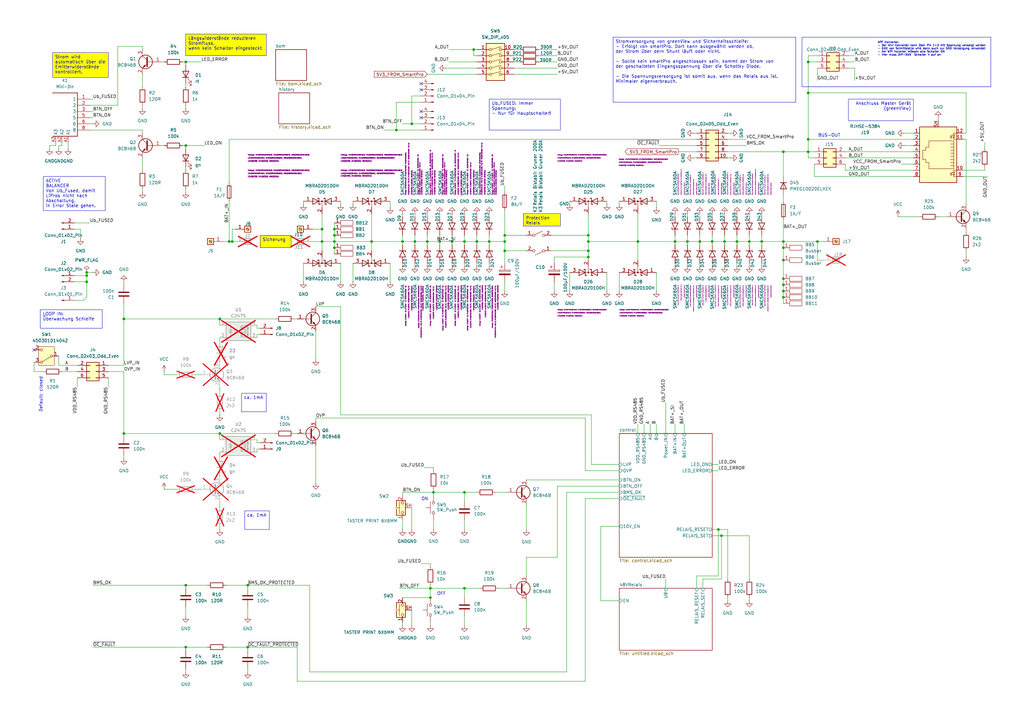
<source format=kicad_sch>
(kicad_sch
	(version 20250114)
	(generator "eeschema")
	(generator_version "9.0")
	(uuid "c138cc6a-756d-4318-83c4-a5413b81ee5f")
	(paper "A3")
	(lib_symbols
		(symbol "Connector:Conn_01x01_Pin"
			(pin_names
				(offset 1.016)
				(hide yes)
			)
			(exclude_from_sim no)
			(in_bom yes)
			(on_board yes)
			(property "Reference" "J"
				(at 0 2.54 0)
				(effects
					(font
						(size 1.27 1.27)
					)
				)
			)
			(property "Value" "Conn_01x01_Pin"
				(at 0 -2.54 0)
				(effects
					(font
						(size 1.27 1.27)
					)
				)
			)
			(property "Footprint" ""
				(at 0 0 0)
				(effects
					(font
						(size 1.27 1.27)
					)
					(hide yes)
				)
			)
			(property "Datasheet" "~"
				(at 0 0 0)
				(effects
					(font
						(size 1.27 1.27)
					)
					(hide yes)
				)
			)
			(property "Description" "Generic connector, single row, 01x01, script generated"
				(at 0 0 0)
				(effects
					(font
						(size 1.27 1.27)
					)
					(hide yes)
				)
			)
			(property "ki_locked" ""
				(at 0 0 0)
				(effects
					(font
						(size 1.27 1.27)
					)
				)
			)
			(property "ki_keywords" "connector"
				(at 0 0 0)
				(effects
					(font
						(size 1.27 1.27)
					)
					(hide yes)
				)
			)
			(property "ki_fp_filters" "Connector*:*_1x??_*"
				(at 0 0 0)
				(effects
					(font
						(size 1.27 1.27)
					)
					(hide yes)
				)
			)
			(symbol "Conn_01x01_Pin_1_1"
				(rectangle
					(start 0.8636 0.127)
					(end 0 -0.127)
					(stroke
						(width 0.1524)
						(type default)
					)
					(fill
						(type outline)
					)
				)
				(polyline
					(pts
						(xy 1.27 0) (xy 0.8636 0)
					)
					(stroke
						(width 0.1524)
						(type default)
					)
					(fill
						(type none)
					)
				)
				(pin passive line
					(at 5.08 0 180)
					(length 3.81)
					(name "Pin_1"
						(effects
							(font
								(size 1.27 1.27)
							)
						)
					)
					(number "1"
						(effects
							(font
								(size 1.27 1.27)
							)
						)
					)
				)
			)
			(embedded_fonts no)
		)
		(symbol "Connector:Conn_01x02_Pin"
			(pin_names
				(offset 1.016)
				(hide yes)
			)
			(exclude_from_sim no)
			(in_bom yes)
			(on_board yes)
			(property "Reference" "J"
				(at 0 2.54 0)
				(effects
					(font
						(size 1.27 1.27)
					)
				)
			)
			(property "Value" "Conn_01x02_Pin"
				(at 0 -5.08 0)
				(effects
					(font
						(size 1.27 1.27)
					)
				)
			)
			(property "Footprint" ""
				(at 0 0 0)
				(effects
					(font
						(size 1.27 1.27)
					)
					(hide yes)
				)
			)
			(property "Datasheet" "~"
				(at 0 0 0)
				(effects
					(font
						(size 1.27 1.27)
					)
					(hide yes)
				)
			)
			(property "Description" "Generic connector, single row, 01x02, script generated"
				(at 0 0 0)
				(effects
					(font
						(size 1.27 1.27)
					)
					(hide yes)
				)
			)
			(property "ki_locked" ""
				(at 0 0 0)
				(effects
					(font
						(size 1.27 1.27)
					)
				)
			)
			(property "ki_keywords" "connector"
				(at 0 0 0)
				(effects
					(font
						(size 1.27 1.27)
					)
					(hide yes)
				)
			)
			(property "ki_fp_filters" "Connector*:*_1x??_*"
				(at 0 0 0)
				(effects
					(font
						(size 1.27 1.27)
					)
					(hide yes)
				)
			)
			(symbol "Conn_01x02_Pin_1_1"
				(rectangle
					(start 0.8636 0.127)
					(end 0 -0.127)
					(stroke
						(width 0.1524)
						(type default)
					)
					(fill
						(type outline)
					)
				)
				(rectangle
					(start 0.8636 -2.413)
					(end 0 -2.667)
					(stroke
						(width 0.1524)
						(type default)
					)
					(fill
						(type outline)
					)
				)
				(polyline
					(pts
						(xy 1.27 0) (xy 0.8636 0)
					)
					(stroke
						(width 0.1524)
						(type default)
					)
					(fill
						(type none)
					)
				)
				(polyline
					(pts
						(xy 1.27 -2.54) (xy 0.8636 -2.54)
					)
					(stroke
						(width 0.1524)
						(type default)
					)
					(fill
						(type none)
					)
				)
				(pin passive line
					(at 5.08 0 180)
					(length 3.81)
					(name "Pin_1"
						(effects
							(font
								(size 1.27 1.27)
							)
						)
					)
					(number "1"
						(effects
							(font
								(size 1.27 1.27)
							)
						)
					)
				)
				(pin passive line
					(at 5.08 -2.54 180)
					(length 3.81)
					(name "Pin_2"
						(effects
							(font
								(size 1.27 1.27)
							)
						)
					)
					(number "2"
						(effects
							(font
								(size 1.27 1.27)
							)
						)
					)
				)
			)
			(embedded_fonts no)
		)
		(symbol "Connector:Conn_01x04_Pin"
			(pin_names
				(offset 1.016)
				(hide yes)
			)
			(exclude_from_sim no)
			(in_bom yes)
			(on_board yes)
			(property "Reference" "J"
				(at 0 5.08 0)
				(effects
					(font
						(size 1.27 1.27)
					)
				)
			)
			(property "Value" "Conn_01x04_Pin"
				(at 0 -7.62 0)
				(effects
					(font
						(size 1.27 1.27)
					)
				)
			)
			(property "Footprint" ""
				(at 0 0 0)
				(effects
					(font
						(size 1.27 1.27)
					)
					(hide yes)
				)
			)
			(property "Datasheet" "~"
				(at 0 0 0)
				(effects
					(font
						(size 1.27 1.27)
					)
					(hide yes)
				)
			)
			(property "Description" "Generic connector, single row, 01x04, script generated"
				(at 0 0 0)
				(effects
					(font
						(size 1.27 1.27)
					)
					(hide yes)
				)
			)
			(property "ki_locked" ""
				(at 0 0 0)
				(effects
					(font
						(size 1.27 1.27)
					)
				)
			)
			(property "ki_keywords" "connector"
				(at 0 0 0)
				(effects
					(font
						(size 1.27 1.27)
					)
					(hide yes)
				)
			)
			(property "ki_fp_filters" "Connector*:*_1x??_*"
				(at 0 0 0)
				(effects
					(font
						(size 1.27 1.27)
					)
					(hide yes)
				)
			)
			(symbol "Conn_01x04_Pin_1_1"
				(rectangle
					(start 0.8636 2.667)
					(end 0 2.413)
					(stroke
						(width 0.1524)
						(type default)
					)
					(fill
						(type outline)
					)
				)
				(rectangle
					(start 0.8636 0.127)
					(end 0 -0.127)
					(stroke
						(width 0.1524)
						(type default)
					)
					(fill
						(type outline)
					)
				)
				(rectangle
					(start 0.8636 -2.413)
					(end 0 -2.667)
					(stroke
						(width 0.1524)
						(type default)
					)
					(fill
						(type outline)
					)
				)
				(rectangle
					(start 0.8636 -4.953)
					(end 0 -5.207)
					(stroke
						(width 0.1524)
						(type default)
					)
					(fill
						(type outline)
					)
				)
				(polyline
					(pts
						(xy 1.27 2.54) (xy 0.8636 2.54)
					)
					(stroke
						(width 0.1524)
						(type default)
					)
					(fill
						(type none)
					)
				)
				(polyline
					(pts
						(xy 1.27 0) (xy 0.8636 0)
					)
					(stroke
						(width 0.1524)
						(type default)
					)
					(fill
						(type none)
					)
				)
				(polyline
					(pts
						(xy 1.27 -2.54) (xy 0.8636 -2.54)
					)
					(stroke
						(width 0.1524)
						(type default)
					)
					(fill
						(type none)
					)
				)
				(polyline
					(pts
						(xy 1.27 -5.08) (xy 0.8636 -5.08)
					)
					(stroke
						(width 0.1524)
						(type default)
					)
					(fill
						(type none)
					)
				)
				(pin passive line
					(at 5.08 2.54 180)
					(length 3.81)
					(name "Pin_1"
						(effects
							(font
								(size 1.27 1.27)
							)
						)
					)
					(number "1"
						(effects
							(font
								(size 1.27 1.27)
							)
						)
					)
				)
				(pin passive line
					(at 5.08 0 180)
					(length 3.81)
					(name "Pin_2"
						(effects
							(font
								(size 1.27 1.27)
							)
						)
					)
					(number "2"
						(effects
							(font
								(size 1.27 1.27)
							)
						)
					)
				)
				(pin passive line
					(at 5.08 -2.54 180)
					(length 3.81)
					(name "Pin_3"
						(effects
							(font
								(size 1.27 1.27)
							)
						)
					)
					(number "3"
						(effects
							(font
								(size 1.27 1.27)
							)
						)
					)
				)
				(pin passive line
					(at 5.08 -5.08 180)
					(length 3.81)
					(name "Pin_4"
						(effects
							(font
								(size 1.27 1.27)
							)
						)
					)
					(number "4"
						(effects
							(font
								(size 1.27 1.27)
							)
						)
					)
				)
			)
			(embedded_fonts no)
		)
		(symbol "Connector:RJ45_LED_Shielded"
			(pin_names
				(offset 1.016)
			)
			(exclude_from_sim no)
			(in_bom yes)
			(on_board yes)
			(property "Reference" "J"
				(at -5.08 13.97 0)
				(effects
					(font
						(size 1.27 1.27)
					)
					(justify right)
				)
			)
			(property "Value" "RJ45_LED_Shielded"
				(at 1.27 13.97 0)
				(effects
					(font
						(size 1.27 1.27)
					)
					(justify left)
				)
			)
			(property "Footprint" ""
				(at 0 0.635 90)
				(effects
					(font
						(size 1.27 1.27)
					)
					(hide yes)
				)
			)
			(property "Datasheet" "~"
				(at 0 0.635 90)
				(effects
					(font
						(size 1.27 1.27)
					)
					(hide yes)
				)
			)
			(property "Description" "RJ connector, 8P8C (8 positions 8 connected), two LEDs, Shielded"
				(at 0 0 0)
				(effects
					(font
						(size 1.27 1.27)
					)
					(hide yes)
				)
			)
			(property "ki_keywords" "8P8C RJ socket jack connector led"
				(at 0 0 0)
				(effects
					(font
						(size 1.27 1.27)
					)
					(hide yes)
				)
			)
			(property "ki_fp_filters" "8P8C* RJ45*"
				(at 0 0 0)
				(effects
					(font
						(size 1.27 1.27)
					)
					(hide yes)
				)
			)
			(symbol "RJ45_LED_Shielded_0_1"
				(polyline
					(pts
						(xy -7.62 10.16) (xy -6.35 10.16)
					)
					(stroke
						(width 0)
						(type default)
					)
					(fill
						(type none)
					)
				)
				(polyline
					(pts
						(xy -7.62 7.62) (xy -6.35 7.62)
					)
					(stroke
						(width 0)
						(type default)
					)
					(fill
						(type none)
					)
				)
				(polyline
					(pts
						(xy -7.62 -5.08) (xy -6.35 -5.08)
					)
					(stroke
						(width 0)
						(type default)
					)
					(fill
						(type none)
					)
				)
				(polyline
					(pts
						(xy -7.62 -7.62) (xy -6.35 -7.62)
					)
					(stroke
						(width 0)
						(type default)
					)
					(fill
						(type none)
					)
				)
				(polyline
					(pts
						(xy -6.858 9.398) (xy -5.842 9.398)
					)
					(stroke
						(width 0)
						(type default)
					)
					(fill
						(type none)
					)
				)
				(polyline
					(pts
						(xy -6.858 -5.842) (xy -5.842 -5.842)
					)
					(stroke
						(width 0)
						(type default)
					)
					(fill
						(type none)
					)
				)
				(polyline
					(pts
						(xy -6.35 10.16) (xy -6.35 9.398)
					)
					(stroke
						(width 0)
						(type default)
					)
					(fill
						(type none)
					)
				)
				(polyline
					(pts
						(xy -6.35 9.398) (xy -6.858 8.382) (xy -5.842 8.382) (xy -6.35 9.398)
					)
					(stroke
						(width 0)
						(type default)
					)
					(fill
						(type none)
					)
				)
				(polyline
					(pts
						(xy -6.35 7.62) (xy -6.35 8.382)
					)
					(stroke
						(width 0)
						(type default)
					)
					(fill
						(type none)
					)
				)
				(polyline
					(pts
						(xy -6.35 1.905) (xy -5.08 1.905) (xy -5.08 1.905)
					)
					(stroke
						(width 0)
						(type default)
					)
					(fill
						(type none)
					)
				)
				(polyline
					(pts
						(xy -6.35 0.635) (xy -5.08 0.635) (xy -5.08 0.635)
					)
					(stroke
						(width 0)
						(type default)
					)
					(fill
						(type none)
					)
				)
				(polyline
					(pts
						(xy -6.35 -0.635) (xy -5.08 -0.635) (xy -5.08 -0.635)
					)
					(stroke
						(width 0)
						(type default)
					)
					(fill
						(type none)
					)
				)
				(polyline
					(pts
						(xy -6.35 -1.905) (xy -5.08 -1.905) (xy -5.08 -1.905)
					)
					(stroke
						(width 0)
						(type default)
					)
					(fill
						(type none)
					)
				)
				(polyline
					(pts
						(xy -6.35 -3.175) (xy -5.08 -3.175) (xy -5.08 -3.175)
					)
					(stroke
						(width 0)
						(type default)
					)
					(fill
						(type none)
					)
				)
				(polyline
					(pts
						(xy -6.35 -4.445) (xy -6.35 6.985) (xy 3.81 6.985) (xy 3.81 4.445) (xy 5.08 4.445) (xy 5.08 3.175)
						(xy 6.35 3.175) (xy 6.35 -0.635) (xy 5.08 -0.635) (xy 5.08 -1.905) (xy 3.81 -1.905) (xy 3.81 -4.445)
						(xy -6.35 -4.445) (xy -6.35 -4.445)
					)
					(stroke
						(width 0)
						(type default)
					)
					(fill
						(type none)
					)
				)
				(polyline
					(pts
						(xy -6.35 -5.08) (xy -6.35 -5.842)
					)
					(stroke
						(width 0)
						(type default)
					)
					(fill
						(type none)
					)
				)
				(polyline
					(pts
						(xy -6.35 -5.842) (xy -6.858 -6.858) (xy -5.842 -6.858) (xy -6.35 -5.842)
					)
					(stroke
						(width 0)
						(type default)
					)
					(fill
						(type none)
					)
				)
				(polyline
					(pts
						(xy -6.35 -7.62) (xy -6.35 -6.858)
					)
					(stroke
						(width 0)
						(type default)
					)
					(fill
						(type none)
					)
				)
				(polyline
					(pts
						(xy -5.588 9.144) (xy -5.08 9.652) (xy -5.461 9.525)
					)
					(stroke
						(width 0)
						(type default)
					)
					(fill
						(type none)
					)
				)
				(polyline
					(pts
						(xy -5.588 8.509) (xy -5.08 9.017) (xy -5.461 8.89)
					)
					(stroke
						(width 0)
						(type default)
					)
					(fill
						(type none)
					)
				)
				(polyline
					(pts
						(xy -5.588 -6.096) (xy -5.08 -5.588) (xy -5.461 -5.715)
					)
					(stroke
						(width 0)
						(type default)
					)
					(fill
						(type none)
					)
				)
				(polyline
					(pts
						(xy -5.588 -6.731) (xy -5.08 -6.223) (xy -5.461 -6.35)
					)
					(stroke
						(width 0)
						(type default)
					)
					(fill
						(type none)
					)
				)
				(polyline
					(pts
						(xy -5.08 9.652) (xy -5.207 9.271)
					)
					(stroke
						(width 0)
						(type default)
					)
					(fill
						(type none)
					)
				)
				(polyline
					(pts
						(xy -5.08 9.017) (xy -5.207 8.636)
					)
					(stroke
						(width 0)
						(type default)
					)
					(fill
						(type none)
					)
				)
				(polyline
					(pts
						(xy -5.08 5.715) (xy -6.35 5.715)
					)
					(stroke
						(width 0)
						(type default)
					)
					(fill
						(type none)
					)
				)
				(polyline
					(pts
						(xy -5.08 4.445) (xy -6.35 4.445)
					)
					(stroke
						(width 0)
						(type default)
					)
					(fill
						(type none)
					)
				)
				(polyline
					(pts
						(xy -5.08 3.175) (xy -6.35 3.175) (xy -6.35 3.175)
					)
					(stroke
						(width 0)
						(type default)
					)
					(fill
						(type none)
					)
				)
				(polyline
					(pts
						(xy -5.08 -5.588) (xy -5.207 -5.969)
					)
					(stroke
						(width 0)
						(type default)
					)
					(fill
						(type none)
					)
				)
				(polyline
					(pts
						(xy -5.08 -6.223) (xy -5.207 -6.604)
					)
					(stroke
						(width 0)
						(type default)
					)
					(fill
						(type none)
					)
				)
				(rectangle
					(start 7.62 12.7)
					(end -7.62 -10.16)
					(stroke
						(width 0.254)
						(type default)
					)
					(fill
						(type background)
					)
				)
			)
			(symbol "RJ45_LED_Shielded_1_1"
				(pin passive line
					(at -10.16 10.16 0)
					(length 2.54)
					(name "~"
						(effects
							(font
								(size 1.27 1.27)
							)
						)
					)
					(number "9"
						(effects
							(font
								(size 1.27 1.27)
							)
						)
					)
				)
				(pin passive line
					(at -10.16 7.62 0)
					(length 2.54)
					(name "~"
						(effects
							(font
								(size 1.27 1.27)
							)
						)
					)
					(number "10"
						(effects
							(font
								(size 1.27 1.27)
							)
						)
					)
				)
				(pin passive line
					(at -10.16 -5.08 0)
					(length 2.54)
					(name "~"
						(effects
							(font
								(size 1.27 1.27)
							)
						)
					)
					(number "11"
						(effects
							(font
								(size 1.27 1.27)
							)
						)
					)
				)
				(pin passive line
					(at -10.16 -7.62 0)
					(length 2.54)
					(name "~"
						(effects
							(font
								(size 1.27 1.27)
							)
						)
					)
					(number "12"
						(effects
							(font
								(size 1.27 1.27)
							)
						)
					)
				)
				(pin passive line
					(at 0 -12.7 90)
					(length 2.54)
					(name "~"
						(effects
							(font
								(size 1.27 1.27)
							)
						)
					)
					(number "SH"
						(effects
							(font
								(size 1.27 1.27)
							)
						)
					)
				)
				(pin passive line
					(at 10.16 10.16 180)
					(length 2.54)
					(name "~"
						(effects
							(font
								(size 1.27 1.27)
							)
						)
					)
					(number "8"
						(effects
							(font
								(size 1.27 1.27)
							)
						)
					)
				)
				(pin passive line
					(at 10.16 7.62 180)
					(length 2.54)
					(name "~"
						(effects
							(font
								(size 1.27 1.27)
							)
						)
					)
					(number "7"
						(effects
							(font
								(size 1.27 1.27)
							)
						)
					)
				)
				(pin passive line
					(at 10.16 5.08 180)
					(length 2.54)
					(name "~"
						(effects
							(font
								(size 1.27 1.27)
							)
						)
					)
					(number "6"
						(effects
							(font
								(size 1.27 1.27)
							)
						)
					)
				)
				(pin passive line
					(at 10.16 2.54 180)
					(length 2.54)
					(name "~"
						(effects
							(font
								(size 1.27 1.27)
							)
						)
					)
					(number "5"
						(effects
							(font
								(size 1.27 1.27)
							)
						)
					)
				)
				(pin passive line
					(at 10.16 0 180)
					(length 2.54)
					(name "~"
						(effects
							(font
								(size 1.27 1.27)
							)
						)
					)
					(number "4"
						(effects
							(font
								(size 1.27 1.27)
							)
						)
					)
				)
				(pin passive line
					(at 10.16 -2.54 180)
					(length 2.54)
					(name "~"
						(effects
							(font
								(size 1.27 1.27)
							)
						)
					)
					(number "3"
						(effects
							(font
								(size 1.27 1.27)
							)
						)
					)
				)
				(pin passive line
					(at 10.16 -5.08 180)
					(length 2.54)
					(name "~"
						(effects
							(font
								(size 1.27 1.27)
							)
						)
					)
					(number "2"
						(effects
							(font
								(size 1.27 1.27)
							)
						)
					)
				)
				(pin passive line
					(at 10.16 -7.62 180)
					(length 2.54)
					(name "~"
						(effects
							(font
								(size 1.27 1.27)
							)
						)
					)
					(number "1"
						(effects
							(font
								(size 1.27 1.27)
							)
						)
					)
				)
			)
			(embedded_fonts no)
		)
		(symbol "Connector:Screw_Terminal_01x01"
			(pin_names
				(offset 1.016)
				(hide yes)
			)
			(exclude_from_sim no)
			(in_bom yes)
			(on_board yes)
			(property "Reference" "J"
				(at 0 2.54 0)
				(effects
					(font
						(size 1.27 1.27)
					)
				)
			)
			(property "Value" "Screw_Terminal_01x01"
				(at 0 -2.54 0)
				(effects
					(font
						(size 1.27 1.27)
					)
				)
			)
			(property "Footprint" ""
				(at 0 0 0)
				(effects
					(font
						(size 1.27 1.27)
					)
					(hide yes)
				)
			)
			(property "Datasheet" "~"
				(at 0 0 0)
				(effects
					(font
						(size 1.27 1.27)
					)
					(hide yes)
				)
			)
			(property "Description" "Generic screw terminal, single row, 01x01, script generated (kicad-library-utils/schlib/autogen/connector/)"
				(at 0 0 0)
				(effects
					(font
						(size 1.27 1.27)
					)
					(hide yes)
				)
			)
			(property "ki_keywords" "screw terminal"
				(at 0 0 0)
				(effects
					(font
						(size 1.27 1.27)
					)
					(hide yes)
				)
			)
			(property "ki_fp_filters" "TerminalBlock*:*"
				(at 0 0 0)
				(effects
					(font
						(size 1.27 1.27)
					)
					(hide yes)
				)
			)
			(symbol "Screw_Terminal_01x01_1_1"
				(rectangle
					(start -1.27 1.27)
					(end 1.27 -1.27)
					(stroke
						(width 0.254)
						(type default)
					)
					(fill
						(type background)
					)
				)
				(polyline
					(pts
						(xy -0.5334 0.3302) (xy 0.3302 -0.508)
					)
					(stroke
						(width 0.1524)
						(type default)
					)
					(fill
						(type none)
					)
				)
				(polyline
					(pts
						(xy -0.3556 0.508) (xy 0.508 -0.3302)
					)
					(stroke
						(width 0.1524)
						(type default)
					)
					(fill
						(type none)
					)
				)
				(circle
					(center 0 0)
					(radius 0.635)
					(stroke
						(width 0.1524)
						(type default)
					)
					(fill
						(type none)
					)
				)
				(pin passive line
					(at -5.08 0 0)
					(length 3.81)
					(name "Pin_1"
						(effects
							(font
								(size 1.27 1.27)
							)
						)
					)
					(number "1"
						(effects
							(font
								(size 1.27 1.27)
							)
						)
					)
				)
			)
			(embedded_fonts no)
		)
		(symbol "Connector_Generic:Conn_02x03_Odd_Even"
			(pin_names
				(offset 1.016)
				(hide yes)
			)
			(exclude_from_sim no)
			(in_bom yes)
			(on_board yes)
			(property "Reference" "J"
				(at 1.27 5.08 0)
				(effects
					(font
						(size 1.27 1.27)
					)
				)
			)
			(property "Value" "Conn_02x03_Odd_Even"
				(at 1.27 -5.08 0)
				(effects
					(font
						(size 1.27 1.27)
					)
				)
			)
			(property "Footprint" ""
				(at 0 0 0)
				(effects
					(font
						(size 1.27 1.27)
					)
					(hide yes)
				)
			)
			(property "Datasheet" "~"
				(at 0 0 0)
				(effects
					(font
						(size 1.27 1.27)
					)
					(hide yes)
				)
			)
			(property "Description" "Generic connector, double row, 02x03, odd/even pin numbering scheme (row 1 odd numbers, row 2 even numbers), script generated (kicad-library-utils/schlib/autogen/connector/)"
				(at 0 0 0)
				(effects
					(font
						(size 1.27 1.27)
					)
					(hide yes)
				)
			)
			(property "ki_keywords" "connector"
				(at 0 0 0)
				(effects
					(font
						(size 1.27 1.27)
					)
					(hide yes)
				)
			)
			(property "ki_fp_filters" "Connector*:*_2x??_*"
				(at 0 0 0)
				(effects
					(font
						(size 1.27 1.27)
					)
					(hide yes)
				)
			)
			(symbol "Conn_02x03_Odd_Even_1_1"
				(rectangle
					(start -1.27 3.81)
					(end 3.81 -3.81)
					(stroke
						(width 0.254)
						(type default)
					)
					(fill
						(type background)
					)
				)
				(rectangle
					(start -1.27 2.667)
					(end 0 2.413)
					(stroke
						(width 0.1524)
						(type default)
					)
					(fill
						(type none)
					)
				)
				(rectangle
					(start -1.27 0.127)
					(end 0 -0.127)
					(stroke
						(width 0.1524)
						(type default)
					)
					(fill
						(type none)
					)
				)
				(rectangle
					(start -1.27 -2.413)
					(end 0 -2.667)
					(stroke
						(width 0.1524)
						(type default)
					)
					(fill
						(type none)
					)
				)
				(rectangle
					(start 3.81 2.667)
					(end 2.54 2.413)
					(stroke
						(width 0.1524)
						(type default)
					)
					(fill
						(type none)
					)
				)
				(rectangle
					(start 3.81 0.127)
					(end 2.54 -0.127)
					(stroke
						(width 0.1524)
						(type default)
					)
					(fill
						(type none)
					)
				)
				(rectangle
					(start 3.81 -2.413)
					(end 2.54 -2.667)
					(stroke
						(width 0.1524)
						(type default)
					)
					(fill
						(type none)
					)
				)
				(pin passive line
					(at -5.08 2.54 0)
					(length 3.81)
					(name "Pin_1"
						(effects
							(font
								(size 1.27 1.27)
							)
						)
					)
					(number "1"
						(effects
							(font
								(size 1.27 1.27)
							)
						)
					)
				)
				(pin passive line
					(at -5.08 0 0)
					(length 3.81)
					(name "Pin_3"
						(effects
							(font
								(size 1.27 1.27)
							)
						)
					)
					(number "3"
						(effects
							(font
								(size 1.27 1.27)
							)
						)
					)
				)
				(pin passive line
					(at -5.08 -2.54 0)
					(length 3.81)
					(name "Pin_5"
						(effects
							(font
								(size 1.27 1.27)
							)
						)
					)
					(number "5"
						(effects
							(font
								(size 1.27 1.27)
							)
						)
					)
				)
				(pin passive line
					(at 7.62 2.54 180)
					(length 3.81)
					(name "Pin_2"
						(effects
							(font
								(size 1.27 1.27)
							)
						)
					)
					(number "2"
						(effects
							(font
								(size 1.27 1.27)
							)
						)
					)
				)
				(pin passive line
					(at 7.62 0 180)
					(length 3.81)
					(name "Pin_4"
						(effects
							(font
								(size 1.27 1.27)
							)
						)
					)
					(number "4"
						(effects
							(font
								(size 1.27 1.27)
							)
						)
					)
				)
				(pin passive line
					(at 7.62 -2.54 180)
					(length 3.81)
					(name "Pin_6"
						(effects
							(font
								(size 1.27 1.27)
							)
						)
					)
					(number "6"
						(effects
							(font
								(size 1.27 1.27)
							)
						)
					)
				)
			)
			(embedded_fonts no)
		)
		(symbol "Connector_Generic:Conn_02x05_Odd_Even"
			(pin_names
				(offset 1.016)
				(hide yes)
			)
			(exclude_from_sim no)
			(in_bom yes)
			(on_board yes)
			(property "Reference" "J"
				(at 1.27 7.62 0)
				(effects
					(font
						(size 1.27 1.27)
					)
				)
			)
			(property "Value" "Conn_02x05_Odd_Even"
				(at 1.27 -7.62 0)
				(effects
					(font
						(size 1.27 1.27)
					)
				)
			)
			(property "Footprint" ""
				(at 0 0 0)
				(effects
					(font
						(size 1.27 1.27)
					)
					(hide yes)
				)
			)
			(property "Datasheet" "~"
				(at 0 0 0)
				(effects
					(font
						(size 1.27 1.27)
					)
					(hide yes)
				)
			)
			(property "Description" "Generic connector, double row, 02x05, odd/even pin numbering scheme (row 1 odd numbers, row 2 even numbers), script generated (kicad-library-utils/schlib/autogen/connector/)"
				(at 0 0 0)
				(effects
					(font
						(size 1.27 1.27)
					)
					(hide yes)
				)
			)
			(property "ki_keywords" "connector"
				(at 0 0 0)
				(effects
					(font
						(size 1.27 1.27)
					)
					(hide yes)
				)
			)
			(property "ki_fp_filters" "Connector*:*_2x??_*"
				(at 0 0 0)
				(effects
					(font
						(size 1.27 1.27)
					)
					(hide yes)
				)
			)
			(symbol "Conn_02x05_Odd_Even_1_1"
				(rectangle
					(start -1.27 6.35)
					(end 3.81 -6.35)
					(stroke
						(width 0.254)
						(type default)
					)
					(fill
						(type background)
					)
				)
				(rectangle
					(start -1.27 5.207)
					(end 0 4.953)
					(stroke
						(width 0.1524)
						(type default)
					)
					(fill
						(type none)
					)
				)
				(rectangle
					(start -1.27 2.667)
					(end 0 2.413)
					(stroke
						(width 0.1524)
						(type default)
					)
					(fill
						(type none)
					)
				)
				(rectangle
					(start -1.27 0.127)
					(end 0 -0.127)
					(stroke
						(width 0.1524)
						(type default)
					)
					(fill
						(type none)
					)
				)
				(rectangle
					(start -1.27 -2.413)
					(end 0 -2.667)
					(stroke
						(width 0.1524)
						(type default)
					)
					(fill
						(type none)
					)
				)
				(rectangle
					(start -1.27 -4.953)
					(end 0 -5.207)
					(stroke
						(width 0.1524)
						(type default)
					)
					(fill
						(type none)
					)
				)
				(rectangle
					(start 3.81 5.207)
					(end 2.54 4.953)
					(stroke
						(width 0.1524)
						(type default)
					)
					(fill
						(type none)
					)
				)
				(rectangle
					(start 3.81 2.667)
					(end 2.54 2.413)
					(stroke
						(width 0.1524)
						(type default)
					)
					(fill
						(type none)
					)
				)
				(rectangle
					(start 3.81 0.127)
					(end 2.54 -0.127)
					(stroke
						(width 0.1524)
						(type default)
					)
					(fill
						(type none)
					)
				)
				(rectangle
					(start 3.81 -2.413)
					(end 2.54 -2.667)
					(stroke
						(width 0.1524)
						(type default)
					)
					(fill
						(type none)
					)
				)
				(rectangle
					(start 3.81 -4.953)
					(end 2.54 -5.207)
					(stroke
						(width 0.1524)
						(type default)
					)
					(fill
						(type none)
					)
				)
				(pin passive line
					(at -5.08 5.08 0)
					(length 3.81)
					(name "Pin_1"
						(effects
							(font
								(size 1.27 1.27)
							)
						)
					)
					(number "1"
						(effects
							(font
								(size 1.27 1.27)
							)
						)
					)
				)
				(pin passive line
					(at -5.08 2.54 0)
					(length 3.81)
					(name "Pin_3"
						(effects
							(font
								(size 1.27 1.27)
							)
						)
					)
					(number "3"
						(effects
							(font
								(size 1.27 1.27)
							)
						)
					)
				)
				(pin passive line
					(at -5.08 0 0)
					(length 3.81)
					(name "Pin_5"
						(effects
							(font
								(size 1.27 1.27)
							)
						)
					)
					(number "5"
						(effects
							(font
								(size 1.27 1.27)
							)
						)
					)
				)
				(pin passive line
					(at -5.08 -2.54 0)
					(length 3.81)
					(name "Pin_7"
						(effects
							(font
								(size 1.27 1.27)
							)
						)
					)
					(number "7"
						(effects
							(font
								(size 1.27 1.27)
							)
						)
					)
				)
				(pin passive line
					(at -5.08 -5.08 0)
					(length 3.81)
					(name "Pin_9"
						(effects
							(font
								(size 1.27 1.27)
							)
						)
					)
					(number "9"
						(effects
							(font
								(size 1.27 1.27)
							)
						)
					)
				)
				(pin passive line
					(at 7.62 5.08 180)
					(length 3.81)
					(name "Pin_2"
						(effects
							(font
								(size 1.27 1.27)
							)
						)
					)
					(number "2"
						(effects
							(font
								(size 1.27 1.27)
							)
						)
					)
				)
				(pin passive line
					(at 7.62 2.54 180)
					(length 3.81)
					(name "Pin_4"
						(effects
							(font
								(size 1.27 1.27)
							)
						)
					)
					(number "4"
						(effects
							(font
								(size 1.27 1.27)
							)
						)
					)
				)
				(pin passive line
					(at 7.62 0 180)
					(length 3.81)
					(name "Pin_6"
						(effects
							(font
								(size 1.27 1.27)
							)
						)
					)
					(number "6"
						(effects
							(font
								(size 1.27 1.27)
							)
						)
					)
				)
				(pin passive line
					(at 7.62 -2.54 180)
					(length 3.81)
					(name "Pin_8"
						(effects
							(font
								(size 1.27 1.27)
							)
						)
					)
					(number "8"
						(effects
							(font
								(size 1.27 1.27)
							)
						)
					)
				)
				(pin passive line
					(at 7.62 -5.08 180)
					(length 3.81)
					(name "Pin_10"
						(effects
							(font
								(size 1.27 1.27)
							)
						)
					)
					(number "10"
						(effects
							(font
								(size 1.27 1.27)
							)
						)
					)
				)
			)
			(embedded_fonts no)
		)
		(symbol "Device:C"
			(pin_numbers
				(hide yes)
			)
			(pin_names
				(offset 0.254)
			)
			(exclude_from_sim no)
			(in_bom yes)
			(on_board yes)
			(property "Reference" "C"
				(at 0.635 2.54 0)
				(effects
					(font
						(size 1.27 1.27)
					)
					(justify left)
				)
			)
			(property "Value" "C"
				(at 0.635 -2.54 0)
				(effects
					(font
						(size 1.27 1.27)
					)
					(justify left)
				)
			)
			(property "Footprint" ""
				(at 0.9652 -3.81 0)
				(effects
					(font
						(size 1.27 1.27)
					)
					(hide yes)
				)
			)
			(property "Datasheet" "~"
				(at 0 0 0)
				(effects
					(font
						(size 1.27 1.27)
					)
					(hide yes)
				)
			)
			(property "Description" "Unpolarized capacitor"
				(at 0 0 0)
				(effects
					(font
						(size 1.27 1.27)
					)
					(hide yes)
				)
			)
			(property "ki_keywords" "cap capacitor"
				(at 0 0 0)
				(effects
					(font
						(size 1.27 1.27)
					)
					(hide yes)
				)
			)
			(property "ki_fp_filters" "C_*"
				(at 0 0 0)
				(effects
					(font
						(size 1.27 1.27)
					)
					(hide yes)
				)
			)
			(symbol "C_0_1"
				(polyline
					(pts
						(xy -2.032 0.762) (xy 2.032 0.762)
					)
					(stroke
						(width 0.508)
						(type default)
					)
					(fill
						(type none)
					)
				)
				(polyline
					(pts
						(xy -2.032 -0.762) (xy 2.032 -0.762)
					)
					(stroke
						(width 0.508)
						(type default)
					)
					(fill
						(type none)
					)
				)
			)
			(symbol "C_1_1"
				(pin passive line
					(at 0 3.81 270)
					(length 2.794)
					(name "~"
						(effects
							(font
								(size 1.27 1.27)
							)
						)
					)
					(number "1"
						(effects
							(font
								(size 1.27 1.27)
							)
						)
					)
				)
				(pin passive line
					(at 0 -3.81 90)
					(length 2.794)
					(name "~"
						(effects
							(font
								(size 1.27 1.27)
							)
						)
					)
					(number "2"
						(effects
							(font
								(size 1.27 1.27)
							)
						)
					)
				)
			)
			(embedded_fonts no)
		)
		(symbol "Device:C_Polarized"
			(pin_numbers
				(hide yes)
			)
			(pin_names
				(offset 0.254)
			)
			(exclude_from_sim no)
			(in_bom yes)
			(on_board yes)
			(property "Reference" "C"
				(at 0.635 2.54 0)
				(effects
					(font
						(size 1.27 1.27)
					)
					(justify left)
				)
			)
			(property "Value" "C_Polarized"
				(at 0.635 -2.54 0)
				(effects
					(font
						(size 1.27 1.27)
					)
					(justify left)
				)
			)
			(property "Footprint" ""
				(at 0.9652 -3.81 0)
				(effects
					(font
						(size 1.27 1.27)
					)
					(hide yes)
				)
			)
			(property "Datasheet" "~"
				(at 0 0 0)
				(effects
					(font
						(size 1.27 1.27)
					)
					(hide yes)
				)
			)
			(property "Description" "Polarized capacitor"
				(at 0 0 0)
				(effects
					(font
						(size 1.27 1.27)
					)
					(hide yes)
				)
			)
			(property "ki_keywords" "cap capacitor"
				(at 0 0 0)
				(effects
					(font
						(size 1.27 1.27)
					)
					(hide yes)
				)
			)
			(property "ki_fp_filters" "CP_*"
				(at 0 0 0)
				(effects
					(font
						(size 1.27 1.27)
					)
					(hide yes)
				)
			)
			(symbol "C_Polarized_0_1"
				(rectangle
					(start -2.286 0.508)
					(end 2.286 1.016)
					(stroke
						(width 0)
						(type default)
					)
					(fill
						(type none)
					)
				)
				(polyline
					(pts
						(xy -1.778 2.286) (xy -0.762 2.286)
					)
					(stroke
						(width 0)
						(type default)
					)
					(fill
						(type none)
					)
				)
				(polyline
					(pts
						(xy -1.27 2.794) (xy -1.27 1.778)
					)
					(stroke
						(width 0)
						(type default)
					)
					(fill
						(type none)
					)
				)
				(rectangle
					(start 2.286 -0.508)
					(end -2.286 -1.016)
					(stroke
						(width 0)
						(type default)
					)
					(fill
						(type outline)
					)
				)
			)
			(symbol "C_Polarized_1_1"
				(pin passive line
					(at 0 3.81 270)
					(length 2.794)
					(name "~"
						(effects
							(font
								(size 1.27 1.27)
							)
						)
					)
					(number "1"
						(effects
							(font
								(size 1.27 1.27)
							)
						)
					)
				)
				(pin passive line
					(at 0 -3.81 90)
					(length 2.794)
					(name "~"
						(effects
							(font
								(size 1.27 1.27)
							)
						)
					)
					(number "2"
						(effects
							(font
								(size 1.27 1.27)
							)
						)
					)
				)
			)
			(embedded_fonts no)
		)
		(symbol "Device:D"
			(pin_numbers
				(hide yes)
			)
			(pin_names
				(offset 1.016)
				(hide yes)
			)
			(exclude_from_sim no)
			(in_bom yes)
			(on_board yes)
			(property "Reference" "D"
				(at 0 2.54 0)
				(effects
					(font
						(size 1.27 1.27)
					)
				)
			)
			(property "Value" "D"
				(at 0 -2.54 0)
				(effects
					(font
						(size 1.27 1.27)
					)
				)
			)
			(property "Footprint" ""
				(at 0 0 0)
				(effects
					(font
						(size 1.27 1.27)
					)
					(hide yes)
				)
			)
			(property "Datasheet" "~"
				(at 0 0 0)
				(effects
					(font
						(size 1.27 1.27)
					)
					(hide yes)
				)
			)
			(property "Description" "Diode"
				(at 0 0 0)
				(effects
					(font
						(size 1.27 1.27)
					)
					(hide yes)
				)
			)
			(property "Sim.Device" "D"
				(at 0 0 0)
				(effects
					(font
						(size 1.27 1.27)
					)
					(hide yes)
				)
			)
			(property "Sim.Pins" "1=K 2=A"
				(at 0 0 0)
				(effects
					(font
						(size 1.27 1.27)
					)
					(hide yes)
				)
			)
			(property "ki_keywords" "diode"
				(at 0 0 0)
				(effects
					(font
						(size 1.27 1.27)
					)
					(hide yes)
				)
			)
			(property "ki_fp_filters" "TO-???* *_Diode_* *SingleDiode* D_*"
				(at 0 0 0)
				(effects
					(font
						(size 1.27 1.27)
					)
					(hide yes)
				)
			)
			(symbol "D_0_1"
				(polyline
					(pts
						(xy -1.27 1.27) (xy -1.27 -1.27)
					)
					(stroke
						(width 0.254)
						(type default)
					)
					(fill
						(type none)
					)
				)
				(polyline
					(pts
						(xy 1.27 1.27) (xy 1.27 -1.27) (xy -1.27 0) (xy 1.27 1.27)
					)
					(stroke
						(width 0.254)
						(type default)
					)
					(fill
						(type none)
					)
				)
				(polyline
					(pts
						(xy 1.27 0) (xy -1.27 0)
					)
					(stroke
						(width 0)
						(type default)
					)
					(fill
						(type none)
					)
				)
			)
			(symbol "D_1_1"
				(pin passive line
					(at -3.81 0 0)
					(length 2.54)
					(name "K"
						(effects
							(font
								(size 1.27 1.27)
							)
						)
					)
					(number "1"
						(effects
							(font
								(size 1.27 1.27)
							)
						)
					)
				)
				(pin passive line
					(at 3.81 0 180)
					(length 2.54)
					(name "A"
						(effects
							(font
								(size 1.27 1.27)
							)
						)
					)
					(number "2"
						(effects
							(font
								(size 1.27 1.27)
							)
						)
					)
				)
			)
			(embedded_fonts no)
		)
		(symbol "Device:D_Schottky_Dual_CommonCathode_AKA"
			(pin_names
				(offset 0.762)
				(hide yes)
			)
			(exclude_from_sim no)
			(in_bom yes)
			(on_board yes)
			(property "Reference" "D"
				(at 1.27 -2.54 0)
				(effects
					(font
						(size 1.27 1.27)
					)
				)
			)
			(property "Value" "D_Schottky_Dual_CommonCathode_AKA"
				(at 0 2.54 0)
				(effects
					(font
						(size 1.27 1.27)
					)
				)
			)
			(property "Footprint" ""
				(at 0 0 0)
				(effects
					(font
						(size 1.27 1.27)
					)
					(hide yes)
				)
			)
			(property "Datasheet" "~"
				(at 0 0 0)
				(effects
					(font
						(size 1.27 1.27)
					)
					(hide yes)
				)
			)
			(property "Description" "Dual Schottky diode, common cathode on pin 2"
				(at 0 0 0)
				(effects
					(font
						(size 1.27 1.27)
					)
					(hide yes)
				)
			)
			(property "ki_keywords" "diode"
				(at 0 0 0)
				(effects
					(font
						(size 1.27 1.27)
					)
					(hide yes)
				)
			)
			(symbol "D_Schottky_Dual_CommonCathode_AKA_0_1"
				(polyline
					(pts
						(xy -3.81 1.27) (xy -1.27 0) (xy -3.81 -1.27) (xy -3.81 1.27) (xy -3.81 1.27) (xy -3.81 1.27)
					)
					(stroke
						(width 0.254)
						(type default)
					)
					(fill
						(type none)
					)
				)
				(polyline
					(pts
						(xy -1.778 1.016) (xy -1.778 1.27) (xy -1.27 1.27) (xy -1.27 1.27) (xy -1.27 1.27)
					)
					(stroke
						(width 0.254)
						(type default)
					)
					(fill
						(type none)
					)
				)
				(polyline
					(pts
						(xy -1.27 -1.27) (xy -1.27 1.27) (xy -1.27 1.27)
					)
					(stroke
						(width 0.254)
						(type default)
					)
					(fill
						(type none)
					)
				)
				(polyline
					(pts
						(xy -1.27 -1.27) (xy -0.762 -1.27) (xy -0.762 -1.016) (xy -0.762 -1.016)
					)
					(stroke
						(width 0.254)
						(type default)
					)
					(fill
						(type none)
					)
				)
				(polyline
					(pts
						(xy 0 0) (xy 0 -2.54)
					)
					(stroke
						(width 0)
						(type default)
					)
					(fill
						(type none)
					)
				)
				(circle
					(center 0 0)
					(radius 0.254)
					(stroke
						(width 0)
						(type default)
					)
					(fill
						(type outline)
					)
				)
				(polyline
					(pts
						(xy 1.27 1.27) (xy 0.762 1.27) (xy 0.762 1.016) (xy 0.762 1.016)
					)
					(stroke
						(width 0.254)
						(type default)
					)
					(fill
						(type none)
					)
				)
				(polyline
					(pts
						(xy 1.27 -1.27) (xy 1.27 1.27) (xy 1.27 1.27)
					)
					(stroke
						(width 0.254)
						(type default)
					)
					(fill
						(type none)
					)
				)
				(polyline
					(pts
						(xy 1.27 -1.27) (xy 1.778 -1.27) (xy 1.778 -1.016) (xy 1.778 -1.016)
					)
					(stroke
						(width 0.254)
						(type default)
					)
					(fill
						(type none)
					)
				)
				(polyline
					(pts
						(xy 3.81 0) (xy -3.81 0)
					)
					(stroke
						(width 0)
						(type default)
					)
					(fill
						(type none)
					)
				)
				(polyline
					(pts
						(xy 3.81 -1.27) (xy 1.27 0) (xy 3.81 1.27) (xy 3.81 -1.27) (xy 3.81 -1.27) (xy 3.81 -1.27)
					)
					(stroke
						(width 0.254)
						(type default)
					)
					(fill
						(type none)
					)
				)
				(pin passive line
					(at -7.62 0 0)
					(length 3.81)
					(name "A"
						(effects
							(font
								(size 1.27 1.27)
							)
						)
					)
					(number "1"
						(effects
							(font
								(size 1.27 1.27)
							)
						)
					)
				)
				(pin passive line
					(at 0 -5.08 90)
					(length 2.54)
					(name "K"
						(effects
							(font
								(size 1.27 1.27)
							)
						)
					)
					(number "2"
						(effects
							(font
								(size 1.27 1.27)
							)
						)
					)
				)
				(pin passive line
					(at 7.62 0 180)
					(length 3.81)
					(name "A"
						(effects
							(font
								(size 1.27 1.27)
							)
						)
					)
					(number "3"
						(effects
							(font
								(size 1.27 1.27)
							)
						)
					)
				)
			)
			(embedded_fonts no)
		)
		(symbol "Device:Fuse"
			(pin_numbers
				(hide yes)
			)
			(pin_names
				(offset 0)
			)
			(exclude_from_sim no)
			(in_bom yes)
			(on_board yes)
			(property "Reference" "F"
				(at 2.032 0 90)
				(effects
					(font
						(size 1.27 1.27)
					)
				)
			)
			(property "Value" "Fuse"
				(at -1.905 0 90)
				(effects
					(font
						(size 1.27 1.27)
					)
				)
			)
			(property "Footprint" ""
				(at -1.778 0 90)
				(effects
					(font
						(size 1.27 1.27)
					)
					(hide yes)
				)
			)
			(property "Datasheet" "~"
				(at 0 0 0)
				(effects
					(font
						(size 1.27 1.27)
					)
					(hide yes)
				)
			)
			(property "Description" "Fuse"
				(at 0 0 0)
				(effects
					(font
						(size 1.27 1.27)
					)
					(hide yes)
				)
			)
			(property "ki_keywords" "fuse"
				(at 0 0 0)
				(effects
					(font
						(size 1.27 1.27)
					)
					(hide yes)
				)
			)
			(property "ki_fp_filters" "*Fuse*"
				(at 0 0 0)
				(effects
					(font
						(size 1.27 1.27)
					)
					(hide yes)
				)
			)
			(symbol "Fuse_0_1"
				(rectangle
					(start -0.762 -2.54)
					(end 0.762 2.54)
					(stroke
						(width 0.254)
						(type default)
					)
					(fill
						(type none)
					)
				)
				(polyline
					(pts
						(xy 0 2.54) (xy 0 -2.54)
					)
					(stroke
						(width 0)
						(type default)
					)
					(fill
						(type none)
					)
				)
			)
			(symbol "Fuse_1_1"
				(pin passive line
					(at 0 3.81 270)
					(length 1.27)
					(name "~"
						(effects
							(font
								(size 1.27 1.27)
							)
						)
					)
					(number "1"
						(effects
							(font
								(size 1.27 1.27)
							)
						)
					)
				)
				(pin passive line
					(at 0 -3.81 90)
					(length 1.27)
					(name "~"
						(effects
							(font
								(size 1.27 1.27)
							)
						)
					)
					(number "2"
						(effects
							(font
								(size 1.27 1.27)
							)
						)
					)
				)
			)
			(embedded_fonts no)
		)
		(symbol "Device:LED"
			(pin_numbers
				(hide yes)
			)
			(pin_names
				(offset 1.016)
				(hide yes)
			)
			(exclude_from_sim no)
			(in_bom yes)
			(on_board yes)
			(property "Reference" "D"
				(at 0 2.54 0)
				(effects
					(font
						(size 1.27 1.27)
					)
				)
			)
			(property "Value" "LED"
				(at 0 -2.54 0)
				(effects
					(font
						(size 1.27 1.27)
					)
				)
			)
			(property "Footprint" ""
				(at 0 0 0)
				(effects
					(font
						(size 1.27 1.27)
					)
					(hide yes)
				)
			)
			(property "Datasheet" "~"
				(at 0 0 0)
				(effects
					(font
						(size 1.27 1.27)
					)
					(hide yes)
				)
			)
			(property "Description" "Light emitting diode"
				(at 0 0 0)
				(effects
					(font
						(size 1.27 1.27)
					)
					(hide yes)
				)
			)
			(property "Sim.Pins" "1=K 2=A"
				(at 0 0 0)
				(effects
					(font
						(size 1.27 1.27)
					)
					(hide yes)
				)
			)
			(property "ki_keywords" "LED diode"
				(at 0 0 0)
				(effects
					(font
						(size 1.27 1.27)
					)
					(hide yes)
				)
			)
			(property "ki_fp_filters" "LED* LED_SMD:* LED_THT:*"
				(at 0 0 0)
				(effects
					(font
						(size 1.27 1.27)
					)
					(hide yes)
				)
			)
			(symbol "LED_0_1"
				(polyline
					(pts
						(xy -3.048 -0.762) (xy -4.572 -2.286) (xy -3.81 -2.286) (xy -4.572 -2.286) (xy -4.572 -1.524)
					)
					(stroke
						(width 0)
						(type default)
					)
					(fill
						(type none)
					)
				)
				(polyline
					(pts
						(xy -1.778 -0.762) (xy -3.302 -2.286) (xy -2.54 -2.286) (xy -3.302 -2.286) (xy -3.302 -1.524)
					)
					(stroke
						(width 0)
						(type default)
					)
					(fill
						(type none)
					)
				)
				(polyline
					(pts
						(xy -1.27 0) (xy 1.27 0)
					)
					(stroke
						(width 0)
						(type default)
					)
					(fill
						(type none)
					)
				)
				(polyline
					(pts
						(xy -1.27 -1.27) (xy -1.27 1.27)
					)
					(stroke
						(width 0.254)
						(type default)
					)
					(fill
						(type none)
					)
				)
				(polyline
					(pts
						(xy 1.27 -1.27) (xy 1.27 1.27) (xy -1.27 0) (xy 1.27 -1.27)
					)
					(stroke
						(width 0.254)
						(type default)
					)
					(fill
						(type none)
					)
				)
			)
			(symbol "LED_1_1"
				(pin passive line
					(at -3.81 0 0)
					(length 2.54)
					(name "K"
						(effects
							(font
								(size 1.27 1.27)
							)
						)
					)
					(number "1"
						(effects
							(font
								(size 1.27 1.27)
							)
						)
					)
				)
				(pin passive line
					(at 3.81 0 180)
					(length 2.54)
					(name "A"
						(effects
							(font
								(size 1.27 1.27)
							)
						)
					)
					(number "2"
						(effects
							(font
								(size 1.27 1.27)
							)
						)
					)
				)
			)
			(embedded_fonts no)
		)
		(symbol "Device:R"
			(pin_numbers
				(hide yes)
			)
			(pin_names
				(offset 0)
			)
			(exclude_from_sim no)
			(in_bom yes)
			(on_board yes)
			(property "Reference" "R"
				(at 2.032 0 90)
				(effects
					(font
						(size 1.27 1.27)
					)
				)
			)
			(property "Value" "R"
				(at 0 0 90)
				(effects
					(font
						(size 1.27 1.27)
					)
				)
			)
			(property "Footprint" ""
				(at -1.778 0 90)
				(effects
					(font
						(size 1.27 1.27)
					)
					(hide yes)
				)
			)
			(property "Datasheet" "~"
				(at 0 0 0)
				(effects
					(font
						(size 1.27 1.27)
					)
					(hide yes)
				)
			)
			(property "Description" "Resistor"
				(at 0 0 0)
				(effects
					(font
						(size 1.27 1.27)
					)
					(hide yes)
				)
			)
			(property "ki_keywords" "R res resistor"
				(at 0 0 0)
				(effects
					(font
						(size 1.27 1.27)
					)
					(hide yes)
				)
			)
			(property "ki_fp_filters" "R_*"
				(at 0 0 0)
				(effects
					(font
						(size 1.27 1.27)
					)
					(hide yes)
				)
			)
			(symbol "R_0_1"
				(rectangle
					(start -1.016 -2.54)
					(end 1.016 2.54)
					(stroke
						(width 0.254)
						(type default)
					)
					(fill
						(type none)
					)
				)
			)
			(symbol "R_1_1"
				(pin passive line
					(at 0 3.81 270)
					(length 1.27)
					(name "~"
						(effects
							(font
								(size 1.27 1.27)
							)
						)
					)
					(number "1"
						(effects
							(font
								(size 1.27 1.27)
							)
						)
					)
				)
				(pin passive line
					(at 0 -3.81 90)
					(length 1.27)
					(name "~"
						(effects
							(font
								(size 1.27 1.27)
							)
						)
					)
					(number "2"
						(effects
							(font
								(size 1.27 1.27)
							)
						)
					)
				)
			)
			(embedded_fonts no)
		)
		(symbol "Diode:1.5SMCxxA"
			(pin_numbers
				(hide yes)
			)
			(pin_names
				(offset 1.016)
				(hide yes)
			)
			(exclude_from_sim no)
			(in_bom yes)
			(on_board yes)
			(property "Reference" "D"
				(at 0 2.54 0)
				(effects
					(font
						(size 1.27 1.27)
					)
				)
			)
			(property "Value" "1.5SMCxxA"
				(at 0 -2.54 0)
				(effects
					(font
						(size 1.27 1.27)
					)
				)
			)
			(property "Footprint" "Diode_SMD:D_SMC"
				(at 0 -5.08 0)
				(effects
					(font
						(size 1.27 1.27)
					)
					(hide yes)
				)
			)
			(property "Datasheet" "https://www.vishay.com/docs/88303/15smc.pdf"
				(at -1.27 0 0)
				(effects
					(font
						(size 1.27 1.27)
					)
					(hide yes)
				)
			)
			(property "Description" "1500W unidirectional TVS diode, SMC (DO-201AB)"
				(at 0 0 0)
				(effects
					(font
						(size 1.27 1.27)
					)
					(hide yes)
				)
			)
			(property "ki_keywords" "transient voltage suppressor TRANSZORB®"
				(at 0 0 0)
				(effects
					(font
						(size 1.27 1.27)
					)
					(hide yes)
				)
			)
			(property "ki_fp_filters" "D?SMC*"
				(at 0 0 0)
				(effects
					(font
						(size 1.27 1.27)
					)
					(hide yes)
				)
			)
			(symbol "1.5SMCxxA_0_1"
				(polyline
					(pts
						(xy -0.762 1.27) (xy -1.27 1.27) (xy -1.27 -1.27)
					)
					(stroke
						(width 0.254)
						(type default)
					)
					(fill
						(type none)
					)
				)
				(polyline
					(pts
						(xy 1.27 1.27) (xy 1.27 -1.27) (xy -1.27 0) (xy 1.27 1.27)
					)
					(stroke
						(width 0.254)
						(type default)
					)
					(fill
						(type none)
					)
				)
			)
			(symbol "1.5SMCxxA_1_1"
				(pin passive line
					(at -3.81 0 0)
					(length 2.54)
					(name "A1"
						(effects
							(font
								(size 1.27 1.27)
							)
						)
					)
					(number "1"
						(effects
							(font
								(size 1.27 1.27)
							)
						)
					)
				)
				(pin passive line
					(at 3.81 0 180)
					(length 2.54)
					(name "A2"
						(effects
							(font
								(size 1.27 1.27)
							)
						)
					)
					(number "2"
						(effects
							(font
								(size 1.27 1.27)
							)
						)
					)
				)
			)
			(embedded_fonts no)
		)
		(symbol "Relay_SolidState:ASSR-1218"
			(exclude_from_sim no)
			(in_bom yes)
			(on_board yes)
			(property "Reference" "U"
				(at -5.08 5.08 0)
				(effects
					(font
						(size 1.27 1.27)
					)
					(justify left)
				)
			)
			(property "Value" "ASSR-1218"
				(at 0 5.08 0)
				(effects
					(font
						(size 1.27 1.27)
					)
					(justify left)
				)
			)
			(property "Footprint" "Package_SO:SO-4_4.4x4.3mm_P2.54mm"
				(at -5.08 -5.08 0)
				(effects
					(font
						(size 1.27 1.27)
						(italic yes)
					)
					(justify left)
					(hide yes)
				)
			)
			(property "Datasheet" "https://docs.broadcom.com/docs/AV02-0173EN"
				(at 0 0 0)
				(effects
					(font
						(size 1.27 1.27)
					)
					(justify left)
					(hide yes)
				)
			)
			(property "Description" "Form A, Solid State Relay (Photo MOSFET) 60V, 0.2A, 10Ohm, SO-4"
				(at 0 0 0)
				(effects
					(font
						(size 1.27 1.27)
					)
					(hide yes)
				)
			)
			(property "ki_keywords" "MOSFET Output Photorelay 1-Form-A"
				(at 0 0 0)
				(effects
					(font
						(size 1.27 1.27)
					)
					(hide yes)
				)
			)
			(property "ki_fp_filters" "SO*4.4x4.3mm*P2.54mm*"
				(at 0 0 0)
				(effects
					(font
						(size 1.27 1.27)
					)
					(hide yes)
				)
			)
			(symbol "ASSR-1218_0_1"
				(rectangle
					(start -5.08 3.81)
					(end 5.08 -3.81)
					(stroke
						(width 0.254)
						(type default)
					)
					(fill
						(type background)
					)
				)
				(polyline
					(pts
						(xy -5.08 2.54) (xy -3.175 2.54) (xy -3.175 -2.54) (xy -5.08 -2.54)
					)
					(stroke
						(width 0)
						(type default)
					)
					(fill
						(type none)
					)
				)
				(polyline
					(pts
						(xy -3.81 -0.635) (xy -2.54 -0.635)
					)
					(stroke
						(width 0)
						(type default)
					)
					(fill
						(type none)
					)
				)
				(polyline
					(pts
						(xy -3.175 -0.635) (xy -3.81 0.635) (xy -2.54 0.635) (xy -3.175 -0.635)
					)
					(stroke
						(width 0)
						(type default)
					)
					(fill
						(type none)
					)
				)
				(polyline
					(pts
						(xy -1.905 0.508) (xy -0.635 0.508) (xy -1.016 0.381) (xy -1.016 0.635) (xy -0.635 0.508)
					)
					(stroke
						(width 0)
						(type default)
					)
					(fill
						(type none)
					)
				)
				(polyline
					(pts
						(xy -1.905 -0.508) (xy -0.635 -0.508) (xy -1.016 -0.635) (xy -1.016 -0.381) (xy -0.635 -0.508)
					)
					(stroke
						(width 0)
						(type default)
					)
					(fill
						(type none)
					)
				)
				(polyline
					(pts
						(xy 1.016 2.159) (xy 1.016 0.635)
					)
					(stroke
						(width 0.2032)
						(type default)
					)
					(fill
						(type none)
					)
				)
				(polyline
					(pts
						(xy 1.016 -0.635) (xy 1.016 -2.159)
					)
					(stroke
						(width 0.2032)
						(type default)
					)
					(fill
						(type none)
					)
				)
				(polyline
					(pts
						(xy 1.524 2.286) (xy 1.524 2.032) (xy 1.524 2.032)
					)
					(stroke
						(width 0.3556)
						(type default)
					)
					(fill
						(type none)
					)
				)
				(polyline
					(pts
						(xy 1.524 1.524) (xy 1.524 1.27) (xy 1.524 1.27)
					)
					(stroke
						(width 0.3556)
						(type default)
					)
					(fill
						(type none)
					)
				)
				(polyline
					(pts
						(xy 1.524 0.762) (xy 1.524 0.508) (xy 1.524 0.508)
					)
					(stroke
						(width 0.3556)
						(type default)
					)
					(fill
						(type none)
					)
				)
				(polyline
					(pts
						(xy 1.524 -0.508) (xy 1.524 -0.762)
					)
					(stroke
						(width 0.3556)
						(type default)
					)
					(fill
						(type none)
					)
				)
				(polyline
					(pts
						(xy 1.524 -1.27) (xy 1.524 -1.524) (xy 1.524 -1.524)
					)
					(stroke
						(width 0.3556)
						(type default)
					)
					(fill
						(type none)
					)
				)
				(polyline
					(pts
						(xy 1.524 -2.032) (xy 1.524 -2.286) (xy 1.524 -2.286)
					)
					(stroke
						(width 0.3556)
						(type default)
					)
					(fill
						(type none)
					)
				)
				(polyline
					(pts
						(xy 1.651 2.159) (xy 2.794 2.159) (xy 2.794 2.54) (xy 5.08 2.54)
					)
					(stroke
						(width 0)
						(type default)
					)
					(fill
						(type none)
					)
				)
				(polyline
					(pts
						(xy 1.651 1.397) (xy 2.794 1.397) (xy 2.794 0.635)
					)
					(stroke
						(width 0)
						(type default)
					)
					(fill
						(type none)
					)
				)
				(polyline
					(pts
						(xy 1.651 -0.635) (xy 2.794 -0.635) (xy 2.794 0.635) (xy 1.651 0.635)
					)
					(stroke
						(width 0)
						(type default)
					)
					(fill
						(type none)
					)
				)
				(polyline
					(pts
						(xy 1.651 -1.397) (xy 2.794 -1.397) (xy 2.794 -0.635)
					)
					(stroke
						(width 0)
						(type default)
					)
					(fill
						(type none)
					)
				)
				(polyline
					(pts
						(xy 1.651 -2.159) (xy 2.794 -2.159) (xy 2.794 -2.54) (xy 5.08 -2.54)
					)
					(stroke
						(width 0)
						(type default)
					)
					(fill
						(type none)
					)
				)
				(polyline
					(pts
						(xy 1.778 1.397) (xy 2.286 1.524) (xy 2.286 1.27) (xy 1.778 1.397)
					)
					(stroke
						(width 0)
						(type default)
					)
					(fill
						(type none)
					)
				)
				(polyline
					(pts
						(xy 1.778 -1.397) (xy 2.286 -1.27) (xy 2.286 -1.524) (xy 1.778 -1.397)
					)
					(stroke
						(width 0)
						(type default)
					)
					(fill
						(type none)
					)
				)
				(circle
					(center 2.794 0.635)
					(radius 0.127)
					(stroke
						(width 0)
						(type default)
					)
					(fill
						(type none)
					)
				)
				(polyline
					(pts
						(xy 2.794 0) (xy 3.81 0)
					)
					(stroke
						(width 0)
						(type default)
					)
					(fill
						(type none)
					)
				)
				(circle
					(center 2.794 0)
					(radius 0.127)
					(stroke
						(width 0)
						(type default)
					)
					(fill
						(type none)
					)
				)
				(circle
					(center 2.794 -0.635)
					(radius 0.127)
					(stroke
						(width 0)
						(type default)
					)
					(fill
						(type none)
					)
				)
				(polyline
					(pts
						(xy 3.429 1.651) (xy 4.191 1.651)
					)
					(stroke
						(width 0)
						(type default)
					)
					(fill
						(type none)
					)
				)
				(polyline
					(pts
						(xy 3.429 -1.651) (xy 4.191 -1.651)
					)
					(stroke
						(width 0)
						(type default)
					)
					(fill
						(type none)
					)
				)
				(circle
					(center 3.81 2.54)
					(radius 0.127)
					(stroke
						(width 0)
						(type default)
					)
					(fill
						(type none)
					)
				)
				(polyline
					(pts
						(xy 3.81 1.651) (xy 3.429 0.889) (xy 4.191 0.889) (xy 3.81 1.651)
					)
					(stroke
						(width 0)
						(type default)
					)
					(fill
						(type none)
					)
				)
				(circle
					(center 3.81 0)
					(radius 0.127)
					(stroke
						(width 0)
						(type default)
					)
					(fill
						(type none)
					)
				)
				(polyline
					(pts
						(xy 3.81 -1.651) (xy 3.429 -0.889) (xy 4.191 -0.889) (xy 3.81 -1.651)
					)
					(stroke
						(width 0)
						(type default)
					)
					(fill
						(type none)
					)
				)
				(polyline
					(pts
						(xy 3.81 -2.54) (xy 3.81 2.54)
					)
					(stroke
						(width 0)
						(type default)
					)
					(fill
						(type none)
					)
				)
				(circle
					(center 3.81 -2.54)
					(radius 0.127)
					(stroke
						(width 0)
						(type default)
					)
					(fill
						(type none)
					)
				)
			)
			(symbol "ASSR-1218_1_1"
				(pin passive line
					(at -7.62 2.54 0)
					(length 2.54)
					(name "~"
						(effects
							(font
								(size 1.27 1.27)
							)
						)
					)
					(number "1"
						(effects
							(font
								(size 1.27 1.27)
							)
						)
					)
				)
				(pin passive line
					(at -7.62 -2.54 0)
					(length 2.54)
					(name "~"
						(effects
							(font
								(size 1.27 1.27)
							)
						)
					)
					(number "2"
						(effects
							(font
								(size 1.27 1.27)
							)
						)
					)
				)
				(pin passive line
					(at 7.62 2.54 180)
					(length 2.54)
					(name "~"
						(effects
							(font
								(size 1.27 1.27)
							)
						)
					)
					(number "4"
						(effects
							(font
								(size 1.27 1.27)
							)
						)
					)
				)
				(pin passive line
					(at 7.62 -2.54 180)
					(length 2.54)
					(name "~"
						(effects
							(font
								(size 1.27 1.27)
							)
						)
					)
					(number "3"
						(effects
							(font
								(size 1.27 1.27)
							)
						)
					)
				)
			)
			(embedded_fonts no)
		)
		(symbol "Switch:CK_KMS2xxG"
			(pin_names
				(offset 1.016)
				(hide yes)
			)
			(exclude_from_sim no)
			(in_bom yes)
			(on_board yes)
			(property "Reference" "SW"
				(at 4.318 2.032 0)
				(effects
					(font
						(size 1.27 1.27)
					)
					(justify left)
				)
			)
			(property "Value" "CK_KMS2xxG"
				(at 0 4.572 0)
				(effects
					(font
						(size 1.27 1.27)
					)
				)
			)
			(property "Footprint" "Button_Switch_SMD:SW_SPST_CK_KMS2xxGP"
				(at 0 5.08 0)
				(effects
					(font
						(size 1.27 1.27)
					)
					(hide yes)
				)
			)
			(property "Datasheet" "https://www.ckswitches.com/media/1482/kms.pdf"
				(at 0 5.08 0)
				(effects
					(font
						(size 1.27 1.27)
					)
					(hide yes)
				)
			)
			(property "Description" "Microminiature SMT Side Actuated, 4.2 x 2.8 x 1.42mm, without pegs, with shield pin"
				(at 0 0 0)
				(effects
					(font
						(size 1.27 1.27)
					)
					(hide yes)
				)
			)
			(property "ki_keywords" "switch normally-open pushbutton push-button"
				(at 0 0 0)
				(effects
					(font
						(size 1.27 1.27)
					)
					(hide yes)
				)
			)
			(property "ki_fp_filters" "*SW*KMS2*G*"
				(at 0 0 0)
				(effects
					(font
						(size 1.27 1.27)
					)
					(hide yes)
				)
			)
			(symbol "CK_KMS2xxG_0_1"
				(circle
					(center -2.032 0)
					(radius 0.508)
					(stroke
						(width 0)
						(type default)
					)
					(fill
						(type none)
					)
				)
				(polyline
					(pts
						(xy 0 1.27) (xy 0 3.048)
					)
					(stroke
						(width 0)
						(type default)
					)
					(fill
						(type none)
					)
				)
				(polyline
					(pts
						(xy 0.508 2.54) (xy 3.048 2.54) (xy 3.048 -1.143) (xy -3.048 -1.143) (xy -3.048 2.54) (xy -0.508 2.54)
					)
					(stroke
						(width -0.0254)
						(type default)
					)
					(fill
						(type none)
					)
				)
				(polyline
					(pts
						(xy 0.508 2.54) (xy 3.048 2.54) (xy 3.048 -1.143) (xy -3.048 -1.143) (xy -3.048 2.54) (xy -0.508 2.54)
					)
					(stroke
						(width 0.254)
						(type default)
					)
					(fill
						(type none)
					)
				)
				(circle
					(center 2.032 0)
					(radius 0.508)
					(stroke
						(width 0)
						(type default)
					)
					(fill
						(type none)
					)
				)
				(polyline
					(pts
						(xy 2.54 1.27) (xy -2.54 1.27)
					)
					(stroke
						(width 0)
						(type default)
					)
					(fill
						(type none)
					)
				)
				(pin passive line
					(at -5.08 0 0)
					(length 2.54)
					(name "1"
						(effects
							(font
								(size 1.27 1.27)
							)
						)
					)
					(number "1"
						(effects
							(font
								(size 1.27 1.27)
							)
						)
					)
				)
				(pin passive line
					(at 5.08 0 180)
					(length 2.54)
					(name "2"
						(effects
							(font
								(size 1.27 1.27)
							)
						)
					)
					(number "2"
						(effects
							(font
								(size 1.27 1.27)
							)
						)
					)
				)
			)
			(symbol "CK_KMS2xxG_1_1"
				(rectangle
					(start -3.048 2.54)
					(end 3.048 -1.27)
					(stroke
						(width -0.0254)
						(type default)
					)
					(fill
						(type background)
					)
				)
				(pin passive line
					(at 0 -3.81 90)
					(length 2.54)
					(name "B"
						(effects
							(font
								(size 1.27 1.27)
							)
						)
					)
					(number "SH"
						(effects
							(font
								(size 1.27 1.27)
							)
						)
					)
				)
			)
			(embedded_fonts no)
		)
		(symbol "Switch:SW_DIP_x05"
			(pin_names
				(offset 0)
				(hide yes)
			)
			(exclude_from_sim no)
			(in_bom yes)
			(on_board yes)
			(property "Reference" "SW"
				(at 0 8.89 0)
				(effects
					(font
						(size 1.27 1.27)
					)
				)
			)
			(property "Value" "SW_DIP_x05"
				(at 0 -8.89 0)
				(effects
					(font
						(size 1.27 1.27)
					)
				)
			)
			(property "Footprint" ""
				(at 0 0 0)
				(effects
					(font
						(size 1.27 1.27)
					)
					(hide yes)
				)
			)
			(property "Datasheet" "~"
				(at 0 0 0)
				(effects
					(font
						(size 1.27 1.27)
					)
					(hide yes)
				)
			)
			(property "Description" "5x DIP Switch, Single Pole Single Throw (SPST) switch, small symbol"
				(at 0 0 0)
				(effects
					(font
						(size 1.27 1.27)
					)
					(hide yes)
				)
			)
			(property "ki_keywords" "dip switch"
				(at 0 0 0)
				(effects
					(font
						(size 1.27 1.27)
					)
					(hide yes)
				)
			)
			(property "ki_fp_filters" "SW?DIP?x5*"
				(at 0 0 0)
				(effects
					(font
						(size 1.27 1.27)
					)
					(hide yes)
				)
			)
			(symbol "SW_DIP_x05_0_0"
				(circle
					(center -2.032 5.08)
					(radius 0.508)
					(stroke
						(width 0)
						(type default)
					)
					(fill
						(type none)
					)
				)
				(circle
					(center -2.032 2.54)
					(radius 0.508)
					(stroke
						(width 0)
						(type default)
					)
					(fill
						(type none)
					)
				)
				(circle
					(center -2.032 0)
					(radius 0.508)
					(stroke
						(width 0)
						(type default)
					)
					(fill
						(type none)
					)
				)
				(circle
					(center -2.032 -2.54)
					(radius 0.508)
					(stroke
						(width 0)
						(type default)
					)
					(fill
						(type none)
					)
				)
				(circle
					(center -2.032 -5.08)
					(radius 0.508)
					(stroke
						(width 0)
						(type default)
					)
					(fill
						(type none)
					)
				)
				(polyline
					(pts
						(xy -1.524 5.207) (xy 2.3622 6.2484)
					)
					(stroke
						(width 0)
						(type default)
					)
					(fill
						(type none)
					)
				)
				(polyline
					(pts
						(xy -1.524 2.667) (xy 2.3622 3.7084)
					)
					(stroke
						(width 0)
						(type default)
					)
					(fill
						(type none)
					)
				)
				(polyline
					(pts
						(xy -1.524 0.127) (xy 2.3622 1.1684)
					)
					(stroke
						(width 0)
						(type default)
					)
					(fill
						(type none)
					)
				)
				(polyline
					(pts
						(xy -1.524 -2.3876) (xy 2.3622 -1.3462)
					)
					(stroke
						(width 0)
						(type default)
					)
					(fill
						(type none)
					)
				)
				(polyline
					(pts
						(xy -1.524 -4.9276) (xy 2.3622 -3.8862)
					)
					(stroke
						(width 0)
						(type default)
					)
					(fill
						(type none)
					)
				)
				(circle
					(center 2.032 5.08)
					(radius 0.508)
					(stroke
						(width 0)
						(type default)
					)
					(fill
						(type none)
					)
				)
				(circle
					(center 2.032 2.54)
					(radius 0.508)
					(stroke
						(width 0)
						(type default)
					)
					(fill
						(type none)
					)
				)
				(circle
					(center 2.032 0)
					(radius 0.508)
					(stroke
						(width 0)
						(type default)
					)
					(fill
						(type none)
					)
				)
				(circle
					(center 2.032 -2.54)
					(radius 0.508)
					(stroke
						(width 0)
						(type default)
					)
					(fill
						(type none)
					)
				)
				(circle
					(center 2.032 -5.08)
					(radius 0.508)
					(stroke
						(width 0)
						(type default)
					)
					(fill
						(type none)
					)
				)
			)
			(symbol "SW_DIP_x05_0_1"
				(rectangle
					(start -3.81 7.62)
					(end 3.81 -7.62)
					(stroke
						(width 0.254)
						(type default)
					)
					(fill
						(type background)
					)
				)
			)
			(symbol "SW_DIP_x05_1_1"
				(pin passive line
					(at -7.62 5.08 0)
					(length 5.08)
					(name "~"
						(effects
							(font
								(size 1.27 1.27)
							)
						)
					)
					(number "1"
						(effects
							(font
								(size 1.27 1.27)
							)
						)
					)
				)
				(pin passive line
					(at -7.62 2.54 0)
					(length 5.08)
					(name "~"
						(effects
							(font
								(size 1.27 1.27)
							)
						)
					)
					(number "2"
						(effects
							(font
								(size 1.27 1.27)
							)
						)
					)
				)
				(pin passive line
					(at -7.62 0 0)
					(length 5.08)
					(name "~"
						(effects
							(font
								(size 1.27 1.27)
							)
						)
					)
					(number "3"
						(effects
							(font
								(size 1.27 1.27)
							)
						)
					)
				)
				(pin passive line
					(at -7.62 -2.54 0)
					(length 5.08)
					(name "~"
						(effects
							(font
								(size 1.27 1.27)
							)
						)
					)
					(number "4"
						(effects
							(font
								(size 1.27 1.27)
							)
						)
					)
				)
				(pin passive line
					(at -7.62 -5.08 0)
					(length 5.08)
					(name "~"
						(effects
							(font
								(size 1.27 1.27)
							)
						)
					)
					(number "5"
						(effects
							(font
								(size 1.27 1.27)
							)
						)
					)
				)
				(pin passive line
					(at 7.62 5.08 180)
					(length 5.08)
					(name "~"
						(effects
							(font
								(size 1.27 1.27)
							)
						)
					)
					(number "10"
						(effects
							(font
								(size 1.27 1.27)
							)
						)
					)
				)
				(pin passive line
					(at 7.62 2.54 180)
					(length 5.08)
					(name "~"
						(effects
							(font
								(size 1.27 1.27)
							)
						)
					)
					(number "9"
						(effects
							(font
								(size 1.27 1.27)
							)
						)
					)
				)
				(pin passive line
					(at 7.62 0 180)
					(length 5.08)
					(name "~"
						(effects
							(font
								(size 1.27 1.27)
							)
						)
					)
					(number "8"
						(effects
							(font
								(size 1.27 1.27)
							)
						)
					)
				)
				(pin passive line
					(at 7.62 -2.54 180)
					(length 5.08)
					(name "~"
						(effects
							(font
								(size 1.27 1.27)
							)
						)
					)
					(number "7"
						(effects
							(font
								(size 1.27 1.27)
							)
						)
					)
				)
				(pin passive line
					(at 7.62 -5.08 180)
					(length 5.08)
					(name "~"
						(effects
							(font
								(size 1.27 1.27)
							)
						)
					)
					(number "6"
						(effects
							(font
								(size 1.27 1.27)
							)
						)
					)
				)
			)
			(embedded_fonts no)
		)
		(symbol "Switch:SW_Omron_B3FS"
			(pin_numbers
				(hide yes)
			)
			(pin_names
				(offset 1.016)
				(hide yes)
			)
			(exclude_from_sim no)
			(in_bom yes)
			(on_board yes)
			(property "Reference" "SW"
				(at 1.27 2.54 0)
				(effects
					(font
						(size 1.27 1.27)
					)
					(justify left)
				)
			)
			(property "Value" "SW_Omron_B3FS"
				(at 0 -1.524 0)
				(effects
					(font
						(size 1.27 1.27)
					)
				)
			)
			(property "Footprint" ""
				(at 0 5.08 0)
				(effects
					(font
						(size 1.27 1.27)
					)
					(hide yes)
				)
			)
			(property "Datasheet" "https://omronfs.omron.com/en_US/ecb/products/pdf/en-b3fs.pdf"
				(at 0 5.08 0)
				(effects
					(font
						(size 1.27 1.27)
					)
					(hide yes)
				)
			)
			(property "Description" "Omron B3FS 6x6mm single pole normally-open tactile switch"
				(at 0 0 0)
				(effects
					(font
						(size 1.27 1.27)
					)
					(hide yes)
				)
			)
			(property "ki_keywords" "switch normally-open pushbutton push-button"
				(at 0 0 0)
				(effects
					(font
						(size 1.27 1.27)
					)
					(hide yes)
				)
			)
			(property "ki_fp_filters" "SW*Omron*B3FS*"
				(at 0 0 0)
				(effects
					(font
						(size 1.27 1.27)
					)
					(hide yes)
				)
			)
			(symbol "SW_Omron_B3FS_0_1"
				(circle
					(center -2.032 0)
					(radius 0.508)
					(stroke
						(width 0)
						(type default)
					)
					(fill
						(type none)
					)
				)
				(polyline
					(pts
						(xy 0 1.27) (xy 0 3.048)
					)
					(stroke
						(width 0)
						(type default)
					)
					(fill
						(type none)
					)
				)
				(circle
					(center 2.032 0)
					(radius 0.508)
					(stroke
						(width 0)
						(type default)
					)
					(fill
						(type none)
					)
				)
				(polyline
					(pts
						(xy 2.54 1.27) (xy -2.54 1.27)
					)
					(stroke
						(width 0)
						(type default)
					)
					(fill
						(type none)
					)
				)
				(pin passive line
					(at -5.08 0 0)
					(length 2.54)
					(name "1"
						(effects
							(font
								(size 1.27 1.27)
							)
						)
					)
					(number "1"
						(effects
							(font
								(size 1.27 1.27)
							)
						)
					)
				)
				(pin passive line
					(at 5.08 0 180)
					(length 2.54)
					(name "2"
						(effects
							(font
								(size 1.27 1.27)
							)
						)
					)
					(number "2"
						(effects
							(font
								(size 1.27 1.27)
							)
						)
					)
				)
			)
			(embedded_fonts no)
		)
		(symbol "Switch:SW_SPST"
			(pin_names
				(offset 0)
				(hide yes)
			)
			(exclude_from_sim no)
			(in_bom yes)
			(on_board yes)
			(property "Reference" "SW"
				(at 0 3.175 0)
				(effects
					(font
						(size 1.27 1.27)
					)
				)
			)
			(property "Value" "SW_SPST"
				(at 0 -2.54 0)
				(effects
					(font
						(size 1.27 1.27)
					)
				)
			)
			(property "Footprint" ""
				(at 0 0 0)
				(effects
					(font
						(size 1.27 1.27)
					)
					(hide yes)
				)
			)
			(property "Datasheet" "~"
				(at 0 0 0)
				(effects
					(font
						(size 1.27 1.27)
					)
					(hide yes)
				)
			)
			(property "Description" "Single Pole Single Throw (SPST) switch"
				(at 0 0 0)
				(effects
					(font
						(size 1.27 1.27)
					)
					(hide yes)
				)
			)
			(property "ki_keywords" "switch lever"
				(at 0 0 0)
				(effects
					(font
						(size 1.27 1.27)
					)
					(hide yes)
				)
			)
			(symbol "SW_SPST_0_0"
				(circle
					(center -2.032 0)
					(radius 0.508)
					(stroke
						(width 0)
						(type default)
					)
					(fill
						(type none)
					)
				)
				(polyline
					(pts
						(xy -1.524 0.254) (xy 1.524 1.778)
					)
					(stroke
						(width 0)
						(type default)
					)
					(fill
						(type none)
					)
				)
				(circle
					(center 2.032 0)
					(radius 0.508)
					(stroke
						(width 0)
						(type default)
					)
					(fill
						(type none)
					)
				)
			)
			(symbol "SW_SPST_1_1"
				(pin passive line
					(at -5.08 0 0)
					(length 2.54)
					(name "A"
						(effects
							(font
								(size 1.27 1.27)
							)
						)
					)
					(number "1"
						(effects
							(font
								(size 1.27 1.27)
							)
						)
					)
				)
				(pin passive line
					(at 5.08 0 180)
					(length 2.54)
					(name "B"
						(effects
							(font
								(size 1.27 1.27)
							)
						)
					)
					(number "2"
						(effects
							(font
								(size 1.27 1.27)
							)
						)
					)
				)
			)
			(embedded_fonts no)
		)
		(symbol "Switch:SW_Wuerth_450301014042"
			(pin_names
				(offset 1)
				(hide yes)
			)
			(exclude_from_sim no)
			(in_bom yes)
			(on_board yes)
			(property "Reference" "SW"
				(at 0 5.08 0)
				(effects
					(font
						(size 1.27 1.27)
					)
				)
			)
			(property "Value" "SW_Wuerth_450301014042"
				(at 0 -5.08 0)
				(effects
					(font
						(size 1.27 1.27)
					)
				)
			)
			(property "Footprint" "Button_Switch_THT:SW_Slide-03_Wuerth-WS-SLTV_10x2.5x6.4_P2.54mm"
				(at 0 -10.16 0)
				(effects
					(font
						(size 1.27 1.27)
					)
					(hide yes)
				)
			)
			(property "Datasheet" "https://www.we-online.com/components/products/datasheet/450301014042.pdf"
				(at 0 -7.62 0)
				(effects
					(font
						(size 1.27 1.27)
					)
					(hide yes)
				)
			)
			(property "Description" "Switch slide, single pole double throw"
				(at 0 0 0)
				(effects
					(font
						(size 1.27 1.27)
					)
					(hide yes)
				)
			)
			(property "ki_keywords" "changeover single-pole opposite-side-connection double-throw spdt ON-ON"
				(at 0 0 0)
				(effects
					(font
						(size 1.27 1.27)
					)
					(hide yes)
				)
			)
			(property "ki_fp_filters" "SW*Wuerth*WS*SLTV*10x2.5x6.4*P2.54mm*"
				(at 0 0 0)
				(effects
					(font
						(size 1.27 1.27)
					)
					(hide yes)
				)
			)
			(symbol "SW_Wuerth_450301014042_0_1"
				(circle
					(center -2.032 0)
					(radius 0.4572)
					(stroke
						(width 0)
						(type default)
					)
					(fill
						(type none)
					)
				)
				(polyline
					(pts
						(xy -1.651 0.254) (xy 1.651 2.286)
					)
					(stroke
						(width 0)
						(type default)
					)
					(fill
						(type none)
					)
				)
				(circle
					(center 2.032 2.54)
					(radius 0.4572)
					(stroke
						(width 0)
						(type default)
					)
					(fill
						(type none)
					)
				)
				(circle
					(center 2.032 -2.54)
					(radius 0.4572)
					(stroke
						(width 0)
						(type default)
					)
					(fill
						(type none)
					)
				)
			)
			(symbol "SW_Wuerth_450301014042_1_1"
				(rectangle
					(start -3.175 3.81)
					(end 3.175 -3.81)
					(stroke
						(width 0)
						(type default)
					)
					(fill
						(type background)
					)
				)
				(pin passive line
					(at -5.08 0 0)
					(length 2.54)
					(name "B"
						(effects
							(font
								(size 1.27 1.27)
							)
						)
					)
					(number "1"
						(effects
							(font
								(size 1.27 1.27)
							)
						)
					)
				)
				(pin passive line
					(at 5.08 2.54 180)
					(length 2.54)
					(name "A"
						(effects
							(font
								(size 1.27 1.27)
							)
						)
					)
					(number "3"
						(effects
							(font
								(size 1.27 1.27)
							)
						)
					)
				)
				(pin passive line
					(at 5.08 -2.54 180)
					(length 2.54)
					(name "C"
						(effects
							(font
								(size 1.27 1.27)
							)
						)
					)
					(number "2"
						(effects
							(font
								(size 1.27 1.27)
							)
						)
					)
				)
			)
			(embedded_fonts no)
		)
		(symbol "Transistor_BJT:Q_NPN_BEC"
			(pin_names
				(offset 0)
				(hide yes)
			)
			(exclude_from_sim no)
			(in_bom yes)
			(on_board yes)
			(property "Reference" "Q"
				(at 5.08 1.27 0)
				(effects
					(font
						(size 1.27 1.27)
					)
					(justify left)
				)
			)
			(property "Value" "Q_NPN_BEC"
				(at 5.08 -1.27 0)
				(effects
					(font
						(size 1.27 1.27)
					)
					(justify left)
				)
			)
			(property "Footprint" ""
				(at 5.08 2.54 0)
				(effects
					(font
						(size 1.27 1.27)
					)
					(hide yes)
				)
			)
			(property "Datasheet" "~"
				(at 0 0 0)
				(effects
					(font
						(size 1.27 1.27)
					)
					(hide yes)
				)
			)
			(property "Description" "NPN transistor, base/emitter/collector"
				(at 0 0 0)
				(effects
					(font
						(size 1.27 1.27)
					)
					(hide yes)
				)
			)
			(property "ki_keywords" "BJT"
				(at 0 0 0)
				(effects
					(font
						(size 1.27 1.27)
					)
					(hide yes)
				)
			)
			(symbol "Q_NPN_BEC_0_1"
				(polyline
					(pts
						(xy -2.54 0) (xy 0.635 0)
					)
					(stroke
						(width 0)
						(type default)
					)
					(fill
						(type none)
					)
				)
				(polyline
					(pts
						(xy 0.635 1.905) (xy 0.635 -1.905)
					)
					(stroke
						(width 0.508)
						(type default)
					)
					(fill
						(type none)
					)
				)
				(circle
					(center 1.27 0)
					(radius 2.8194)
					(stroke
						(width 0.254)
						(type default)
					)
					(fill
						(type none)
					)
				)
			)
			(symbol "Q_NPN_BEC_1_1"
				(polyline
					(pts
						(xy 0.635 0.635) (xy 2.54 2.54)
					)
					(stroke
						(width 0)
						(type default)
					)
					(fill
						(type none)
					)
				)
				(polyline
					(pts
						(xy 0.635 -0.635) (xy 2.54 -2.54)
					)
					(stroke
						(width 0)
						(type default)
					)
					(fill
						(type none)
					)
				)
				(polyline
					(pts
						(xy 1.27 -1.778) (xy 1.778 -1.27) (xy 2.286 -2.286) (xy 1.27 -1.778)
					)
					(stroke
						(width 0)
						(type default)
					)
					(fill
						(type outline)
					)
				)
				(pin input line
					(at -5.08 0 0)
					(length 2.54)
					(name "B"
						(effects
							(font
								(size 1.27 1.27)
							)
						)
					)
					(number "1"
						(effects
							(font
								(size 1.27 1.27)
							)
						)
					)
				)
				(pin passive line
					(at 2.54 5.08 270)
					(length 2.54)
					(name "C"
						(effects
							(font
								(size 1.27 1.27)
							)
						)
					)
					(number "3"
						(effects
							(font
								(size 1.27 1.27)
							)
						)
					)
				)
				(pin passive line
					(at 2.54 -5.08 90)
					(length 2.54)
					(name "E"
						(effects
							(font
								(size 1.27 1.27)
							)
						)
					)
					(number "2"
						(effects
							(font
								(size 1.27 1.27)
							)
						)
					)
				)
			)
			(embedded_fonts no)
		)
		(symbol "myConnector:EB-DIOS-M06_EB-DIOSM06"
			(exclude_from_sim no)
			(in_bom yes)
			(on_board yes)
			(property "Reference" "K1"
				(at 0 13.97 0)
				(effects
					(font
						(size 1.27 1.0795)
					)
				)
			)
			(property "Value" "Mini-Din"
				(at 0 11.43 0)
				(effects
					(font
						(size 1.27 1.0795)
					)
				)
			)
			(property "Footprint" "greenMeter_v3:EB-DIOS-M06_PS_2-6"
				(at 0 0 0)
				(effects
					(font
						(size 1.27 1.27)
					)
					(hide yes)
				)
			)
			(property "Datasheet" ""
				(at 0 0 0)
				(effects
					(font
						(size 1.27 1.27)
					)
					(hide yes)
				)
			)
			(property "Description" "MINI DIN BUCHSE 6 POL weiblich 90 ° THT"
				(at 0 0 0)
				(effects
					(font
						(size 1.27 1.27)
					)
					(hide yes)
				)
			)
			(property "ECS Art#" "CON442"
				(at 0 0 0)
				(effects
					(font
						(size 1.27 1.27)
					)
					(hide yes)
				)
			)
			(property "HAN" "---"
				(at 0 0 0)
				(effects
					(font
						(size 1.27 1.27)
					)
					(hide yes)
				)
			)
			(property "Hersteller" "---"
				(at 0 0 0)
				(effects
					(font
						(size 1.27 1.27)
					)
					(hide yes)
				)
			)
			(property "ki_locked" ""
				(at 0 0 0)
				(effects
					(font
						(size 1.27 1.27)
					)
				)
			)
			(symbol "EB-DIOS-M06_EB-DIOSM06_1_0"
				(polyline
					(pts
						(xy -5.08 10.16) (xy -5.08 -7.62)
					)
					(stroke
						(width 0.254)
						(type solid)
					)
					(fill
						(type none)
					)
				)
				(polyline
					(pts
						(xy -5.08 -7.62) (xy 5.08 -7.62)
					)
					(stroke
						(width 0.254)
						(type solid)
					)
					(fill
						(type none)
					)
				)
				(polyline
					(pts
						(xy 5.08 10.16) (xy -5.08 10.16)
					)
					(stroke
						(width 0.254)
						(type solid)
					)
					(fill
						(type none)
					)
				)
				(pin passive line
					(at -10.16 7.62 0)
					(length 5.08)
					(name "1"
						(effects
							(font
								(size 1.27 1.27)
							)
						)
					)
					(number "1"
						(effects
							(font
								(size 1.27 1.27)
							)
						)
					)
				)
				(pin passive line
					(at -10.16 5.08 0)
					(length 5.08)
					(name "2"
						(effects
							(font
								(size 1.27 1.27)
							)
						)
					)
					(number "2"
						(effects
							(font
								(size 1.27 1.27)
							)
						)
					)
				)
				(pin passive line
					(at -10.16 2.54 0)
					(length 5.08)
					(name "3"
						(effects
							(font
								(size 1.27 1.27)
							)
						)
					)
					(number "3"
						(effects
							(font
								(size 1.27 1.27)
							)
						)
					)
				)
				(pin passive line
					(at -10.16 0 0)
					(length 5.08)
					(name "5"
						(effects
							(font
								(size 1.27 1.27)
							)
						)
					)
					(number "5"
						(effects
							(font
								(size 1.27 1.27)
							)
						)
					)
				)
				(pin passive line
					(at -10.16 -2.54 0)
					(length 5.08)
					(name "6"
						(effects
							(font
								(size 1.27 1.27)
							)
						)
					)
					(number "6"
						(effects
							(font
								(size 1.27 1.27)
							)
						)
					)
				)
				(pin passive line
					(at -10.16 -5.08 0)
					(length 5.08)
					(name "8"
						(effects
							(font
								(size 1.27 1.27)
							)
						)
					)
					(number "8"
						(effects
							(font
								(size 1.27 1.27)
							)
						)
					)
				)
			)
			(symbol "EB-DIOS-M06_EB-DIOSM06_1_1"
				(pin power_in line
					(at -1.27 -10.16 90)
					(length 2.54)
					(name "A1"
						(effects
							(font
								(size 1.27 1.27)
							)
						)
					)
					(number "A1"
						(effects
							(font
								(size 1.27 1.27)
							)
						)
					)
				)
				(pin power_in line
					(at 1.27 -10.16 90)
					(length 2.54)
					(name "A2"
						(effects
							(font
								(size 1.27 1.27)
							)
						)
					)
					(number "A2"
						(effects
							(font
								(size 1.27 1.27)
							)
						)
					)
				)
				(pin power_in line
					(at 3.81 -10.16 90)
					(length 2.54)
					(name "A3"
						(effects
							(font
								(size 1.27 1.27)
							)
						)
					)
					(number "A3"
						(effects
							(font
								(size 1.27 1.27)
							)
						)
					)
				)
			)
			(embedded_fonts no)
		)
		(symbol "myConnector:smdBusbar"
			(exclude_from_sim no)
			(in_bom yes)
			(on_board yes)
			(property "Reference" "BB"
				(at -1.27 0 0)
				(effects
					(font
						(size 1.27 1.27)
					)
				)
			)
			(property "Value" ""
				(at 0 0 0)
				(effects
					(font
						(size 1.27 1.27)
					)
				)
			)
			(property "Footprint" ""
				(at 0 0 0)
				(effects
					(font
						(size 1.27 1.27)
					)
					(hide yes)
				)
			)
			(property "Datasheet" ""
				(at 0 0 0)
				(effects
					(font
						(size 1.27 1.27)
					)
					(hide yes)
				)
			)
			(property "Description" ""
				(at 0 0 0)
				(effects
					(font
						(size 1.27 1.27)
					)
					(hide yes)
				)
			)
			(property "ki_fp_filters" "*BUSBAR*"
				(at 0 0 0)
				(effects
					(font
						(size 1.27 1.27)
					)
					(hide yes)
				)
			)
			(symbol "smdBusbar_1_1"
				(rectangle
					(start -2.54 1.016)
					(end 2.54 -1.016)
					(stroke
						(width 0)
						(type solid)
					)
					(fill
						(type none)
					)
				)
				(pin passive line
					(at -5.08 0 0)
					(length 2.54)
					(name ""
						(effects
							(font
								(size 1.27 1.27)
							)
						)
					)
					(number "1"
						(effects
							(font
								(size 1.27 1.27)
							)
						)
					)
				)
			)
			(embedded_fonts no)
		)
		(symbol "power:GND"
			(power)
			(pin_numbers
				(hide yes)
			)
			(pin_names
				(offset 0)
				(hide yes)
			)
			(exclude_from_sim no)
			(in_bom yes)
			(on_board yes)
			(property "Reference" "#PWR"
				(at 0 -6.35 0)
				(effects
					(font
						(size 1.27 1.27)
					)
					(hide yes)
				)
			)
			(property "Value" "GND"
				(at 0 -3.81 0)
				(effects
					(font
						(size 1.27 1.27)
					)
				)
			)
			(property "Footprint" ""
				(at 0 0 0)
				(effects
					(font
						(size 1.27 1.27)
					)
					(hide yes)
				)
			)
			(property "Datasheet" ""
				(at 0 0 0)
				(effects
					(font
						(size 1.27 1.27)
					)
					(hide yes)
				)
			)
			(property "Description" "Power symbol creates a global label with name \"GND\" , ground"
				(at 0 0 0)
				(effects
					(font
						(size 1.27 1.27)
					)
					(hide yes)
				)
			)
			(property "ki_keywords" "global power"
				(at 0 0 0)
				(effects
					(font
						(size 1.27 1.27)
					)
					(hide yes)
				)
			)
			(symbol "GND_0_1"
				(polyline
					(pts
						(xy 0 0) (xy 0 -1.27) (xy 1.27 -1.27) (xy 0 -2.54) (xy -1.27 -1.27) (xy 0 -1.27)
					)
					(stroke
						(width 0)
						(type default)
					)
					(fill
						(type none)
					)
				)
			)
			(symbol "GND_1_1"
				(pin power_in line
					(at 0 0 270)
					(length 0)
					(name "~"
						(effects
							(font
								(size 1.27 1.27)
							)
						)
					)
					(number "1"
						(effects
							(font
								(size 1.27 1.27)
							)
						)
					)
				)
			)
			(embedded_fonts no)
		)
		(symbol "power:PWR_FLAG"
			(power)
			(pin_numbers
				(hide yes)
			)
			(pin_names
				(offset 0)
				(hide yes)
			)
			(exclude_from_sim no)
			(in_bom yes)
			(on_board yes)
			(property "Reference" "#FLG"
				(at 0 1.905 0)
				(effects
					(font
						(size 1.27 1.27)
					)
					(hide yes)
				)
			)
			(property "Value" "PWR_FLAG"
				(at 0 3.81 0)
				(effects
					(font
						(size 1.27 1.27)
					)
				)
			)
			(property "Footprint" ""
				(at 0 0 0)
				(effects
					(font
						(size 1.27 1.27)
					)
					(hide yes)
				)
			)
			(property "Datasheet" "~"
				(at 0 0 0)
				(effects
					(font
						(size 1.27 1.27)
					)
					(hide yes)
				)
			)
			(property "Description" "Special symbol for telling ERC where power comes from"
				(at 0 0 0)
				(effects
					(font
						(size 1.27 1.27)
					)
					(hide yes)
				)
			)
			(property "ki_keywords" "flag power"
				(at 0 0 0)
				(effects
					(font
						(size 1.27 1.27)
					)
					(hide yes)
				)
			)
			(symbol "PWR_FLAG_0_0"
				(pin power_out line
					(at 0 0 90)
					(length 0)
					(name "~"
						(effects
							(font
								(size 1.27 1.27)
							)
						)
					)
					(number "1"
						(effects
							(font
								(size 1.27 1.27)
							)
						)
					)
				)
			)
			(symbol "PWR_FLAG_0_1"
				(polyline
					(pts
						(xy 0 0) (xy 0 1.27) (xy -1.016 1.905) (xy 0 2.54) (xy 1.016 1.905) (xy 0 1.27)
					)
					(stroke
						(width 0)
						(type default)
					)
					(fill
						(type none)
					)
				)
			)
			(embedded_fonts no)
		)
		(symbol "power:VCC"
			(power)
			(pin_numbers
				(hide yes)
			)
			(pin_names
				(offset 0)
				(hide yes)
			)
			(exclude_from_sim no)
			(in_bom yes)
			(on_board yes)
			(property "Reference" "#PWR"
				(at 0 -3.81 0)
				(effects
					(font
						(size 1.27 1.27)
					)
					(hide yes)
				)
			)
			(property "Value" "VCC"
				(at 0 3.556 0)
				(effects
					(font
						(size 1.27 1.27)
					)
				)
			)
			(property "Footprint" ""
				(at 0 0 0)
				(effects
					(font
						(size 1.27 1.27)
					)
					(hide yes)
				)
			)
			(property "Datasheet" ""
				(at 0 0 0)
				(effects
					(font
						(size 1.27 1.27)
					)
					(hide yes)
				)
			)
			(property "Description" "Power symbol creates a global label with name \"VCC\""
				(at 0 0 0)
				(effects
					(font
						(size 1.27 1.27)
					)
					(hide yes)
				)
			)
			(property "ki_keywords" "global power"
				(at 0 0 0)
				(effects
					(font
						(size 1.27 1.27)
					)
					(hide yes)
				)
			)
			(symbol "VCC_0_1"
				(polyline
					(pts
						(xy -0.762 1.27) (xy 0 2.54)
					)
					(stroke
						(width 0)
						(type default)
					)
					(fill
						(type none)
					)
				)
				(polyline
					(pts
						(xy 0 2.54) (xy 0.762 1.27)
					)
					(stroke
						(width 0)
						(type default)
					)
					(fill
						(type none)
					)
				)
				(polyline
					(pts
						(xy 0 0) (xy 0 2.54)
					)
					(stroke
						(width 0)
						(type default)
					)
					(fill
						(type none)
					)
				)
			)
			(symbol "VCC_1_1"
				(pin power_in line
					(at 0 0 90)
					(length 0)
					(name "~"
						(effects
							(font
								(size 1.27 1.27)
							)
						)
					)
					(number "1"
						(effects
							(font
								(size 1.27 1.27)
							)
						)
					)
				)
			)
			(embedded_fonts no)
		)
	)
	(rectangle
		(start 328.93 15.24)
		(end 406.4 35.56)
		(stroke
			(width 0)
			(type default)
		)
		(fill
			(type none)
		)
		(uuid 2f7403df-6c3b-464b-8b31-983f4eba9a90)
	)
	(text "BUS-OUT"
		(exclude_from_sim no)
		(at 340.106 55.626 0)
		(effects
			(font
				(size 1.27 1.27)
			)
		)
		(uuid "13f29670-6714-4b15-a8e9-2fe11bd71839")
	)
	(text "Wifi Konverter.\n- Der Wivi Konverter kann über Pin 1+3 mit Spannung versorgt werden\n- GND von Schnittstelle wird dann auch zur GND Versorgung verwendet\n- Am Wifi Koverter müssen alle Schalter ON\n- Hier muss DIP-SW5  Schalter 4 auf on"
		(exclude_from_sim no)
		(at 359.918 20.066 0)
		(effects
			(font
				(size 0.8 0.8)
			)
			(justify left)
		)
		(uuid "34ff8bf4-c711-4fee-96f4-14d06e2556e0")
	)
	(text "OFF"
		(exclude_from_sim no)
		(at 181.102 243.586 0)
		(effects
			(font
				(size 1.27 1.27)
			)
		)
		(uuid "71a02ed5-24c2-4121-a522-c9150ba6ffc1")
	)
	(text "Default: closed\n"
		(exclude_from_sim no)
		(at 16.764 161.798 90)
		(effects
			(font
				(size 1.27 1.27)
			)
		)
		(uuid "cb0fd266-03ac-401d-97d6-25b0637c6b36")
	)
	(text "ON"
		(exclude_from_sim no)
		(at 174.244 204.724 0)
		(effects
			(font
				(size 1.27 1.27)
			)
		)
		(uuid "dd5f22f1-8b0e-47ff-ab7b-5df81932f540")
	)
	(text_box "LOOP IN:\nÜberwachung Schleife\n"
		(exclude_from_sim no)
		(at 16.51 127 0)
		(size 25.4 7.62)
		(margins 0.9525 0.9525 0.9525 0.9525)
		(stroke
			(width 0)
			(type default)
		)
		(fill
			(type none)
		)
		(effects
			(font
				(size 1.27 1.27)
			)
			(justify left top)
		)
		(uuid "22198dec-d91a-43da-aa5f-92cb3c17fedf")
	)
	(text_box "Protection\nRelais\n"
		(exclude_from_sim no)
		(at 214.63 87.63 0)
		(size 15.24 5.08)
		(margins 0.9525 0.9525 0.9525 0.9525)
		(stroke
			(width 0)
			(type default)
		)
		(fill
			(type color)
			(color 255 255 0 1)
		)
		(effects
			(font
				(size 1.27 1.27)
			)
			(justify left top)
		)
		(uuid "33396c6e-2b96-400d-85e1-fa7ef693dc6c")
	)
	(text_box "Strom wird automatisch über die \nEmitterwiderstände kontrolliert."
		(exclude_from_sim no)
		(at 21.59 21.59 0)
		(size 22.86 10.16)
		(margins 0.9525 0.9525 0.9525 0.9525)
		(stroke
			(width 0)
			(type solid)
		)
		(fill
			(type color)
			(color 255 255 0 1)
		)
		(effects
			(font
				(size 1.27 1.27)
			)
			(justify left top)
		)
		(uuid "87d7fcf1-1e2f-4706-bac2-4a5b82dedd6a")
	)
	(text_box "Anschluss Master Gerät\n(greenView)"
		(exclude_from_sim no)
		(at 347.98 40.64 0)
		(size 26.67 8.89)
		(margins 0.9525 0.9525 0.9525 0.9525)
		(stroke
			(width 0)
			(type solid)
		)
		(fill
			(type none)
		)
		(effects
			(font
				(size 1.27 1.27)
			)
			(justify right top)
		)
		(uuid "a465e90b-2c11-4c52-9b6f-99bd6e478617")
	)
	(text_box "ACTIVE\nBALANCER \nVon Ub_Fused, damit LiPros nicht nach Abschaltung, \nin Error State gehen.\n"
		(exclude_from_sim no)
		(at 17.78 72.39 0)
		(size 25.4 13.97)
		(margins 0.9525 0.9525 0.9525 0.9525)
		(stroke
			(width 0)
			(type default)
		)
		(fill
			(type none)
		)
		(effects
			(font
				(size 1.27 1.27)
			)
			(justify left top)
		)
		(uuid "cb282c52-d6a4-43e8-b22d-34f9bcc0e0b3")
	)
	(text_box "ca. 1mA"
		(exclude_from_sim no)
		(at 99.06 161.29 0)
		(size 10.16 7.62)
		(margins 0.9525 0.9525 0.9525 0.9525)
		(stroke
			(width 0)
			(type solid)
		)
		(fill
			(type none)
		)
		(effects
			(font
				(size 1.27 1.27)
			)
			(justify left top)
		)
		(uuid "e0e49f4e-f6b0-4d64-80f8-3c67887d7b23")
	)
	(text_box "Ub_FUSED: Immer Spannung:\n- Nur für Hauptschalter!"
		(exclude_from_sim no)
		(at 200.66 40.64 0)
		(size 29.21 12.7)
		(margins 0.9525 0.9525 0.9525 0.9525)
		(stroke
			(width 0)
			(type default)
		)
		(fill
			(type none)
		)
		(effects
			(font
				(size 1.27 1.27)
			)
			(justify left top)
		)
		(uuid "e4e2c51d-a0de-4120-ac63-6204ec2f9af1")
	)
	(text_box "ca. 1mA"
		(exclude_from_sim no)
		(at 100.33 209.55 0)
		(size 10.16 7.62)
		(margins 0.9525 0.9525 0.9525 0.9525)
		(stroke
			(width 0)
			(type solid)
		)
		(fill
			(type none)
		)
		(effects
			(font
				(size 1.27 1.27)
			)
			(justify left top)
		)
		(uuid "ec992d70-2418-4532-aa01-c6633c494278")
	)
	(text_box "Stromversorgung von greenView und Sicherheitsschleife:\n- Erfolgt von smartPro. Dort kann ausgewählt werden ob,\nder Strom über dern Shunt läuft oder nicht.\n\n- Sollte kein smartPro angeschlossen sein, kommt der Strom von \nder geschalteten Eingangsspannung über die Schottky Diode.\n\n- Die Spannungsversorgung ist somit aus, wenn das Relais aus ist. Minimaler eigenverbrauch."
		(exclude_from_sim no)
		(at 251.46 15.24 0)
		(size 74.93 26.67)
		(margins 0.9525 0.9525 0.9525 0.9525)
		(stroke
			(width 0)
			(type solid)
		)
		(fill
			(type none)
		)
		(effects
			(font
				(size 1.27 1.27)
			)
			(justify left top)
		)
		(uuid "f03ada96-cd3a-490b-8fe6-6a30a16d05a2")
	)
	(text_box "Längswiderstände reduzieren Stromfluss,\nwenn kein Schalter eingesteckt"
		(exclude_from_sim no)
		(at 76.2 13.97 0)
		(size 33.02 8.89)
		(margins 0.9525 0.9525 0.9525 0.9525)
		(stroke
			(width 0)
			(type solid)
		)
		(fill
			(type color)
			(color 255 255 0 1)
		)
		(effects
			(font
				(size 1.27 1.27)
			)
			(justify left top)
		)
		(uuid "f3aa4320-5c49-4890-be19-3775a29913fb")
	)
	(text_box "Sicherung"
		(exclude_from_sim no)
		(at 106.68 96.52 0)
		(size 12.7 5.08)
		(margins 0.9525 0.9525 0.9525 0.9525)
		(stroke
			(width 0)
			(type default)
		)
		(fill
			(type color)
			(color 255 255 0 1)
		)
		(effects
			(font
				(size 1.27 1.27)
			)
			(justify left top)
		)
		(uuid "fa65fe08-d07a-46f2-af37-7bda4e6b39d8")
	)
	(junction
		(at 137.16 96.52)
		(diameter 0)
		(color 0 0 0 0)
		(uuid "0474a527-e3ba-4ab8-98a8-43295dbac58b")
	)
	(junction
		(at 307.34 99.06)
		(diameter 0)
		(color 0 0 0 0)
		(uuid "04dd2f86-aa13-4271-94aa-83d1c42f9b84")
	)
	(junction
		(at 93.98 99.06)
		(diameter 0)
		(color 0 0 0 0)
		(uuid "05ec8bf7-1e36-47a4-9a7f-7b4ab868e2b0")
	)
	(junction
		(at 194.31 20.32)
		(diameter 0)
		(color 0 0 0 0)
		(uuid "08f010b1-b996-41c4-8ce6-3303ec5cc2fc")
	)
	(junction
		(at 190.5 99.06)
		(diameter 0)
		(color 0 0 0 0)
		(uuid "16c24d28-8f44-4e29-bb3c-5e555ac9fa76")
	)
	(junction
		(at 331.47 57.15)
		(diameter 0)
		(color 0 0 0 0)
		(uuid "16ef98f0-bff2-4cb5-9f48-21b3cdbe0150")
	)
	(junction
		(at 207.01 96.52)
		(diameter 0)
		(color 0 0 0 0)
		(uuid "1cc82b06-333d-44eb-b4cd-f031f26b45c6")
	)
	(junction
		(at 132.08 93.98)
		(diameter 0)
		(color 0 0 0 0)
		(uuid "1d66a42f-ad34-4f56-934d-a659c23e543c")
	)
	(junction
		(at 76.2 59.69)
		(diameter 0)
		(color 0 0 0 0)
		(uuid "252251e3-bfe4-4dec-91cc-9efa8098b625")
	)
	(junction
		(at 294.64 217.17)
		(diameter 0)
		(color 0 0 0 0)
		(uuid "291f262e-82db-4a00-bc2f-e48bfa83bb0f")
	)
	(junction
		(at 281.94 99.06)
		(diameter 0)
		(color 0 0 0 0)
		(uuid "2d923029-af42-416a-a3bd-a19aa4dfcd1c")
	)
	(junction
		(at 241.3 96.52)
		(diameter 0)
		(color 0 0 0 0)
		(uuid "376cfde7-f2d0-4407-b38c-ae55ce4d7555")
	)
	(junction
		(at 321.31 101.6)
		(diameter 0)
		(color 0 0 0 0)
		(uuid "38ca4dfa-f101-47f1-bc9f-20a71aa3e2eb")
	)
	(junction
		(at 137.16 93.98)
		(diameter 0)
		(color 0 0 0 0)
		(uuid "3a555b82-80dc-4f8f-843d-79e8f8a8bfd5")
	)
	(junction
		(at 90.17 177.8)
		(diameter 0)
		(color 0 0 0 0)
		(uuid "3ace7318-09c2-43c1-8108-1c74c95b7dfd")
	)
	(junction
		(at 292.1 99.06)
		(diameter 0)
		(color 0 0 0 0)
		(uuid "3f4885cf-2e77-49f9-a739-cdc512d2487e")
	)
	(junction
		(at 76.2 25.4)
		(diameter 0)
		(color 0 0 0 0)
		(uuid "3fe95ce7-d50b-4ea5-a16c-f3bed35a850c")
	)
	(junction
		(at 321.31 106.68)
		(diameter 0)
		(color 0 0 0 0)
		(uuid "462e73b2-e61d-4c2f-9199-5780c9c9a5d7")
	)
	(junction
		(at 321.31 99.06)
		(diameter 0)
		(color 0 0 0 0)
		(uuid "4b313c77-e29f-4ac5-b7a2-bee2ade5c841")
	)
	(junction
		(at 162.56 53.34)
		(diameter 0)
		(color 0 0 0 0)
		(uuid "4e7821b9-e0be-4f67-bc04-dfdbaaea8b42")
	)
	(junction
		(at 165.1 99.06)
		(diameter 0)
		(color 0 0 0 0)
		(uuid "536d1d56-41f2-405d-97c3-c513bb81134a")
	)
	(junction
		(at 35.56 115.57)
		(diameter 0)
		(color 0 0 0 0)
		(uuid "53a12141-d657-4a18-b577-609d9ddf3e75")
	)
	(junction
		(at 176.53 245.11)
		(diameter 0)
		(color 0 0 0 0)
		(uuid "55573429-b586-4e1c-9cf3-d520353a2a3b")
	)
	(junction
		(at 321.31 116.84)
		(diameter 0)
		(color 0 0 0 0)
		(uuid "5672a233-7f1a-4a4a-8d38-de34a9c2226f")
	)
	(junction
		(at 176.53 241.3)
		(diameter 0)
		(color 0 0 0 0)
		(uuid "5affe84e-9b05-422c-8f49-5dd67ecbae66")
	)
	(junction
		(at 321.31 121.92)
		(diameter 0)
		(color 0 0 0 0)
		(uuid "5d155625-ae7b-4303-a640-c20fc68d0ee2")
	)
	(junction
		(at 137.16 101.6)
		(diameter 0)
		(color 0 0 0 0)
		(uuid "5e290934-6243-45c5-8185-3516e6f777a3")
	)
	(junction
		(at 241.3 99.06)
		(diameter 0)
		(color 0 0 0 0)
		(uuid "5eec067f-9591-4aa6-998b-0320fc2d6571")
	)
	(junction
		(at 241.3 105.41)
		(diameter 0)
		(color 0 0 0 0)
		(uuid "5fe95637-9d4b-4bd7-a13a-c23971e907be")
	)
	(junction
		(at 276.86 99.06)
		(diameter 0)
		(color 0 0 0 0)
		(uuid "6024d3e0-9f78-4855-9f8b-2af6134a838c")
	)
	(junction
		(at 180.34 99.06)
		(diameter 0)
		(color 0 0 0 0)
		(uuid "65a4420c-0196-44de-bd4b-bb5fa9f4c6c9")
	)
	(junction
		(at 50.8 177.8)
		(diameter 0)
		(color 0 0 0 0)
		(uuid "776fc5ef-c5aa-4bb3-8894-0452854fe371")
	)
	(junction
		(at 297.18 99.06)
		(diameter 0)
		(color 0 0 0 0)
		(uuid "8071644a-3cb6-4531-9ea9-4d4d1d1b8de2")
	)
	(junction
		(at 241.3 102.87)
		(diameter 0)
		(color 0 0 0 0)
		(uuid "83f07a24-8e05-40ee-9c74-f750095eeb7d")
	)
	(junction
		(at 321.31 62.23)
		(diameter 0)
		(color 0 0 0 0)
		(uuid "845bbf36-e2d0-4971-b69c-c01344451a77")
	)
	(junction
		(at 321.31 119.38)
		(diameter 0)
		(color 0 0 0 0)
		(uuid "879aa621-99a3-4c54-9381-dd4726dca66d")
	)
	(junction
		(at 207.01 102.87)
		(diameter 0)
		(color 0 0 0 0)
		(uuid "89371895-aa48-46c5-af1a-fd0c6a08be17")
	)
	(junction
		(at 302.26 99.06)
		(diameter 0)
		(color 0 0 0 0)
		(uuid "92d18974-da73-40b7-b7e1-cedbfdf7cf6b")
	)
	(junction
		(at 190.5 241.3)
		(diameter 0)
		(color 0 0 0 0)
		(uuid "94fd905c-335e-429d-bc98-8574652e5868")
	)
	(junction
		(at 132.08 99.06)
		(diameter 0)
		(color 0 0 0 0)
		(uuid "9b73b378-cf79-47a6-9403-5cf06c3bdcd5")
	)
	(junction
		(at 312.42 99.06)
		(diameter 0)
		(color 0 0 0 0)
		(uuid "9b95e09b-078f-4800-bf0c-db15fb59fbf4")
	)
	(junction
		(at 321.31 114.3)
		(diameter 0)
		(color 0 0 0 0)
		(uuid "9d82948f-2a02-46ef-b4e7-cfadd2e69df0")
	)
	(junction
		(at 101.6 240.03)
		(diameter 0)
		(color 0 0 0 0)
		(uuid "9fde5b4f-a65f-4047-9da8-41a3cfb8c0e5")
	)
	(junction
		(at 261.62 99.06)
		(diameter 0)
		(color 0 0 0 0)
		(uuid "a0b4b214-4cdf-47c7-a8fa-78eacd3c7bb1")
	)
	(junction
		(at 76.2 265.43)
		(diameter 0)
		(color 0 0 0 0)
		(uuid "a9b3186f-938e-48ac-8491-2b31a1d175c9")
	)
	(junction
		(at 35.56 111.76)
		(diameter 0)
		(color 0 0 0 0)
		(uuid "a9c1a00c-81e5-4b79-8222-54343d546803")
	)
	(junction
		(at 200.66 99.06)
		(diameter 0)
		(color 0 0 0 0)
		(uuid "af18020c-fbfb-44e2-abf6-5b62a2f4bb2c")
	)
	(junction
		(at 207.01 99.06)
		(diameter 0)
		(color 0 0 0 0)
		(uuid "b29a308b-cd70-43d9-a6b0-b038a2ce9af5")
	)
	(junction
		(at 331.47 38.1)
		(diameter 0)
		(color 0 0 0 0)
		(uuid "b2c0885e-2cb9-4c79-b28b-98088a710fed")
	)
	(junction
		(at 137.16 99.06)
		(diameter 0)
		(color 0 0 0 0)
		(uuid "b8d5d932-c423-4d49-ab94-38188bfd04ae")
	)
	(junction
		(at 287.02 99.06)
		(diameter 0)
		(color 0 0 0 0)
		(uuid "ba7ea0be-9455-4d83-b05b-7a4ce1904d48")
	)
	(junction
		(at 335.28 99.06)
		(diameter 0)
		(color 0 0 0 0)
		(uuid "c1c84ac1-ac2b-41c8-b17c-bf6b24808aa6")
	)
	(junction
		(at 331.47 62.23)
		(diameter 0)
		(color 0 0 0 0)
		(uuid "cbae47f4-0aa0-4247-bb4d-0c99110518ed")
	)
	(junction
		(at 177.8 201.93)
		(diameter 0)
		(color 0 0 0 0)
		(uuid "cc821c16-ae01-42b4-bcb4-e5f7d5bd14d0")
	)
	(junction
		(at 185.42 99.06)
		(diameter 0)
		(color 0 0 0 0)
		(uuid "d49dfeb8-1579-4ec6-9660-5c2f23ae2887")
	)
	(junction
		(at 152.4 99.06)
		(diameter 0)
		(color 0 0 0 0)
		(uuid "d4ce6c8d-26e5-4cbd-8357-43642f8f789f")
	)
	(junction
		(at 331.47 25.4)
		(diameter 0)
		(color 0 0 0 0)
		(uuid "d5208a68-46e3-4d70-86bb-5b02ab530799")
	)
	(junction
		(at 95.25 99.06)
		(diameter 0)
		(color 0 0 0 0)
		(uuid "dfa76984-3a6a-41ea-9627-c3fec71f1ba4")
	)
	(junction
		(at 168.91 50.8)
		(diameter 0)
		(color 0 0 0 0)
		(uuid "e6465315-6900-47af-b650-8fcfb47147ba")
	)
	(junction
		(at 195.58 99.06)
		(diameter 0)
		(color 0 0 0 0)
		(uuid "e7c9c230-19e6-45d3-bd4f-1dce3577f040")
	)
	(junction
		(at 35.56 113.03)
		(diameter 0)
		(color 0 0 0 0)
		(uuid "e815abc3-16ae-45b6-9fad-069bb4a52f6f")
	)
	(junction
		(at 101.6 265.43)
		(diameter 0)
		(color 0 0 0 0)
		(uuid "ea448b96-4ef7-4d7f-9e16-8b4a703c8796")
	)
	(junction
		(at 90.17 130.81)
		(diameter 0)
		(color 0 0 0 0)
		(uuid "ed2f7066-9db9-40ef-a2b7-b22138d7125b")
	)
	(junction
		(at 50.8 130.81)
		(diameter 0)
		(color 0 0 0 0)
		(uuid "f01b17f7-245c-4199-a881-824afb51bd3d")
	)
	(junction
		(at 295.91 219.71)
		(diameter 0)
		(color 0 0 0 0)
		(uuid "f02797fb-63e4-4669-ab43-9fc5dee51a4f")
	)
	(junction
		(at 175.26 99.06)
		(diameter 0)
		(color 0 0 0 0)
		(uuid "f5b8e213-4f47-4071-a4ce-4e86b6240b99")
	)
	(junction
		(at 190.5 201.93)
		(diameter 0)
		(color 0 0 0 0)
		(uuid "faaee668-e199-4d2e-a73a-bbc48340e427")
	)
	(junction
		(at 76.2 240.03)
		(diameter 0)
		(color 0 0 0 0)
		(uuid "ff6074c2-65cb-49f4-af09-3d8f076af7f0")
	)
	(junction
		(at 170.18 99.06)
		(diameter 0)
		(color 0 0 0 0)
		(uuid "ffcca52c-e972-4c05-a9e1-7d68d8b79926")
	)
	(no_connect
		(at 13.97 143.51)
		(uuid "30caa220-078b-467e-8297-18b131c6aba2")
	)
	(no_connect
		(at 172.72 48.26)
		(uuid "87be46da-351a-462c-8cd0-3e03d560443a")
	)
	(no_connect
		(at 172.72 45.72)
		(uuid "ad9a522d-70f9-4cc9-80b8-d053b38cd8ba")
	)
	(no_connect
		(at 172.72 34.29)
		(uuid "afa953ce-1282-45b3-a42b-f708effb43ef")
	)
	(no_connect
		(at 172.72 36.83)
		(uuid "b1361cf5-c766-45d0-87de-4c883736cd0d")
	)
	(wire
		(pts
			(xy 163.83 241.3) (xy 176.53 241.3)
		)
		(stroke
			(width 0)
			(type default)
		)
		(uuid "00fa99d2-ab9a-4766-96f9-8450152a6ec3")
	)
	(wire
		(pts
			(xy 132.08 99.06) (xy 137.16 99.06)
		)
		(stroke
			(width 0)
			(type default)
		)
		(uuid "0298e0db-27dc-48b3-b256-ea7792c7dd34")
	)
	(wire
		(pts
			(xy 144.78 82.55) (xy 144.78 83.82)
		)
		(stroke
			(width 0)
			(type default)
		)
		(uuid "02b8c6b6-4183-4b15-a95b-c128e0e53e86")
	)
	(wire
		(pts
			(xy 276.86 88.9) (xy 276.86 87.63)
		)
		(stroke
			(width 0)
			(type default)
		)
		(uuid "02cf02bc-bff7-489f-a229-0ffcbd534598")
	)
	(wire
		(pts
			(xy 175.26 96.52) (xy 175.26 99.06)
		)
		(stroke
			(width 0)
			(type default)
		)
		(uuid "039e731b-23f6-4315-bf5b-b8e547f06f16")
	)
	(wire
		(pts
			(xy 176.53 240.03) (xy 176.53 241.3)
		)
		(stroke
			(width 0)
			(type default)
		)
		(uuid "044065e6-1652-41b5-b006-c387b67f3a5f")
	)
	(wire
		(pts
			(xy 176.53 241.3) (xy 176.53 245.11)
		)
		(stroke
			(width 0)
			(type default)
		)
		(uuid "06ca3525-8ce3-4d4e-9610-0088e791e700")
	)
	(wire
		(pts
			(xy 121.92 265.43) (xy 121.92 279.4)
		)
		(stroke
			(width 0)
			(type default)
		)
		(uuid "07453346-b8e2-475e-8340-0eaa590cb984")
	)
	(wire
		(pts
			(xy 165.1 201.93) (xy 165.1 203.2)
		)
		(stroke
			(width 0)
			(type default)
		)
		(uuid "080f2946-ac7b-4176-b402-d3d34e622387")
	)
	(wire
		(pts
			(xy 168.91 39.37) (xy 168.91 50.8)
		)
		(stroke
			(width 0)
			(type default)
		)
		(uuid "09399c54-6c9a-4f9e-8fc6-8c5b01a3329b")
	)
	(wire
		(pts
			(xy 204.47 241.3) (xy 208.28 241.3)
		)
		(stroke
			(width 0)
			(type default)
		)
		(uuid "09472c56-31f7-411d-a7f1-d9f552ed39d7")
	)
	(wire
		(pts
			(xy 335.28 106.68) (xy 337.82 106.68)
		)
		(stroke
			(width 0)
			(type default)
		)
		(uuid "0a01f25b-65aa-4a3e-a26b-7ff78404b934")
	)
	(wire
		(pts
			(xy 185.42 107.95) (xy 185.42 109.22)
		)
		(stroke
			(width 0)
			(type default)
		)
		(uuid "0c3e57c5-b745-4316-b6c3-acd955553ab2")
	)
	(wire
		(pts
			(xy 232.41 201.93) (xy 232.41 275.59)
		)
		(stroke
			(width 0)
			(type default)
		)
		(uuid "0d9dcd72-7c71-43c1-83a2-e437b53bf6fb")
	)
	(wire
		(pts
			(xy 165.1 213.36) (xy 165.1 217.17)
		)
		(stroke
			(width 0)
			(type default)
		)
		(uuid "0dbe53cb-2975-4a89-a37a-aefd1038f0d8")
	)
	(wire
		(pts
			(xy 195.58 88.9) (xy 195.58 87.63)
		)
		(stroke
			(width 0)
			(type default)
		)
		(uuid "0ed978ea-93aa-46c9-ab9d-2f454a45a62a")
	)
	(wire
		(pts
			(xy 165.1 99.06) (xy 165.1 100.33)
		)
		(stroke
			(width 0)
			(type default)
		)
		(uuid "0f05438a-6522-4c81-bd66-09a73e884fac")
	)
	(wire
		(pts
			(xy 95.25 99.06) (xy 96.52 99.06)
		)
		(stroke
			(width 0)
			(type default)
		)
		(uuid "0f091adf-8710-44ba-9c56-a75b5596e30b")
	)
	(wire
		(pts
			(xy 346.71 64.77) (xy 374.65 64.77)
		)
		(stroke
			(width 0)
			(type default)
		)
		(uuid "0f6a2083-998a-4540-925a-b09e15887f50")
	)
	(wire
		(pts
			(xy 281.94 96.52) (xy 281.94 99.06)
		)
		(stroke
			(width 0)
			(type default)
		)
		(uuid "0fadd6fb-28b0-4582-8ab0-1eab95f15561")
	)
	(wire
		(pts
			(xy 76.2 240.03) (xy 76.2 241.3)
		)
		(stroke
			(width 0)
			(type default)
		)
		(uuid "10ac65ed-00a9-4226-9e46-8aa1455f6a5f")
	)
	(wire
		(pts
			(xy 242.57 190.5) (xy 254 190.5)
		)
		(stroke
			(width 0)
			(type default)
		)
		(uuid "11548a1f-b902-4ecf-a0d3-0f49cc885ccc")
	)
	(wire
		(pts
			(xy 35.56 113.03) (xy 35.56 115.57)
		)
		(stroke
			(width 0)
			(type default)
		)
		(uuid "122d145a-ed13-4d48-a816-4f03f4dbe259")
	)
	(wire
		(pts
			(xy 105.41 133.35) (xy 105.41 134.62)
		)
		(stroke
			(width 0)
			(type default)
		)
		(uuid "12c928cf-958f-4c9a-865d-466d6a600c42")
	)
	(wire
		(pts
			(xy 22.86 58.42) (xy 22.86 59.69)
		)
		(stroke
			(width 0)
			(type default)
		)
		(uuid "1361df34-634d-4dbd-85df-3700da49ca24")
	)
	(wire
		(pts
			(xy 31.75 154.94) (xy 31.75 158.75)
		)
		(stroke
			(width 0)
			(type default)
		)
		(uuid "139cc139-09c5-4a1c-9f12-687ebd6fa1d0")
	)
	(wire
		(pts
			(xy 261.62 173.99) (xy 261.62 177.8)
		)
		(stroke
			(width 0)
			(type default)
		)
		(uuid "1437737e-b1c8-49e2-87ad-acc4842407c2")
	)
	(wire
		(pts
			(xy 91.44 99.06) (xy 93.98 99.06)
		)
		(stroke
			(width 0)
			(type default)
		)
		(uuid "14b0d4ab-9c78-41ed-8adb-4fdb18eb15de")
	)
	(wire
		(pts
			(xy 394.97 54.61) (xy 396.24 54.61)
		)
		(stroke
			(width 0)
			(type default)
		)
		(uuid "15a52b96-76e2-4ea5-bedf-d48704f49dbd")
	)
	(wire
		(pts
			(xy 334.01 67.31) (xy 334.01 72.39)
		)
		(stroke
			(width 0)
			(type default)
		)
		(uuid "1663df7b-c2bd-4766-bf1a-c00b57a3e005")
	)
	(wire
		(pts
			(xy 207.01 115.57) (xy 207.01 119.38)
		)
		(stroke
			(width 0)
			(type default)
		)
		(uuid "16e3263c-5504-49b1-a078-3a059e0c7b03")
	)
	(wire
		(pts
			(xy 294.64 217.17) (xy 294.64 236.22)
		)
		(stroke
			(width 0)
			(type default)
		)
		(uuid "1740c6ca-996a-4d75-8f65-272e213b6a69")
	)
	(wire
		(pts
			(xy 105.41 137.16) (xy 106.68 137.16)
		)
		(stroke
			(width 0)
			(type default)
		)
		(uuid "1776033d-c608-4af9-bc50-aff146086ca3")
	)
	(wire
		(pts
			(xy 248.92 82.55) (xy 248.92 83.82)
		)
		(stroke
			(width 0)
			(type default)
		)
		(uuid "177bd466-8f70-4c1a-839b-7a5c729a3a6a")
	)
	(wire
		(pts
			(xy 185.42 99.06) (xy 185.42 100.33)
		)
		(stroke
			(width 0)
			(type default)
		)
		(uuid "17cd5db0-469c-48b2-8b70-bef842e83ae9")
	)
	(wire
		(pts
			(xy 165.1 96.52) (xy 165.1 99.06)
		)
		(stroke
			(width 0)
			(type default)
		)
		(uuid "181011b6-824d-4fd0-81a1-1735f2b94d87")
	)
	(wire
		(pts
			(xy 297.18 107.95) (xy 297.18 109.22)
		)
		(stroke
			(width 0)
			(type default)
		)
		(uuid "184db876-ef94-4fa5-b52e-993785059eb7")
	)
	(wire
		(pts
			(xy 215.9 228.6) (xy 228.6 228.6)
		)
		(stroke
			(width 0)
			(type default)
		)
		(uuid "18542156-17a9-436b-a36c-5fb7f6d8414f")
	)
	(wire
		(pts
			(xy 396.24 38.1) (xy 396.24 54.61)
		)
		(stroke
			(width 0)
			(type default)
		)
		(uuid "18bb8f55-559e-4da1-b8d5-c08e0a4635c0")
	)
	(wire
		(pts
			(xy 190.5 241.3) (xy 196.85 241.3)
		)
		(stroke
			(width 0)
			(type default)
		)
		(uuid "1998c4cb-e761-4b0a-bd70-ad65787b7a71")
	)
	(wire
		(pts
			(xy 175.26 30.48) (xy 195.58 30.48)
		)
		(stroke
			(width 0)
			(type default)
		)
		(uuid "19e71f9e-6258-4051-8844-2bb7f685c423")
	)
	(wire
		(pts
			(xy 396.24 57.15) (xy 396.24 83.82)
		)
		(stroke
			(width 0)
			(type default)
		)
		(uuid "1a10b32d-09ce-406d-b8b7-9221e4e3364a")
	)
	(wire
		(pts
			(xy 177.8 201.93) (xy 190.5 201.93)
		)
		(stroke
			(width 0)
			(type default)
		)
		(uuid "1acb7f0d-f2df-4c45-9c09-abe9a984ae6a")
	)
	(wire
		(pts
			(xy 165.1 107.95) (xy 165.1 109.22)
		)
		(stroke
			(width 0)
			(type default)
		)
		(uuid "1b4abbd7-146a-4317-9c84-9827d6f8dc2d")
	)
	(wire
		(pts
			(xy 162.56 41.91) (xy 162.56 53.34)
		)
		(stroke
			(width 0)
			(type default)
		)
		(uuid "1b72dcef-981c-4a8f-8288-78652334b669")
	)
	(wire
		(pts
			(xy 248.92 111.76) (xy 248.92 119.38)
		)
		(stroke
			(width 0)
			(type default)
		)
		(uuid "1b78e1bc-5283-40ed-b0b9-f57095f29c10")
	)
	(wire
		(pts
			(xy 321.31 90.17) (xy 321.31 99.06)
		)
		(stroke
			(width 0)
			(type default)
		)
		(uuid "1bf70308-f354-4ce6-bd11-17f63b10edec")
	)
	(wire
		(pts
			(xy 139.7 82.55) (xy 139.7 83.82)
		)
		(stroke
			(width 0)
			(type default)
		)
		(uuid "1c10c200-8135-459b-ba1e-29f1b068d6e7")
	)
	(wire
		(pts
			(xy 195.58 107.95) (xy 195.58 109.22)
		)
		(stroke
			(width 0)
			(type default)
		)
		(uuid "1cb1a3b7-08c5-4c07-93c2-ac847ae43a8c")
	)
	(wire
		(pts
			(xy 38.1 240.03) (xy 76.2 240.03)
		)
		(stroke
			(width 0)
			(type default)
		)
		(uuid "1d7f1b81-b958-468e-ae03-0c38e8fc0e76")
	)
	(wire
		(pts
			(xy 30.48 91.44) (xy 36.83 91.44)
		)
		(stroke
			(width 0)
			(type default)
		)
		(uuid "1da55177-9880-4389-a749-b1009d5d0683")
	)
	(wire
		(pts
			(xy 162.56 41.91) (xy 172.72 41.91)
		)
		(stroke
			(width 0)
			(type default)
		)
		(uuid "1ef79de6-8d13-4421-9099-ee2a4863fad5")
	)
	(wire
		(pts
			(xy 13.97 148.59) (xy 13.97 152.4)
		)
		(stroke
			(width 0)
			(type default)
		)
		(uuid "1f4555bc-25a8-4d8d-ae85-ec5720d9dbba")
	)
	(wire
		(pts
			(xy 278.13 62.23) (xy 285.75 62.23)
		)
		(stroke
			(width 0)
			(type default)
		)
		(uuid "20ff84bb-8469-4e67-b513-fdeb24995954")
	)
	(wire
		(pts
			(xy 307.34 107.95) (xy 307.34 109.22)
		)
		(stroke
			(width 0)
			(type default)
		)
		(uuid "22483ecc-9b8c-40bd-8649-80e420ad38c9")
	)
	(wire
		(pts
			(xy 200.66 107.95) (xy 200.66 109.22)
		)
		(stroke
			(width 0)
			(type default)
		)
		(uuid "22ae9612-be42-4369-a3b9-a7c310c55c80")
	)
	(wire
		(pts
			(xy 137.16 96.52) (xy 137.16 99.06)
		)
		(stroke
			(width 0)
			(type default)
		)
		(uuid "234bc2e8-bd15-4775-b5b1-032ab7b5bf52")
	)
	(wire
		(pts
			(xy 200.66 96.52) (xy 200.66 99.06)
		)
		(stroke
			(width 0)
			(type default)
		)
		(uuid "2396ebdc-0ed5-45a0-a300-5333466f891c")
	)
	(wire
		(pts
			(xy 76.2 25.4) (xy 82.55 25.4)
		)
		(stroke
			(width 0)
			(type default)
		)
		(uuid "250b4f56-0988-485e-a274-4655800a1373")
	)
	(wire
		(pts
			(xy 190.5 96.52) (xy 190.5 99.06)
		)
		(stroke
			(width 0)
			(type default)
		)
		(uuid "25d21718-cadd-4d09-83e1-dd998be0f951")
	)
	(wire
		(pts
			(xy 139.7 170.18) (xy 242.57 170.18)
		)
		(stroke
			(width 0)
			(type default)
		)
		(uuid "26503c5f-33d3-426c-a94e-86eedb942ca9")
	)
	(wire
		(pts
			(xy 347.98 22.86) (xy 350.52 22.86)
		)
		(stroke
			(width 0)
			(type default)
		)
		(uuid "2684705e-fde7-4a29-b949-90693983e76f")
	)
	(wire
		(pts
			(xy 132.08 99.06) (xy 132.08 102.87)
		)
		(stroke
			(width 0)
			(type default)
		)
		(uuid "27d330a7-cbac-4141-adc9-922dbedcdbe8")
	)
	(wire
		(pts
			(xy 129.54 182.88) (xy 129.54 198.12)
		)
		(stroke
			(width 0)
			(type default)
		)
		(uuid "28f18ced-c003-432a-a977-f4f9ee0a4b61")
	)
	(wire
		(pts
			(xy 273.05 165.1) (xy 273.05 177.8)
		)
		(stroke
			(width 0)
			(type default)
		)
		(uuid "2a3d0481-5ddf-4940-81ec-2ac2a5920bca")
	)
	(wire
		(pts
			(xy 288.29 237.49) (xy 288.29 241.3)
		)
		(stroke
			(width 0)
			(type default)
		)
		(uuid "2a8f5051-9869-47c8-9fad-403969ea4ddf")
	)
	(wire
		(pts
			(xy 30.48 115.57) (xy 35.56 115.57)
		)
		(stroke
			(width 0)
			(type default)
		)
		(uuid "2a9db343-b7cb-4b9d-accc-ed1ee041bd69")
	)
	(wire
		(pts
			(xy 139.7 107.95) (xy 139.7 115.57)
		)
		(stroke
			(width 0)
			(type default)
		)
		(uuid "2ac8e635-8d8d-4091-b72b-f46c4cb6c4ab")
	)
	(wire
		(pts
			(xy 132.08 93.98) (xy 132.08 99.06)
		)
		(stroke
			(width 0)
			(type default)
		)
		(uuid "2be0fece-01b9-425e-bd6e-ba9ff41dd2e4")
	)
	(wire
		(pts
			(xy 170.18 107.95) (xy 170.18 109.22)
		)
		(stroke
			(width 0)
			(type default)
		)
		(uuid "2c386ef7-e6cf-4bc3-a4b5-1778609df106")
	)
	(wire
		(pts
			(xy 93.98 82.55) (xy 93.98 99.06)
		)
		(stroke
			(width 0)
			(type default)
		)
		(uuid "2c8697f7-b32b-4d3a-8ff0-93cb5e68ded5")
	)
	(wire
		(pts
			(xy 90.17 138.43) (xy 90.17 139.7)
		)
		(stroke
			(width 0)
			(type default)
		)
		(uuid "2c8bb240-ba69-44e2-90d3-0668b99cbad9")
	)
	(wire
		(pts
			(xy 228.6 199.39) (xy 254 199.39)
		)
		(stroke
			(width 0)
			(type default)
		)
		(uuid "2ced510b-2abc-47f2-a0b1-433bb3a19a63")
	)
	(wire
		(pts
			(xy 242.57 170.18) (xy 242.57 190.5)
		)
		(stroke
			(width 0)
			(type default)
		)
		(uuid "2d020aa3-af87-462b-b948-a4f6a94912b1")
	)
	(wire
		(pts
			(xy 120.65 130.81) (xy 121.92 130.81)
		)
		(stroke
			(width 0)
			(type default)
		)
		(uuid "2d1e2c8e-a111-4b02-ad37-4b5b39123b0a")
	)
	(wire
		(pts
			(xy 34.29 123.19) (xy 35.56 121.92)
		)
		(stroke
			(width 0)
			(type default)
		)
		(uuid "2d48c92a-683c-4fdb-aa37-640f4f568657")
	)
	(wire
		(pts
			(xy 170.18 88.9) (xy 170.18 87.63)
		)
		(stroke
			(width 0)
			(type default)
		)
		(uuid "2e48fc63-b74a-46e8-932f-7caebfedbe96")
	)
	(wire
		(pts
			(xy 90.17 147.32) (xy 90.17 148.59)
		)
		(stroke
			(width 0)
			(type default)
		)
		(uuid "2f78e814-c659-49de-9ffe-dfae8d51ad89")
	)
	(wire
		(pts
			(xy 370.84 59.69) (xy 374.65 59.69)
		)
		(stroke
			(width 0)
			(type default)
		)
		(uuid "30244fef-f708-4033-b043-387f0ee19caf")
	)
	(wire
		(pts
			(xy 297.18 99.06) (xy 302.26 99.06)
		)
		(stroke
			(width 0)
			(type default)
		)
		(uuid "30ab6e61-fabb-42aa-a20d-5c51b0595a0b")
	)
	(wire
		(pts
			(xy 90.17 158.75) (xy 90.17 161.29)
		)
		(stroke
			(width 0)
			(type default)
		)
		(uuid "30e60739-61e6-429e-8bd7-12228417501d")
	)
	(wire
		(pts
			(xy 334.01 72.39) (xy 374.65 72.39)
		)
		(stroke
			(width 0)
			(type default)
		)
		(uuid "3108e41e-5c24-4f9a-966f-4953b4446dfc")
	)
	(wire
		(pts
			(xy 335.28 99.06) (xy 335.28 106.68)
		)
		(stroke
			(width 0)
			(type default)
		)
		(uuid "314af1c9-3e4c-4376-9d13-c4e9f11a8183")
	)
	(wire
		(pts
			(xy 295.91 219.71) (xy 295.91 237.49)
		)
		(stroke
			(width 0)
			(type default)
		)
		(uuid "3151a630-b19d-46d9-9b36-ae3a537378f5")
	)
	(wire
		(pts
			(xy 152.4 99.06) (xy 165.1 99.06)
		)
		(stroke
			(width 0)
			(type default)
		)
		(uuid "3225903c-d992-4fe6-ace6-828ae5edee05")
	)
	(wire
		(pts
			(xy 180.34 107.95) (xy 180.34 109.22)
		)
		(stroke
			(width 0)
			(type default)
		)
		(uuid "32635e91-b2c4-40e3-8c2e-1cd4dc2577d2")
	)
	(wire
		(pts
			(xy 93.98 57.15) (xy 93.98 74.93)
		)
		(stroke
			(width 0)
			(type default)
		)
		(uuid "3346097e-8a31-4f61-a9b6-52ba40813191")
	)
	(wire
		(pts
			(xy 321.31 99.06) (xy 321.31 101.6)
		)
		(stroke
			(width 0)
			(type default)
		)
		(uuid "33b66b2e-f837-49c6-af83-26e845e1920e")
	)
	(wire
		(pts
			(xy 44.45 154.94) (xy 44.45 158.75)
		)
		(stroke
			(width 0)
			(type default)
		)
		(uuid "3420c0f2-6b47-4747-98bf-f9ea413d983f")
	)
	(wire
		(pts
			(xy 200.66 99.06) (xy 200.66 100.33)
		)
		(stroke
			(width 0)
			(type default)
		)
		(uuid "343ff042-5266-4619-9622-7645889f0446")
	)
	(wire
		(pts
			(xy 38.1 50.8) (xy 36.83 50.8)
		)
		(stroke
			(width 0)
			(type default)
		)
		(uuid "34d1499d-858e-4690-9ab4-44add30581fb")
	)
	(wire
		(pts
			(xy 76.2 77.47) (xy 76.2 78.74)
		)
		(stroke
			(width 0)
			(type default)
		)
		(uuid "36d48e8f-b303-4a32-9102-f6059351766f")
	)
	(wire
		(pts
			(xy 168.91 250.19) (xy 168.91 256.54)
		)
		(stroke
			(width 0)
			(type default)
		)
		(uuid "382e7c57-bd0d-419f-8238-c5020be9c39b")
	)
	(wire
		(pts
			(xy 321.31 119.38) (xy 321.31 121.92)
		)
		(stroke
			(width 0)
			(type default)
		)
		(uuid "38863d9e-3bff-471c-a625-d339d64e22c2")
	)
	(wire
		(pts
			(xy 165.1 201.93) (xy 177.8 201.93)
		)
		(stroke
			(width 0)
			(type default)
		)
		(uuid "390d5322-2f52-4a40-b43d-cfcdafa7b8a7")
	)
	(wire
		(pts
			(xy 176.53 231.14) (xy 176.53 232.41)
		)
		(stroke
			(width 0)
			(type default)
		)
		(uuid "3944ffbf-90ba-4545-b8ea-26f1690134e1")
	)
	(wire
		(pts
			(xy 331.47 64.77) (xy 334.01 64.77)
		)
		(stroke
			(width 0)
			(type default)
		)
		(uuid "3955d3f3-cb87-4f5f-aafa-d316419a3ab5")
	)
	(wire
		(pts
			(xy 298.45 59.69) (xy 306.07 59.69)
		)
		(stroke
			(width 0)
			(type default)
		)
		(uuid "39a1e309-1ba5-4ef8-968c-dab43b0bf002")
	)
	(wire
		(pts
			(xy 287.02 99.06) (xy 287.02 100.33)
		)
		(stroke
			(width 0)
			(type default)
		)
		(uuid "39e2114d-99a9-4861-8f24-791adb78b07b")
	)
	(wire
		(pts
			(xy 36.83 45.72) (xy 38.1 45.72)
		)
		(stroke
			(width 0)
			(type default)
		)
		(uuid "3b851207-edfb-4736-820b-d019798c7551")
	)
	(wire
		(pts
			(xy 226.06 96.52) (xy 241.3 96.52)
		)
		(stroke
			(width 0)
			(type default)
		)
		(uuid "3bf74588-d222-4a83-bc6c-3eb631d878c7")
	)
	(wire
		(pts
			(xy 240.03 204.47) (xy 240.03 279.4)
		)
		(stroke
			(width 0)
			(type default)
		)
		(uuid "3c2ea343-cce2-465a-9fd4-e9e3324d44c6")
	)
	(wire
		(pts
			(xy 165.1 245.11) (xy 176.53 245.11)
		)
		(stroke
			(width 0)
			(type default)
		)
		(uuid "3c332079-fd39-46c9-81eb-79568e935fbe")
	)
	(wire
		(pts
			(xy 80.01 153.67) (xy 82.55 153.67)
		)
		(stroke
			(width 0)
			(type default)
		)
		(uuid "3e0b4b75-c2ae-4d44-ba93-fb5351b188b2")
	)
	(wire
		(pts
			(xy 297.18 88.9) (xy 297.18 87.63)
		)
		(stroke
			(width 0)
			(type default)
		)
		(uuid "3e1464cc-5eb1-4705-a392-43f81d717dfe")
	)
	(wire
		(pts
			(xy 137.16 93.98) (xy 137.16 96.52)
		)
		(stroke
			(width 0)
			(type default)
		)
		(uuid "3e2c0959-382f-4bbc-8ecf-f11ffe013d4c")
	)
	(wire
		(pts
			(xy 190.5 213.36) (xy 190.5 217.17)
		)
		(stroke
			(width 0)
			(type default)
		)
		(uuid "3e5a6ad6-164c-4b1e-b939-4f9470235101")
	)
	(wire
		(pts
			(xy 170.18 96.52) (xy 170.18 99.06)
		)
		(stroke
			(width 0)
			(type default)
		)
		(uuid "3e976920-a71c-4659-b2d6-3d404dedf6ac")
	)
	(wire
		(pts
			(xy 177.8 213.36) (xy 177.8 217.17)
		)
		(stroke
			(width 0)
			(type default)
		)
		(uuid "3eaeef85-ccce-492e-94c7-503c811eaf4f")
	)
	(wire
		(pts
			(xy 203.2 201.93) (xy 208.28 201.93)
		)
		(stroke
			(width 0)
			(type default)
		)
		(uuid "3f1bdd18-8b00-4c8a-bf5e-9341487d956f")
	)
	(wire
		(pts
			(xy 210.82 22.86) (xy 213.36 22.86)
		)
		(stroke
			(width 0)
			(type default)
		)
		(uuid "404a8e1d-5680-40a0-97f2-586c8603d450")
	)
	(wire
		(pts
			(xy 335.28 99.06) (xy 337.82 99.06)
		)
		(stroke
			(width 0)
			(type default)
		)
		(uuid "40d7feb0-3a8f-425d-877c-ce0c5e3c59e1")
	)
	(wire
		(pts
			(xy 403.86 68.58) (xy 403.86 69.85)
		)
		(stroke
			(width 0)
			(type default)
		)
		(uuid "40e3790d-38cc-4a63-8a39-7f27dfab2949")
	)
	(wire
		(pts
			(xy 180.34 88.9) (xy 180.34 87.63)
		)
		(stroke
			(width 0)
			(type default)
		)
		(uuid "413d97f9-dcbc-4485-a326-b2ad11402de1")
	)
	(wire
		(pts
			(xy 312.42 99.06) (xy 321.31 99.06)
		)
		(stroke
			(width 0)
			(type default)
		)
		(uuid "4249023d-dabe-4f41-a565-d2cc5ae092c6")
	)
	(wire
		(pts
			(xy 281.94 107.95) (xy 281.94 109.22)
		)
		(stroke
			(width 0)
			(type default)
		)
		(uuid "42bebdd6-6b78-4688-8156-dd7835564d0b")
	)
	(wire
		(pts
			(xy 175.26 88.9) (xy 175.26 87.63)
		)
		(stroke
			(width 0)
			(type default)
		)
		(uuid "42f02662-cea8-42b7-b83f-d614b06167e7")
	)
	(wire
		(pts
			(xy 165.1 88.9) (xy 165.1 87.63)
		)
		(stroke
			(width 0)
			(type default)
		)
		(uuid "43bb2790-1f94-472f-b90b-fc66820d9eb5")
	)
	(wire
		(pts
			(xy 58.42 64.77) (xy 58.42 69.85)
		)
		(stroke
			(width 0)
			(type default)
		)
		(uuid "43bf73f9-9490-491e-8963-a7600c95792a")
	)
	(wire
		(pts
			(xy 90.17 177.8) (xy 90.17 180.34)
		)
		(stroke
			(width 0)
			(type default)
		)
		(uuid "43cd4621-b2d1-448c-a1de-9223086bd84b")
	)
	(wire
		(pts
			(xy 58.42 43.18) (xy 58.42 44.45)
		)
		(stroke
			(width 0)
			(type default)
		)
		(uuid "448282ad-5791-4bdb-92e4-824be00f8f0b")
	)
	(wire
		(pts
			(xy 288.29 237.49) (xy 295.91 237.49)
		)
		(stroke
			(width 0)
			(type default)
		)
		(uuid "456841d5-e6df-4efa-aaae-35eaebc248a4")
	)
	(wire
		(pts
			(xy 241.3 96.52) (xy 241.3 99.06)
		)
		(stroke
			(width 0)
			(type default)
		)
		(uuid "4585e65b-2007-4d08-a172-c8db6c36a27f")
	)
	(wire
		(pts
			(xy 101.6 240.03) (xy 127 240.03)
		)
		(stroke
			(width 0)
			(type default)
		)
		(uuid "46b8cde9-e66c-4cb4-a0cd-b9a56d3eee7f")
	)
	(wire
		(pts
			(xy 287.02 99.06) (xy 292.1 99.06)
		)
		(stroke
			(width 0)
			(type default)
		)
		(uuid "47175713-f1fc-4d30-8fe0-b7e14507c1bc")
	)
	(wire
		(pts
			(xy 20.32 59.69) (xy 20.32 60.96)
		)
		(stroke
			(width 0)
			(type default)
		)
		(uuid "475868df-6ce4-4805-a42f-981dc21e68c4")
	)
	(wire
		(pts
			(xy 190.5 88.9) (xy 190.5 87.63)
		)
		(stroke
			(width 0)
			(type default)
		)
		(uuid "47ee45f8-163d-4c9c-8551-7523d13fe361")
	)
	(wire
		(pts
			(xy 144.78 107.95) (xy 144.78 115.57)
		)
		(stroke
			(width 0)
			(type default)
		)
		(uuid "4804b538-7d42-4d37-860e-6478d53615fe")
	)
	(wire
		(pts
			(xy 101.6 274.32) (xy 101.6 275.59)
		)
		(stroke
			(width 0)
			(type default)
		)
		(uuid "49468b1c-016a-480b-8e3c-5f54977ba367")
	)
	(wire
		(pts
			(xy 50.8 177.8) (xy 50.8 179.07)
		)
		(stroke
			(width 0)
			(type default)
		)
		(uuid "495b9a38-3beb-4316-8bbe-f8f58a39d48a")
	)
	(wire
		(pts
			(xy 50.8 177.8) (xy 90.17 177.8)
		)
		(stroke
			(width 0)
			(type default)
		)
		(uuid "496b941d-9082-4c48-aaa9-6fe62e17b54e")
	)
	(wire
		(pts
			(xy 90.17 205.74) (xy 90.17 208.28)
		)
		(stroke
			(width 0)
			(type default)
		)
		(uuid "49f51715-3b22-4511-affa-351cdc1d9588")
	)
	(wire
		(pts
			(xy 50.8 149.86) (xy 50.8 130.81)
		)
		(stroke
			(width 0)
			(type default)
		)
		(uuid "4aabf126-8f91-47dd-8d5f-a6d80aea274a")
	)
	(wire
		(pts
			(xy 190.5 99.06) (xy 190.5 100.33)
		)
		(stroke
			(width 0)
			(type default)
		)
		(uuid "4aad3703-9a97-459b-934a-f52d61809f15")
	)
	(wire
		(pts
			(xy 276.86 96.52) (xy 276.86 99.06)
		)
		(stroke
			(width 0)
			(type default)
		)
		(uuid "4b7c5177-ba5b-4714-8e5b-843b8d073a7b")
	)
	(wire
		(pts
			(xy 246.38 215.9) (xy 254 215.9)
		)
		(stroke
			(width 0)
			(type default)
		)
		(uuid "4bec6081-ff42-47d4-bf26-8bfb0e91c782")
	)
	(wire
		(pts
			(xy 50.8 116.84) (xy 50.8 115.57)
		)
		(stroke
			(width 0)
			(type default)
		)
		(uuid "4cac58dd-5404-4d6c-99b2-b2112d2e408b")
	)
	(wire
		(pts
			(xy 215.9 207.01) (xy 215.9 217.17)
		)
		(stroke
			(width 0)
			(type default)
		)
		(uuid "4d77a477-26b4-43b9-898e-0988abbfb8e6")
	)
	(wire
		(pts
			(xy 335.28 27.94) (xy 335.28 33.02)
		)
		(stroke
			(width 0)
			(type default)
		)
		(uuid "4e02834a-bea6-46e2-b2b2-55819d92770e")
	)
	(wire
		(pts
			(xy 165.1 99.06) (xy 170.18 99.06)
		)
		(stroke
			(width 0)
			(type default)
		)
		(uuid "4f4a0d90-3d42-40c6-8517-6d11251bd4ff")
	)
	(wire
		(pts
			(xy 241.3 99.06) (xy 261.62 99.06)
		)
		(stroke
			(width 0)
			(type default)
		)
		(uuid "4f6a8c16-d11b-459d-835b-bac683ed355c")
	)
	(wire
		(pts
			(xy 227.33 105.41) (xy 227.33 107.95)
		)
		(stroke
			(width 0)
			(type default)
		)
		(uuid "4f847d47-3889-4cc6-872b-7799aa5f5f89")
	)
	(wire
		(pts
			(xy 177.8 201.93) (xy 177.8 203.2)
		)
		(stroke
			(width 0)
			(type default)
		)
		(uuid "4fef94d6-f65f-4358-9c46-7ccd6792570e")
	)
	(wire
		(pts
			(xy 175.26 99.06) (xy 180.34 99.06)
		)
		(stroke
			(width 0)
			(type default)
		)
		(uuid "52338b45-bd61-43d2-a44c-669eebecb4c6")
	)
	(wire
		(pts
			(xy 48.26 19.05) (xy 58.42 19.05)
		)
		(stroke
			(width 0)
			(type default)
		)
		(uuid "524b4deb-8782-4ea6-a9f6-2c198b673671")
	)
	(wire
		(pts
			(xy 295.91 219.71) (xy 307.34 219.71)
		)
		(stroke
			(width 0)
			(type default)
		)
		(uuid "52893686-b5ea-46cc-8fdb-c3f4169c1696")
	)
	(wire
		(pts
			(xy 128.27 93.98) (xy 132.08 93.98)
		)
		(stroke
			(width 0)
			(type default)
		)
		(uuid "53a99646-7603-49ca-9623-42a8c3a72173")
	)
	(wire
		(pts
			(xy 170.18 99.06) (xy 170.18 100.33)
		)
		(stroke
			(width 0)
			(type default)
		)
		(uuid "5489c785-7ae0-4050-a354-aa9a4b0e6ce9")
	)
	(wire
		(pts
			(xy 127 275.59) (xy 232.41 275.59)
		)
		(stroke
			(width 0)
			(type default)
		)
		(uuid "5590ec1a-f16b-4ca1-8aa4-aea80d157447")
	)
	(wire
		(pts
			(xy 137.16 101.6) (xy 137.16 104.14)
		)
		(stroke
			(width 0)
			(type default)
		)
		(uuid "56793bd7-f4de-426a-a153-86f19d07dc2f")
	)
	(wire
		(pts
			(xy 302.26 88.9) (xy 302.26 87.63)
		)
		(stroke
			(width 0)
			(type default)
		)
		(uuid "56b68012-95c6-4973-aec6-ff7fad197b8f")
	)
	(wire
		(pts
			(xy 139.7 125.73) (xy 129.54 125.73)
		)
		(stroke
			(width 0)
			(type default)
		)
		(uuid "570d6ebf-26ad-46c1-97d6-2fa5c62e1fd2")
	)
	(wire
		(pts
			(xy 168.91 39.37) (xy 172.72 39.37)
		)
		(stroke
			(width 0)
			(type default)
		)
		(uuid "5832a42a-d244-4a9d-8e64-d14d8209feb5")
	)
	(wire
		(pts
			(xy 180.34 99.06) (xy 185.42 99.06)
		)
		(stroke
			(width 0)
			(type default)
		)
		(uuid "58a0a66d-d4e8-4436-92e0-1c063332f2b6")
	)
	(wire
		(pts
			(xy 396.24 102.87) (xy 396.24 105.41)
		)
		(stroke
			(width 0)
			(type default)
		)
		(uuid "59e0f105-fbc6-4a32-8828-94e4d85b3d50")
	)
	(wire
		(pts
			(xy 195.58 99.06) (xy 200.66 99.06)
		)
		(stroke
			(width 0)
			(type default)
		)
		(uuid "5aa4a677-0d1a-461a-9fc0-746abb8f0335")
	)
	(wire
		(pts
			(xy 307.34 88.9) (xy 307.34 87.63)
		)
		(stroke
			(width 0)
			(type default)
		)
		(uuid "5aba5b5c-7764-4d51-80f0-a1db385b1589")
	)
	(wire
		(pts
			(xy 302.26 107.95) (xy 302.26 109.22)
		)
		(stroke
			(width 0)
			(type default)
		)
		(uuid "5adeda09-f1fa-4900-bcae-ac9d304cb357")
	)
	(wire
		(pts
			(xy 190.5 241.3) (xy 190.5 245.11)
		)
		(stroke
			(width 0)
			(type default)
		)
		(uuid "5b29c40a-1729-40e3-9f0e-8eb68c0d500e")
	)
	(wire
		(pts
			(xy 287.02 88.9) (xy 287.02 87.63)
		)
		(stroke
			(width 0)
			(type default)
		)
		(uuid "5d9d6fda-79fe-4ff9-b45d-382ee2565cbb")
	)
	(wire
		(pts
			(xy 160.02 82.55) (xy 160.02 85.09)
		)
		(stroke
			(width 0)
			(type default)
		)
		(uuid "60619c19-9d26-4b60-b42e-90ebde35a62c")
	)
	(wire
		(pts
			(xy 232.41 201.93) (xy 254 201.93)
		)
		(stroke
			(width 0)
			(type default)
		)
		(uuid "607248ed-3c19-4314-b348-cc5add0fbb2d")
	)
	(wire
		(pts
			(xy 369.57 67.31) (xy 374.65 67.31)
		)
		(stroke
			(width 0)
			(type default)
		)
		(uuid "60de46c3-a277-4112-b958-5f06d42e8f3e")
	)
	(wire
		(pts
			(xy 302.26 96.52) (xy 302.26 99.06)
		)
		(stroke
			(width 0)
			(type default)
		)
		(uuid "611fad8d-9e55-4948-a768-ea5a4b6c6671")
	)
	(wire
		(pts
			(xy 215.9 228.6) (xy 215.9 236.22)
		)
		(stroke
			(width 0)
			(type default)
		)
		(uuid "61d086a6-cb9f-4d1f-8084-01894bcf7485")
	)
	(wire
		(pts
			(xy 50.8 186.69) (xy 50.8 187.96)
		)
		(stroke
			(width 0)
			(type default)
		)
		(uuid "62d2c99a-0118-4b88-8aa2-fe8ca8d96396")
	)
	(wire
		(pts
			(xy 105.41 184.15) (xy 105.41 185.42)
		)
		(stroke
			(width 0)
			(type default)
		)
		(uuid "64569666-1cf1-47c9-85d9-0397e8a6aff1")
	)
	(wire
		(pts
			(xy 292.1 217.17) (xy 294.64 217.17)
		)
		(stroke
			(width 0)
			(type default)
		)
		(uuid "65e4cac7-94bc-4529-855f-80119a9c9ede")
	)
	(wire
		(pts
			(xy 228.6 199.39) (xy 228.6 228.6)
		)
		(stroke
			(width 0)
			(type default)
		)
		(uuid "665b9fb5-b25a-4101-85ca-3ca43ab7e458")
	)
	(wire
		(pts
			(xy 35.56 115.57) (xy 35.56 121.92)
		)
		(stroke
			(width 0)
			(type default)
		)
		(uuid "677d23fe-aabb-4677-a74c-b97f35e6d9b5")
	)
	(wire
		(pts
			(xy 44.45 152.4) (xy 50.8 152.4)
		)
		(stroke
			(width 0)
			(type default)
		)
		(uuid "685ab4b0-66de-47fa-adcf-298495555908")
	)
	(wire
		(pts
			(xy 76.2 248.92) (xy 76.2 252.73)
		)
		(stroke
			(width 0)
			(type default)
		)
		(uuid "6894489e-1113-42de-9440-ec22c5f9f2ff")
	)
	(wire
		(pts
			(xy 152.4 99.06) (xy 152.4 102.87)
		)
		(stroke
			(width 0)
			(type default)
		)
		(uuid "69ccfac2-5014-4a36-bfbe-73cfaf88f6c2")
	)
	(wire
		(pts
			(xy 105.41 184.15) (xy 106.68 184.15)
		)
		(stroke
			(width 0)
			(type default)
		)
		(uuid "69ef64b5-18c1-4149-98e2-2faad780640f")
	)
	(wire
		(pts
			(xy 124.46 107.95) (xy 124.46 115.57)
		)
		(stroke
			(width 0)
			(type default)
		)
		(uuid "6ade35ee-4a28-4c21-b945-20cedc969525")
	)
	(wire
		(pts
			(xy 185.42 99.06) (xy 190.5 99.06)
		)
		(stroke
			(width 0)
			(type default)
		)
		(uuid "6bed1699-a6f6-4a83-9e9c-c12d2d892b4e")
	)
	(wire
		(pts
			(xy 180.34 96.52) (xy 180.34 99.06)
		)
		(stroke
			(width 0)
			(type default)
		)
		(uuid "6c44102e-7dfc-419b-9295-891f57d47849")
	)
	(wire
		(pts
			(xy 240.03 204.47) (xy 254 204.47)
		)
		(stroke
			(width 0)
			(type default)
		)
		(uuid "6c99883d-58a4-41a0-bc8b-9fc2781f07cc")
	)
	(wire
		(pts
			(xy 210.82 27.94) (xy 228.6 27.94)
		)
		(stroke
			(width 0)
			(type default)
		)
		(uuid "6d6fae6d-aad4-46f3-861f-208f24bd01a1")
	)
	(wire
		(pts
			(xy 396.24 93.98) (xy 396.24 95.25)
		)
		(stroke
			(width 0)
			(type default)
		)
		(uuid "6e4ce894-3829-4fae-8a54-c225a40bbaed")
	)
	(wire
		(pts
			(xy 292.1 193.04) (xy 294.64 193.04)
		)
		(stroke
			(width 0)
			(type default)
		)
		(uuid "6e96fe9d-8137-4042-aa78-ab5c88d16a28")
	)
	(wire
		(pts
			(xy 132.08 87.63) (xy 132.08 93.98)
		)
		(stroke
			(width 0)
			(type default)
		)
		(uuid "6fc63afd-66e0-419b-9286-c6e022f45259")
	)
	(wire
		(pts
			(xy 246.38 215.9) (xy 246.38 246.38)
		)
		(stroke
			(width 0)
			(type default)
		)
		(uuid "70c5e8e0-442b-4b3e-9555-e3a447e895d0")
	)
	(wire
		(pts
			(xy 297.18 96.52) (xy 297.18 99.06)
		)
		(stroke
			(width 0)
			(type default)
		)
		(uuid "70d32880-6873-4215-a6d2-10b89d81cf07")
	)
	(wire
		(pts
			(xy 298.45 54.61) (xy 299.72 54.61)
		)
		(stroke
			(width 0)
			(type default)
		)
		(uuid "713b81ff-06cf-4960-a44b-dd6cf6c2ce20")
	)
	(wire
		(pts
			(xy 30.48 123.19) (xy 34.29 123.19)
		)
		(stroke
			(width 0)
			(type default)
		)
		(uuid "71a56994-5c48-4248-9685-d04fa040bdef")
	)
	(wire
		(pts
			(xy 284.48 64.77) (xy 285.75 64.77)
		)
		(stroke
			(width 0)
			(type default)
		)
		(uuid "72364e0c-b783-4972-b3b3-a9b49235725b")
	)
	(wire
		(pts
			(xy 67.31 153.67) (xy 72.39 153.67)
		)
		(stroke
			(width 0)
			(type default)
		)
		(uuid "73e8f9bc-5d6e-465a-a866-711ad080425b")
	)
	(wire
		(pts
			(xy 280.67 173.99) (xy 280.67 177.8)
		)
		(stroke
			(width 0)
			(type default)
		)
		(uuid "7421c16b-a6d5-40d4-a581-267f4f9070c8")
	)
	(wire
		(pts
			(xy 331.47 25.4) (xy 331.47 38.1)
		)
		(stroke
			(width 0)
			(type default)
		)
		(uuid "744a477d-01b4-466f-9a24-d3cc6991aa9f")
	)
	(wire
		(pts
			(xy 175.26 99.06) (xy 175.26 100.33)
		)
		(stroke
			(width 0)
			(type default)
		)
		(uuid "747cbff1-9188-4ecf-a39a-dcff9b4a43bf")
	)
	(wire
		(pts
			(xy 93.98 99.06) (xy 95.25 99.06)
		)
		(stroke
			(width 0)
			(type default)
		)
		(uuid "7559c10f-1c82-461f-855b-1a674986008b")
	)
	(wire
		(pts
			(xy 207.01 102.87) (xy 215.9 102.87)
		)
		(stroke
			(width 0)
			(type default)
		)
		(uuid "75bf57d0-354c-4107-8f7b-d482f7878311")
	)
	(wire
		(pts
			(xy 281.94 88.9) (xy 281.94 87.63)
		)
		(stroke
			(width 0)
			(type default)
		)
		(uuid "76020e97-ff13-4b85-bdad-08fb04fe12b5")
	)
	(wire
		(pts
			(xy 331.47 62.23) (xy 334.01 62.23)
		)
		(stroke
			(width 0)
			(type default)
		)
		(uuid "772078f3-e582-44c0-915b-f92486e69edb")
	)
	(wire
		(pts
			(xy 101.6 248.92) (xy 101.6 252.73)
		)
		(stroke
			(width 0)
			(type default)
		)
		(uuid "77333f28-d50e-4841-bcc4-a9bfb67ef586")
	)
	(wire
		(pts
			(xy 292.1 96.52) (xy 292.1 99.06)
		)
		(stroke
			(width 0)
			(type default)
		)
		(uuid "79f1cba4-3556-4ff4-a378-f794970307b2")
	)
	(wire
		(pts
			(xy 76.2 265.43) (xy 76.2 266.7)
		)
		(stroke
			(width 0)
			(type default)
		)
		(uuid "7b2bfd7e-d63a-4af9-ae29-74bfbe3430ec")
	)
	(wire
		(pts
			(xy 281.94 99.06) (xy 287.02 99.06)
		)
		(stroke
			(width 0)
			(type default)
		)
		(uuid "7b2fee7d-a9c3-4f0a-bd5c-60300ee61a37")
	)
	(wire
		(pts
			(xy 160.02 107.95) (xy 160.02 115.57)
		)
		(stroke
			(width 0)
			(type default)
		)
		(uuid "7d0adf57-e6b4-41f6-b018-fac9ca081815")
	)
	(wire
		(pts
			(xy 284.48 54.61) (xy 285.75 54.61)
		)
		(stroke
			(width 0)
			(type default)
		)
		(uuid "7dfc63c7-dd53-433b-92d6-f092f1d28d6b")
	)
	(wire
		(pts
			(xy 168.91 208.28) (xy 168.91 217.17)
		)
		(stroke
			(width 0)
			(type default)
		)
		(uuid "7f0e421a-4618-4e1b-8940-9ab1b5721ff7")
	)
	(wire
		(pts
			(xy 30.48 113.03) (xy 35.56 113.03)
		)
		(stroke
			(width 0)
			(type default)
		)
		(uuid "800778be-2b58-481d-961d-82c9a72374ba")
	)
	(wire
		(pts
			(xy 74.93 59.69) (xy 76.2 59.69)
		)
		(stroke
			(width 0)
			(type default)
		)
		(uuid "8178f360-e160-43ab-80ff-388b6c0e3f0b")
	)
	(wire
		(pts
			(xy 292.1 219.71) (xy 295.91 219.71)
		)
		(stroke
			(width 0)
			(type default)
		)
		(uuid "8188f290-99fc-4619-82ba-1ae486915700")
	)
	(wire
		(pts
			(xy 90.17 168.91) (xy 90.17 170.18)
		)
		(stroke
			(width 0)
			(type default)
		)
		(uuid "81ed99c7-0790-4832-961a-68fd08f99e32")
	)
	(wire
		(pts
			(xy 24.13 149.86) (xy 31.75 149.86)
		)
		(stroke
			(width 0)
			(type default)
		)
		(uuid "84218f5c-4857-4dc3-8a29-956e27525837")
	)
	(wire
		(pts
			(xy 76.2 68.58) (xy 76.2 69.85)
		)
		(stroke
			(width 0)
			(type default)
		)
		(uuid "84c35c9f-55c0-47d5-a6ec-0d68200407b6")
	)
	(wire
		(pts
			(xy 302.26 99.06) (xy 302.26 100.33)
		)
		(stroke
			(width 0)
			(type default)
		)
		(uuid "859be646-bdf5-4fc2-ba04-f36c8ea9869c")
	)
	(wire
		(pts
			(xy 76.2 34.29) (xy 76.2 35.56)
		)
		(stroke
			(width 0)
			(type default)
		)
		(uuid "85f01229-3280-43dc-ad71-a2088e55922d")
	)
	(wire
		(pts
			(xy 207.01 99.06) (xy 207.01 102.87)
		)
		(stroke
			(width 0)
			(type default)
		)
		(uuid "8638d733-775d-4ed5-b52f-080bf200ec7b")
	)
	(wire
		(pts
			(xy 27.94 58.42) (xy 27.94 60.96)
		)
		(stroke
			(width 0)
			(type default)
		)
		(uuid "86524e68-5b1b-4381-b928-51f4667b2f7d")
	)
	(wire
		(pts
			(xy 66.04 25.4) (xy 67.31 25.4)
		)
		(stroke
			(width 0)
			(type default)
		)
		(uuid "871c034d-ddac-4513-b62e-5a44386937ca")
	)
	(wire
		(pts
			(xy 129.54 171.45) (xy 240.03 171.45)
		)
		(stroke
			(width 0)
			(type default)
		)
		(uuid "87683c16-e43e-46b7-894b-fde476ac07ac")
	)
	(wire
		(pts
			(xy 157.48 53.34) (xy 162.56 53.34)
		)
		(stroke
			(width 0)
			(type default)
		)
		(uuid "88059ebf-e670-40f5-97a3-0dbf2f49c3f4")
	)
	(wire
		(pts
			(xy 207.01 86.36) (xy 207.01 96.52)
		)
		(stroke
			(width 0)
			(type default)
		)
		(uuid "89f9815a-5a55-4fd9-b31c-50d767f9cc79")
	)
	(wire
		(pts
			(xy 129.54 171.45) (xy 129.54 172.72)
		)
		(stroke
			(width 0)
			(type default)
		)
		(uuid "8aadb53d-5aa8-4a51-9a23-ff18afcaf16f")
	)
	(wire
		(pts
			(xy 207.01 96.52) (xy 207.01 99.06)
		)
		(stroke
			(width 0)
			(type default)
		)
		(uuid "8b77f2c6-7fcb-4f4c-b645-1e9a68987e22")
	)
	(wire
		(pts
			(xy 50.8 124.46) (xy 50.8 130.81)
		)
		(stroke
			(width 0)
			(type default)
		)
		(uuid "8c9e8c45-e54b-4c5f-8c7d-176c1ad039eb")
	)
	(wire
		(pts
			(xy 173.99 191.77) (xy 177.8 191.77)
		)
		(stroke
			(width 0)
			(type default)
		)
		(uuid "8cc2a407-7f77-4adf-85dd-a997da736e9e")
	)
	(wire
		(pts
			(xy 190.5 201.93) (xy 190.5 205.74)
		)
		(stroke
			(width 0)
			(type default)
		)
		(uuid "8cf6208f-c2e9-40ba-96e5-6abbd51979bc")
	)
	(wire
		(pts
			(xy 207.01 102.87) (xy 207.01 107.95)
		)
		(stroke
			(width 0)
			(type default)
		)
		(uuid "8d5d216a-7b70-4c4d-937f-a39aeccc8c13")
	)
	(wire
		(pts
			(xy 105.41 134.62) (xy 106.68 134.62)
		)
		(stroke
			(width 0)
			(type default)
		)
		(uuid "8df74f23-57c4-4e49-b433-07b6d72fc65a")
	)
	(wire
		(pts
			(xy 321.31 121.92) (xy 321.31 124.46)
		)
		(stroke
			(width 0)
			(type default)
		)
		(uuid "8e95d87b-7a7b-4a91-827a-77653ba64122")
	)
	(wire
		(pts
			(xy 370.84 54.61) (xy 374.65 54.61)
		)
		(stroke
			(width 0)
			(type default)
		)
		(uuid "8ff4c09d-8e2e-4132-8f8b-9f6c3e5431e0")
	)
	(wire
		(pts
			(xy 312.42 96.52) (xy 312.42 99.06)
		)
		(stroke
			(width 0)
			(type default)
		)
		(uuid "903f4235-0ebe-43f0-b329-545036c204fd")
	)
	(wire
		(pts
			(xy 90.17 130.81) (xy 90.17 133.35)
		)
		(stroke
			(width 0)
			(type default)
		)
		(uuid "9161542b-37e7-40e5-a113-53f46537e926")
	)
	(wire
		(pts
			(xy 139.7 170.18) (xy 139.7 125.73)
		)
		(stroke
			(width 0)
			(type default)
		)
		(uuid "927c1067-bc0e-41ea-a867-bdb97b9d28dd")
	)
	(wire
		(pts
			(xy 24.13 59.69) (xy 24.13 60.96)
		)
		(stroke
			(width 0)
			(type default)
		)
		(uuid "92d3cc5e-0667-4c6a-a9b2-ade4304cd339")
	)
	(wire
		(pts
			(xy 190.5 99.06) (xy 195.58 99.06)
		)
		(stroke
			(width 0)
			(type default)
		)
		(uuid "933311c0-1bd3-40be-b624-902a48ca0027")
	)
	(wire
		(pts
			(xy 269.24 82.55) (xy 269.24 85.09)
		)
		(stroke
			(width 0)
			(type default)
		)
		(uuid "93dc8a5a-7a9b-4bb7-9391-d5bd2832d9ab")
	)
	(wire
		(pts
			(xy 307.34 99.06) (xy 307.34 100.33)
		)
		(stroke
			(width 0)
			(type default)
		)
		(uuid "94adf610-1983-475d-8d52-65d3b2a8b01a")
	)
	(wire
		(pts
			(xy 246.38 246.38) (xy 254 246.38)
		)
		(stroke
			(width 0)
			(type default)
		)
		(uuid "94c668ba-ef4c-4881-8dcc-e35f099998d2")
	)
	(wire
		(pts
			(xy 307.34 99.06) (xy 312.42 99.06)
		)
		(stroke
			(width 0)
			(type default)
		)
		(uuid "9580742d-adfc-4494-8db7-95982fd87457")
	)
	(wire
		(pts
			(xy 137.16 91.44) (xy 137.16 93.98)
		)
		(stroke
			(width 0)
			(type default)
		)
		(uuid "95fc4503-c88e-4c58-9639-48103278f79b")
	)
	(wire
		(pts
			(xy 346.71 69.85) (xy 346.71 67.31)
		)
		(stroke
			(width 0)
			(type default)
		)
		(uuid "9630ffa3-b7f4-4a66-ae87-e05a3731a9c4")
	)
	(wire
		(pts
			(xy 36.83 53.34) (xy 58.42 53.34)
		)
		(stroke
			(width 0)
			(type default)
		)
		(uuid "96a01f5a-3b70-4256-87e6-a668d77f93a5")
	)
	(wire
		(pts
			(xy 233.68 111.76) (xy 233.68 119.38)
		)
		(stroke
			(width 0)
			(type default)
		)
		(uuid "97e6cfc9-d731-403a-af92-e43132e3d52a")
	)
	(wire
		(pts
			(xy 36.83 40.64) (xy 38.1 40.64)
		)
		(stroke
			(width 0)
			(type default)
		)
		(uuid "97e88bfc-3209-42c9-a204-219afbdb3dc2")
	)
	(wire
		(pts
			(xy 321.31 114.3) (xy 321.31 116.84)
		)
		(stroke
			(width 0)
			(type default)
		)
		(uuid "9857440b-6b39-46e0-9959-31e4de261e1c")
	)
	(wire
		(pts
			(xy 276.86 99.06) (xy 276.86 100.33)
		)
		(stroke
			(width 0)
			(type default)
		)
		(uuid "985ac12a-e527-4d79-8ff7-3e6464478ca6")
	)
	(wire
		(pts
			(xy 182.88 27.94) (xy 195.58 27.94)
		)
		(stroke
			(width 0)
			(type default)
		)
		(uuid "9a840a2e-8acf-44aa-945b-9c018636728c")
	)
	(wire
		(pts
			(xy 175.26 107.95) (xy 175.26 109.22)
		)
		(stroke
			(width 0)
			(type default)
		)
		(uuid "9ba39f32-3a85-42e3-95a2-bab22cd9fa98")
	)
	(wire
		(pts
			(xy 90.17 185.42) (xy 90.17 186.69)
		)
		(stroke
			(width 0)
			(type default)
		)
		(uuid "9bd3ee60-dff3-4e47-afcd-abdaae3dca4c")
	)
	(wire
		(pts
			(xy 307.34 245.11) (xy 307.34 246.38)
		)
		(stroke
			(width 0)
			(type default)
		)
		(uuid "9c6946ce-a7fc-405e-846f-405923425d2f")
	)
	(wire
		(pts
			(xy 76.2 265.43) (xy 85.09 265.43)
		)
		(stroke
			(width 0)
			(type default)
		)
		(uuid "9cc5b0ba-5105-4930-ba26-7e41da396740")
	)
	(wire
		(pts
			(xy 137.16 99.06) (xy 137.16 101.6)
		)
		(stroke
			(width 0)
			(type default)
		)
		(uuid "9cf060d5-97a9-4932-a6a3-15c709a3bd9c")
	)
	(wire
		(pts
			(xy 331.47 38.1) (xy 396.24 38.1)
		)
		(stroke
			(width 0)
			(type default)
		)
		(uuid "9edcad8c-0ab9-4486-ba28-87d67e0a634e")
	)
	(wire
		(pts
			(xy 347.98 25.4) (xy 350.52 25.4)
		)
		(stroke
			(width 0)
			(type default)
		)
		(uuid "9fdc672d-a685-4d33-8750-1982f2d7ce87")
	)
	(wire
		(pts
			(xy 67.31 152.4) (xy 67.31 153.67)
		)
		(stroke
			(width 0)
			(type default)
		)
		(uuid "a0ec02c0-a994-493f-94cf-f1020fb5232f")
	)
	(wire
		(pts
			(xy 25.4 152.4) (xy 31.75 152.4)
		)
		(stroke
			(width 0)
			(type default)
		)
		(uuid "a1a10617-a04c-4fac-8c03-24157c540c80")
	)
	(wire
		(pts
			(xy 287.02 96.52) (xy 287.02 99.06)
		)
		(stroke
			(width 0)
			(type default)
		)
		(uuid "a1ca5cf9-bc52-4185-8fb5-ef2bdae2007b")
	)
	(wire
		(pts
			(xy 220.98 20.32) (xy 228.6 20.32)
		)
		(stroke
			(width 0)
			(type default)
		)
		(uuid "a28790cd-bc35-4dc4-84e8-b2f03bf7959d")
	)
	(wire
		(pts
			(xy 50.8 149.86) (xy 44.45 149.86)
		)
		(stroke
			(width 0)
			(type default)
		)
		(uuid "a2f71f73-b695-48ad-baf6-aed5100b3c91")
	)
	(wire
		(pts
			(xy 58.42 30.48) (xy 58.42 35.56)
		)
		(stroke
			(width 0)
			(type default)
		)
		(uuid "a3f843ab-a803-4a6b-a9a4-8c1c41274820")
	)
	(wire
		(pts
			(xy 168.91 50.8) (xy 172.72 50.8)
		)
		(stroke
			(width 0)
			(type default)
		)
		(uuid "a41f9fd2-b54d-43df-977f-ffbdd751e51f")
	)
	(wire
		(pts
			(xy 35.56 111.76) (xy 38.1 111.76)
		)
		(stroke
			(width 0)
			(type default)
		)
		(uuid "a4bb175c-ca8d-4855-ada8-1bb9b113152d")
	)
	(wire
		(pts
			(xy 105.41 137.16) (xy 105.41 138.43)
		)
		(stroke
			(width 0)
			(type default)
		)
		(uuid "a4d4fd7d-037f-402b-b471-40c9791f981e")
	)
	(wire
		(pts
			(xy 241.3 87.63) (xy 241.3 96.52)
		)
		(stroke
			(width 0)
			(type default)
		)
		(uuid "a5160c46-cab3-41fe-962f-462763c1506f")
	)
	(wire
		(pts
			(xy 273.05 237.49) (xy 273.05 241.3)
		)
		(stroke
			(width 0)
			(type default)
		)
		(uuid "a520c1f5-dc40-4487-b3be-3a2588db1244")
	)
	(wire
		(pts
			(xy 233.68 82.55) (xy 233.68 83.82)
		)
		(stroke
			(width 0)
			(type default)
		)
		(uuid "a68ce8ca-1e9c-40be-a07f-40cb1ef06875")
	)
	(wire
		(pts
			(xy 261.62 99.06) (xy 261.62 106.68)
		)
		(stroke
			(width 0)
			(type default)
		)
		(uuid "a72230a2-d291-435a-909b-10d5b86086dd")
	)
	(wire
		(pts
			(xy 241.3 105.41) (xy 241.3 106.68)
		)
		(stroke
			(width 0)
			(type default)
		)
		(uuid "a796b70f-cbff-4caf-a551-6eba4390193c")
	)
	(wire
		(pts
			(xy 292.1 99.06) (xy 297.18 99.06)
		)
		(stroke
			(width 0)
			(type default)
		)
		(uuid "a81947f8-6b18-46ce-9b04-c633c199bfa4")
	)
	(wire
		(pts
			(xy 241.3 99.06) (xy 241.3 102.87)
		)
		(stroke
			(width 0)
			(type default)
		)
		(uuid "a8bfa8aa-230c-4398-8aff-2081c2a2c6e8")
	)
	(wire
		(pts
			(xy 58.42 77.47) (xy 58.42 78.74)
		)
		(stroke
			(width 0)
			(type default)
		)
		(uuid "ab6279ed-df66-4154-af7b-0e52a359dff6")
	)
	(wire
		(pts
			(xy 307.34 96.52) (xy 307.34 99.06)
		)
		(stroke
			(width 0)
			(type default)
		)
		(uuid "ab8e178a-9cdf-401c-b87b-f4342821544b")
	)
	(wire
		(pts
			(xy 25.4 59.69) (xy 24.13 59.69)
		)
		(stroke
			(width 0)
			(type default)
		)
		(uuid "ac59206a-05a9-48ba-a1c6-d73edd78cbeb")
	)
	(wire
		(pts
			(xy 302.26 99.06) (xy 307.34 99.06)
		)
		(stroke
			(width 0)
			(type default)
		)
		(uuid "ac6c8d05-38d1-4e81-a31e-100383ae28ae")
	)
	(wire
		(pts
			(xy 170.18 99.06) (xy 175.26 99.06)
		)
		(stroke
			(width 0)
			(type default)
		)
		(uuid "afaaf03c-150d-493a-b3f8-0ac63a5636cf")
	)
	(wire
		(pts
			(xy 403.86 58.42) (xy 403.86 60.96)
		)
		(stroke
			(width 0)
			(type default)
		)
		(uuid "afdb79eb-7c5e-41eb-9587-b6995ab31add")
	)
	(wire
		(pts
			(xy 76.2 274.32) (xy 76.2 275.59)
		)
		(stroke
			(width 0)
			(type default)
		)
		(uuid "b19ddb70-df19-485f-87be-f62355b1d330")
	)
	(wire
		(pts
			(xy 331.47 38.1) (xy 331.47 57.15)
		)
		(stroke
			(width 0)
			(type default)
		)
		(uuid "b1a49dbc-cd95-4b8b-8fc1-411ea031edc5")
	)
	(wire
		(pts
			(xy 194.31 20.32) (xy 195.58 20.32)
		)
		(stroke
			(width 0)
			(type default)
		)
		(uuid "b1a563bb-cd9e-4b99-ba67-f8578800635a")
	)
	(wire
		(pts
			(xy 321.31 62.23) (xy 331.47 62.23)
		)
		(stroke
			(width 0)
			(type default)
		)
		(uuid "b1c49f64-fae9-4fac-8661-af34d8aaafaa")
	)
	(wire
		(pts
			(xy 346.71 69.85) (xy 374.65 69.85)
		)
		(stroke
			(width 0)
			(type default)
		)
		(uuid "b2851558-899f-4a95-bee3-e6b499cecc31")
	)
	(wire
		(pts
			(xy 165.1 255.27) (xy 165.1 256.54)
		)
		(stroke
			(width 0)
			(type default)
		)
		(uuid "b28a36b4-ae45-4ff4-84dc-3c50cdf14803")
	)
	(wire
		(pts
			(xy 254 111.76) (xy 254 119.38)
		)
		(stroke
			(width 0)
			(type default)
		)
		(uuid "b34fa336-1a97-4da7-ac60-ac5b1bc15847")
	)
	(wire
		(pts
			(xy 210.82 25.4) (xy 213.36 25.4)
		)
		(stroke
			(width 0)
			(type default)
		)
		(uuid "b353eeec-f41d-4382-bd13-fdcf6a33c40f")
	)
	(wire
		(pts
			(xy 321.31 106.68) (xy 321.31 114.3)
		)
		(stroke
			(width 0)
			(type default)
		)
		(uuid "b35627f7-757b-4af9-a7f1-eff60f1bfe57")
	)
	(wire
		(pts
			(xy 321.31 101.6) (xy 321.31 106.68)
		)
		(stroke
			(width 0)
			(type default)
		)
		(uuid "b4845d62-6d52-42d9-879f-1c31059054b2")
	)
	(wire
		(pts
			(xy 48.26 19.05) (xy 48.26 43.18)
		)
		(stroke
			(width 0)
			(type default)
		)
		(uuid "b5bf0bc2-fe17-4087-8e9d-938397be3d83")
	)
	(wire
		(pts
			(xy 346.71 62.23) (xy 374.65 62.23)
		)
		(stroke
			(width 0)
			(type default)
		)
		(uuid "b5cfea03-43fc-417d-af31-7cb0a00e4d0e")
	)
	(wire
		(pts
			(xy 285.75 236.22) (xy 294.64 236.22)
		)
		(stroke
			(width 0)
			(type default)
		)
		(uuid "b5e65212-3b23-4c26-a1e5-0663ecf914f2")
	)
	(wire
		(pts
			(xy 292.1 99.06) (xy 292.1 100.33)
		)
		(stroke
			(width 0)
			(type default)
		)
		(uuid "b653fd35-fe99-424e-a50d-13b736bf6122")
	)
	(wire
		(pts
			(xy 101.6 265.43) (xy 101.6 266.7)
		)
		(stroke
			(width 0)
			(type default)
		)
		(uuid "b6eb4fc1-2966-42c3-9836-ac913def6fd8")
	)
	(wire
		(pts
			(xy 180.34 99.06) (xy 180.34 100.33)
		)
		(stroke
			(width 0)
			(type default)
		)
		(uuid "b7d8d732-54ff-4c21-badf-8e3d4f86a1e3")
	)
	(wire
		(pts
			(xy 210.82 30.48) (xy 228.6 30.48)
		)
		(stroke
			(width 0)
			(type default)
		)
		(uuid "b887ab71-9073-4d49-8dc5-f0e5a7dbc795")
	)
	(wire
		(pts
			(xy 137.16 99.06) (xy 152.4 99.06)
		)
		(stroke
			(width 0)
			(type default)
		)
		(uuid "b8924b1b-5b3d-4070-8c66-3f8d4a9aaa62")
	)
	(wire
		(pts
			(xy 50.8 130.81) (xy 90.17 130.81)
		)
		(stroke
			(width 0)
			(type default)
		)
		(uuid "b9a435ba-a516-4ccf-8702-d26eeb7853f3")
	)
	(wire
		(pts
			(xy 261.62 87.63) (xy 261.62 99.06)
		)
		(stroke
			(width 0)
			(type default)
		)
		(uuid "bb8d13c6-f36c-4c1d-a5c2-85d59a76bc78")
	)
	(wire
		(pts
			(xy 394.97 57.15) (xy 396.24 57.15)
		)
		(stroke
			(width 0)
			(type default)
		)
		(uuid "bc8af573-679d-4646-bc0d-4fb00df6d2a7")
	)
	(wire
		(pts
			(xy 101.6 240.03) (xy 101.6 241.3)
		)
		(stroke
			(width 0)
			(type default)
		)
		(uuid "bc9d3631-278d-4a10-b322-895bcb825efd")
	)
	(wire
		(pts
			(xy 194.31 20.32) (xy 194.31 22.86)
		)
		(stroke
			(width 0)
			(type default)
		)
		(uuid "bca2dfc9-2ae8-4596-8b2b-0f14f1db0039")
	)
	(wire
		(pts
			(xy 176.53 255.27) (xy 176.53 256.54)
		)
		(stroke
			(width 0)
			(type default)
		)
		(uuid "bce053ee-a28b-4271-b6fe-96cf57171910")
	)
	(wire
		(pts
			(xy 195.58 96.52) (xy 195.58 99.06)
		)
		(stroke
			(width 0)
			(type default)
		)
		(uuid "bd398cc0-54b6-4550-a6f9-e5d2b58c9ecc")
	)
	(wire
		(pts
			(xy 90.17 194.31) (xy 90.17 195.58)
		)
		(stroke
			(width 0)
			(type default)
		)
		(uuid "bd47dfa1-a48d-4323-b13a-f2bbb9d52f3a")
	)
	(wire
		(pts
			(xy 254 82.55) (xy 254 83.82)
		)
		(stroke
			(width 0)
			(type default)
		)
		(uuid "bd8abdb6-13cb-4369-8290-7c0c63e79eb2")
	)
	(wire
		(pts
			(xy 66.04 59.69) (xy 67.31 59.69)
		)
		(stroke
			(width 0)
			(type default)
		)
		(uuid "be47285a-a1d8-43f0-a949-146400e39b40")
	)
	(wire
		(pts
			(xy 176.53 241.3) (xy 190.5 241.3)
		)
		(stroke
			(width 0)
			(type default)
		)
		(uuid "be47d8ef-9bbc-41cd-84d5-f6d74d05ef8e")
	)
	(wire
		(pts
			(xy 50.8 152.4) (xy 50.8 177.8)
		)
		(stroke
			(width 0)
			(type default)
		)
		(uuid "be5b4a88-78b4-4117-9236-b7ee7dbf93fb")
	)
	(wire
		(pts
			(xy 207.01 76.2) (xy 207.01 78.74)
		)
		(stroke
			(width 0)
			(type default)
		)
		(uuid "bf069ab4-e5b1-47e0-a5a1-e4861dbd05cd")
	)
	(wire
		(pts
			(xy 35.56 111.76) (xy 35.56 113.03)
		)
		(stroke
			(width 0)
			(type default)
		)
		(uuid "bff904d9-4d57-4d38-b7a9-0917b1cbc2f7")
	)
	(wire
		(pts
			(xy 226.06 102.87) (xy 241.3 102.87)
		)
		(stroke
			(width 0)
			(type default)
		)
		(uuid "c1b0e6d3-d666-4c77-937b-71d81be0bcf7")
	)
	(wire
		(pts
			(xy 190.5 252.73) (xy 190.5 256.54)
		)
		(stroke
			(width 0)
			(type default)
		)
		(uuid "c2b54639-75ee-4f9f-bd54-bd005089f4aa")
	)
	(wire
		(pts
			(xy 124.46 82.55) (xy 124.46 83.82)
		)
		(stroke
			(width 0)
			(type default)
		)
		(uuid "c3242f3f-55d4-42e8-acde-ed723e74485f")
	)
	(wire
		(pts
			(xy 298.45 245.11) (xy 298.45 246.38)
		)
		(stroke
			(width 0)
			(type default)
		)
		(uuid "c43383df-5b64-41f0-8b78-a02165928765")
	)
	(wire
		(pts
			(xy 76.2 240.03) (xy 85.09 240.03)
		)
		(stroke
			(width 0)
			(type default)
		)
		(uuid "c447fb56-afb5-49e8-abdd-a0b5b649a607")
	)
	(wire
		(pts
			(xy 165.1 50.8) (xy 168.91 50.8)
		)
		(stroke
			(width 0)
			(type default)
		)
		(uuid "c523688c-bfbf-43d2-9204-2aae269450a1")
	)
	(wire
		(pts
			(xy 298.45 64.77) (xy 299.72 64.77)
		)
		(stroke
			(width 0)
			(type default)
		)
		(uuid "c5940c16-5f65-4ea2-b6ca-1a18dfd56adf")
	)
	(wire
		(pts
			(xy 128.27 99.06) (xy 132.08 99.06)
		)
		(stroke
			(width 0)
			(type default)
		)
		(uuid "c6b535f9-60a7-485c-82be-b479d2d500b6")
	)
	(wire
		(pts
			(xy 241.3 102.87) (xy 241.3 105.41)
		)
		(stroke
			(width 0)
			(type default)
		)
		(uuid "c6f8477c-c436-4a82-84ae-12d5379db7a2")
	)
	(wire
		(pts
			(xy 220.98 22.86) (xy 228.6 22.86)
		)
		(stroke
			(width 0)
			(type default)
		)
		(uuid "c762cefb-a411-420d-a1b2-6287239be5b3")
	)
	(wire
		(pts
			(xy 177.8 191.77) (xy 177.8 193.04)
		)
		(stroke
			(width 0)
			(type default)
		)
		(uuid "c7845fbf-9d04-4256-b966-b60931e8c9ec")
	)
	(wire
		(pts
			(xy 240.03 193.04) (xy 254 193.04)
		)
		(stroke
			(width 0)
			(type default)
		)
		(uuid "c84e6168-0b56-4d86-9bf7-c02c15ef8b9a")
	)
	(wire
		(pts
			(xy 321.31 62.23) (xy 321.31 72.39)
		)
		(stroke
			(width 0)
			(type default)
		)
		(uuid "c9fce232-c15f-400c-8025-a46af71d08a7")
	)
	(wire
		(pts
			(xy 74.93 25.4) (xy 76.2 25.4)
		)
		(stroke
			(width 0)
			(type default)
		)
		(uuid "ca9efcb3-6b8d-4e0f-8a36-9b5df795df9c")
	)
	(wire
		(pts
			(xy 80.01 200.66) (xy 82.55 200.66)
		)
		(stroke
			(width 0)
			(type default)
		)
		(uuid "cbcb7839-9b6f-4e45-bf67-d8173638e8c6")
	)
	(wire
		(pts
			(xy 331.47 57.15) (xy 331.47 62.23)
		)
		(stroke
			(width 0)
			(type default)
		)
		(uuid "cbf0eaba-8e84-44f8-a4fd-8e4e8fd06151")
	)
	(wire
		(pts
			(xy 227.33 115.57) (xy 227.33 119.38)
		)
		(stroke
			(width 0)
			(type default)
		)
		(uuid "cc2bb34f-fb89-4869-85cf-9e41cce11848")
	)
	(wire
		(pts
			(xy 184.15 20.32) (xy 194.31 20.32)
		)
		(stroke
			(width 0)
			(type default)
		)
		(uuid "cce69006-cd3c-4193-9830-86c5ad063f70")
	)
	(wire
		(pts
			(xy 210.82 20.32) (xy 213.36 20.32)
		)
		(stroke
			(width 0)
			(type default)
		)
		(uuid "cd8b7893-9528-4baf-bcb9-f69a58b1e3e8")
	)
	(wire
		(pts
			(xy 105.41 181.61) (xy 106.68 181.61)
		)
		(stroke
			(width 0)
			(type default)
		)
		(uuid "ce966295-78f4-45d0-81db-3da92a96f500")
	)
	(wire
		(pts
			(xy 33.02 93.98) (xy 33.02 97.79)
		)
		(stroke
			(width 0)
			(type default)
		)
		(uuid "ce9da521-63ce-43ae-ad91-734f99dde4f1")
	)
	(wire
		(pts
			(xy 67.31 200.66) (xy 72.39 200.66)
		)
		(stroke
			(width 0)
			(type default)
		)
		(uuid "d011227f-4652-4993-b0db-3a29a369af4f")
	)
	(wire
		(pts
			(xy 92.71 265.43) (xy 101.6 265.43)
		)
		(stroke
			(width 0)
			(type default)
		)
		(uuid "d07b99b0-0216-4b0f-a23e-b11f2eac5702")
	)
	(wire
		(pts
			(xy 285.75 236.22) (xy 285.75 241.3)
		)
		(stroke
			(width 0)
			(type default)
		)
		(uuid "d0ad6182-2b95-4101-a40d-86bb4c4bee98")
	)
	(wire
		(pts
			(xy 58.42 53.34) (xy 58.42 54.61)
		)
		(stroke
			(width 0)
			(type default)
		)
		(uuid "d15d947b-099f-4a6e-943a-2452fbdb1ea6")
	)
	(wire
		(pts
			(xy 276.86 99.06) (xy 281.94 99.06)
		)
		(stroke
			(width 0)
			(type default)
		)
		(uuid "d2971b32-7ce9-457e-a2a3-c9fb6fb058d6")
	)
	(wire
		(pts
			(xy 384.81 88.9) (xy 388.62 88.9)
		)
		(stroke
			(width 0)
			(type default)
		)
		(uuid "d3033de8-1564-4bf1-9f3f-c1c41f738a66")
	)
	(wire
		(pts
			(xy 194.31 22.86) (xy 195.58 22.86)
		)
		(stroke
			(width 0)
			(type default)
		)
		(uuid "d3339f6d-f762-4df3-a482-636c1ad63fd0")
	)
	(wire
		(pts
			(xy 321.31 99.06) (xy 335.28 99.06)
		)
		(stroke
			(width 0)
			(type default)
		)
		(uuid "d375f029-cb10-4349-8bb4-fb053782f124")
	)
	(wire
		(pts
			(xy 287.02 107.95) (xy 287.02 109.22)
		)
		(stroke
			(width 0)
			(type default)
		)
		(uuid "d381fbda-1021-4a4e-8740-2c47411d0571")
	)
	(wire
		(pts
			(xy 13.97 152.4) (xy 17.78 152.4)
		)
		(stroke
			(width 0)
			(type default)
		)
		(uuid "d485525c-2c59-4524-9515-85243e99f86b")
	)
	(wire
		(pts
			(xy 25.4 58.42) (xy 25.4 59.69)
		)
		(stroke
			(width 0)
			(type default)
		)
		(uuid "d4b46f30-e666-4f55-81dc-1e1f3795ab3d")
	)
	(wire
		(pts
			(xy 276.86 107.95) (xy 276.86 109.22)
		)
		(stroke
			(width 0)
			(type default)
		)
		(uuid "d587809e-1748-4b64-83af-c69cd0d31706")
	)
	(wire
		(pts
			(xy 76.2 59.69) (xy 76.2 60.96)
		)
		(stroke
			(width 0)
			(type default)
		)
		(uuid "d632e7b3-bbca-41c8-9507-aa71fbb87876")
	)
	(wire
		(pts
			(xy 331.47 25.4) (xy 335.28 25.4)
		)
		(stroke
			(width 0)
			(type default)
		)
		(uuid "d67e6649-d394-41c1-8e29-b4070b8172ac")
	)
	(wire
		(pts
			(xy 240.03 171.45) (xy 240.03 193.04)
		)
		(stroke
			(width 0)
			(type default)
		)
		(uuid "d716d1d6-0ba1-40cb-a6a8-1d7bac9caab9")
	)
	(wire
		(pts
			(xy 190.5 201.93) (xy 195.58 201.93)
		)
		(stroke
			(width 0)
			(type default)
		)
		(uuid "d782fdda-b246-4ecf-9b71-d47cf0bf66bb")
	)
	(wire
		(pts
			(xy 294.64 217.17) (xy 298.45 217.17)
		)
		(stroke
			(width 0)
			(type default)
		)
		(uuid "d7d8fb4a-2e27-4d27-8095-21062ae2b6b4")
	)
	(wire
		(pts
			(xy 90.17 215.9) (xy 90.17 217.17)
		)
		(stroke
			(width 0)
			(type default)
		)
		(uuid "d88432dc-f443-4d7c-986b-1e59acec8d8d")
	)
	(wire
		(pts
			(xy 276.86 173.99) (xy 276.86 177.8)
		)
		(stroke
			(width 0)
			(type default)
		)
		(uuid "d89c929a-668c-490e-bdaa-22b72caf5976")
	)
	(wire
		(pts
			(xy 298.45 62.23) (xy 321.31 62.23)
		)
		(stroke
			(width 0)
			(type default)
		)
		(uuid "d8c9ac47-2188-4536-aeeb-e6903321b1fa")
	)
	(wire
		(pts
			(xy 331.47 57.15) (xy 374.65 57.15)
		)
		(stroke
			(width 0)
			(type default)
		)
		(uuid "dad0c3d9-12c7-4497-9a69-e38a96e72bb1")
	)
	(wire
		(pts
			(xy 101.6 265.43) (xy 121.92 265.43)
		)
		(stroke
			(width 0)
			(type default)
		)
		(uuid "db70d427-792c-4467-95f3-f1a7f19785c3")
	)
	(wire
		(pts
			(xy 215.9 196.85) (xy 254 196.85)
		)
		(stroke
			(width 0)
			(type default)
		)
		(uuid "dc617946-ce5f-4eed-85d3-4cb29de73518")
	)
	(wire
		(pts
			(xy 90.17 177.8) (xy 113.03 177.8)
		)
		(stroke
			(width 0)
			(type default)
		)
		(uuid "dc68eb89-0371-4794-9d7f-029e366d77f5")
	)
	(wire
		(pts
			(xy 297.18 99.06) (xy 297.18 100.33)
		)
		(stroke
			(width 0)
			(type default)
		)
		(uuid "dd256e02-c935-412b-9aef-0afddabf3adf")
	)
	(wire
		(pts
			(xy 394.97 69.85) (xy 403.86 69.85)
		)
		(stroke
			(width 0)
			(type default)
		)
		(uuid "dd5e07b3-e5b2-4a98-9304-a42cee8584b1")
	)
	(wire
		(pts
			(xy 30.48 93.98) (xy 33.02 93.98)
		)
		(stroke
			(width 0)
			(type default)
		)
		(uuid "ddff74d5-8dc8-4d0d-9598-f915c666aa9d")
	)
	(wire
		(pts
			(xy 95.25 93.98) (xy 96.52 93.98)
		)
		(stroke
			(width 0)
			(type default)
		)
		(uuid "de0ddbba-deef-4ff3-9146-0203e346bff3")
	)
	(wire
		(pts
			(xy 261.62 99.06) (xy 276.86 99.06)
		)
		(stroke
			(width 0)
			(type default)
		)
		(uuid "df044727-b249-44af-9785-d110ccdade54")
	)
	(wire
		(pts
			(xy 384.81 49.53) (xy 384.81 48.26)
		)
		(stroke
			(width 0)
			(type default)
		)
		(uuid "dfb037d2-781f-492c-9968-fc27842b3461")
	)
	(wire
		(pts
			(xy 312.42 88.9) (xy 312.42 87.63)
		)
		(stroke
			(width 0)
			(type default)
		)
		(uuid "e06a7abf-15b2-4101-9940-e6573d9a8469")
	)
	(wire
		(pts
			(xy 368.3 88.9) (xy 377.19 88.9)
		)
		(stroke
			(width 0)
			(type default)
		)
		(uuid "e0a736ef-4406-49b2-be68-e0ff089c4d11")
	)
	(wire
		(pts
			(xy 185.42 96.52) (xy 185.42 99.06)
		)
		(stroke
			(width 0)
			(type default)
		)
		(uuid "e0b54e90-fac9-4dfb-957f-a6568d55df6d")
	)
	(wire
		(pts
			(xy 162.56 53.34) (xy 172.72 53.34)
		)
		(stroke
			(width 0)
			(type default)
		)
		(uuid "e0f68cf7-ec2a-478a-95ac-a1c66260e09e")
	)
	(wire
		(pts
			(xy 105.41 180.34) (xy 105.41 181.61)
		)
		(stroke
			(width 0)
			(type default)
		)
		(uuid "e10ddf84-8036-46ef-a079-140812ec93f8")
	)
	(wire
		(pts
			(xy 38.1 265.43) (xy 76.2 265.43)
		)
		(stroke
			(width 0)
			(type default)
		)
		(uuid "e1ab78d2-664b-4040-b5f1-91b086ffcfb9")
	)
	(wire
		(pts
			(xy 195.58 99.06) (xy 195.58 100.33)
		)
		(stroke
			(width 0)
			(type default)
		)
		(uuid "e1b187a7-fc64-461c-b085-529592578e6e")
	)
	(wire
		(pts
			(xy 312.42 99.06) (xy 312.42 100.33)
		)
		(stroke
			(width 0)
			(type default)
		)
		(uuid "e1cb877c-4317-40eb-95fd-a52e1489474a")
	)
	(wire
		(pts
			(xy 292.1 107.95) (xy 292.1 109.22)
		)
		(stroke
			(width 0)
			(type default)
		)
		(uuid "e32f3fef-6079-4016-93c2-ecfc4009d76c")
	)
	(wire
		(pts
			(xy 298.45 217.17) (xy 298.45 237.49)
		)
		(stroke
			(width 0)
			(type default)
		)
		(uuid "e45deb58-6898-4882-b1ac-75db4170a9b6")
	)
	(wire
		(pts
			(xy 321.31 80.01) (xy 321.31 82.55)
		)
		(stroke
			(width 0)
			(type default)
		)
		(uuid "e49d9743-f4c1-410a-98f4-cc578d1ba249")
	)
	(wire
		(pts
			(xy 227.33 105.41) (xy 241.3 105.41)
		)
		(stroke
			(width 0)
			(type default)
		)
		(uuid "e761c064-7c98-4386-951d-93f80000345e")
	)
	(wire
		(pts
			(xy 307.34 219.71) (xy 307.34 237.49)
		)
		(stroke
			(width 0)
			(type default)
		)
		(uuid "e7687ae2-eefa-468d-aed5-5cf27ac346a3")
	)
	(wire
		(pts
			(xy 220.98 25.4) (xy 228.6 25.4)
		)
		(stroke
			(width 0)
			(type default)
		)
		(uuid "e8cdc63d-9e9c-4681-8d4f-6c245f24fd26")
	)
	(wire
		(pts
			(xy 350.52 27.94) (xy 350.52 33.02)
		)
		(stroke
			(width 0)
			(type default)
		)
		(uuid "e98c2036-d74b-457f-bbf6-ba4cf7c8ce49")
	)
	(wire
		(pts
			(xy 24.13 146.05) (xy 24.13 149.86)
		)
		(stroke
			(width 0)
			(type default)
		)
		(uuid "e9c318b6-cd45-44c2-b88a-815d1b4320ee")
	)
	(wire
		(pts
			(xy 177.8 200.66) (xy 177.8 201.93)
		)
		(stroke
			(width 0)
			(type default)
		)
		(uuid "eaad1378-cc5d-4fc0-92f1-63733811d3d5")
	)
	(wire
		(pts
			(xy 298.45 57.15) (xy 306.07 57.15)
		)
		(stroke
			(width 0)
			(type default)
		)
		(uuid "eb161657-219b-40f7-9102-dd1c4a7af4a4")
	)
	(wire
		(pts
			(xy 292.1 88.9) (xy 292.1 87.63)
		)
		(stroke
			(width 0)
			(type default)
		)
		(uuid "eb2d3c75-e0ff-47ea-8cac-f0188fd62048")
	)
	(wire
		(pts
			(xy 331.47 22.86) (xy 335.28 22.86)
		)
		(stroke
			(width 0)
			(type default)
		)
		(uuid "ed8c7952-a34d-4bc6-aeb0-47ffe239fcd5")
	)
	(wire
		(pts
			(xy 90.17 130.81) (xy 113.03 130.81)
		)
		(stroke
			(width 0)
			(type default)
		)
		(uuid "ee014604-3de0-4d2d-80c9-0d8733e3ad79")
	)
	(wire
		(pts
			(xy 269.24 111.76) (xy 269.24 119.38)
		)
		(stroke
			(width 0)
			(type default)
		)
		(uuid "ee2cd315-1c9a-4d28-b021-87b6676c2449")
	)
	(wire
		(pts
			(xy 22.86 59.69) (xy 20.32 59.69)
		)
		(stroke
			(width 0)
			(type default)
		)
		(uuid "ee6e3dff-26b5-4004-a2dd-3e06053cb029")
	)
	(wire
		(pts
			(xy 331.47 22.86) (xy 331.47 25.4)
		)
		(stroke
			(width 0)
			(type default)
		)
		(uuid "ee9878f8-c22b-421b-ab25-1a4c9515da0b")
	)
	(wire
		(pts
			(xy 207.01 96.52) (xy 215.9 96.52)
		)
		(stroke
			(width 0)
			(type default)
		)
		(uuid "eed18140-3331-4cb7-8485-f9b06fa388a9")
	)
	(wire
		(pts
			(xy 36.83 48.26) (xy 38.1 48.26)
		)
		(stroke
			(width 0)
			(type default)
		)
		(uuid "ef21d3df-3380-41c3-af87-c5d1425e6572")
	)
	(wire
		(pts
			(xy 121.92 279.4) (xy 240.03 279.4)
		)
		(stroke
			(width 0)
			(type default)
		)
		(uuid "efca3ea7-8626-4e54-bc2f-acc3802dfeb8")
	)
	(wire
		(pts
			(xy 127 240.03) (xy 127 275.59)
		)
		(stroke
			(width 0)
			(type default)
		)
		(uuid "efecbb9a-acca-4154-9357-03a807a2b817")
	)
	(wire
		(pts
			(xy 347.98 27.94) (xy 350.52 27.94)
		)
		(stroke
			(width 0)
			(type default)
		)
		(uuid "f0172d21-e68c-42c6-9291-655ee8e1dc0b")
	)
	(wire
		(pts
			(xy 266.7 173.99) (xy 266.7 177.8)
		)
		(stroke
			(width 0)
			(type default)
		)
		(uuid "f0a81933-5808-4e18-bb3b-102b87b87f25")
	)
	(wire
		(pts
			(xy 270.51 59.69) (xy 285.75 59.69)
		)
		(stroke
			(width 0)
			(type default)
		)
		(uuid "f0eb5ecd-8504-401e-8006-40ce1598fb91")
	)
	(wire
		(pts
			(xy 172.72 231.14) (xy 176.53 231.14)
		)
		(stroke
			(width 0)
			(type default)
		)
		(uuid "f14f549f-f260-491d-a768-92b140317c95")
	)
	(wire
		(pts
			(xy 331.47 62.23) (xy 331.47 64.77)
		)
		(stroke
			(width 0)
			(type default)
		)
		(uuid "f1b91334-fee7-4137-8b28-9dc2fad012a4")
	)
	(wire
		(pts
			(xy 76.2 25.4) (xy 76.2 26.67)
		)
		(stroke
			(width 0)
			(type default)
		)
		(uuid "f2e7dc1a-bb46-4436-97f8-1e1645399be7")
	)
	(wire
		(pts
			(xy 312.42 107.95) (xy 312.42 109.22)
		)
		(stroke
			(width 0)
			(type default)
		)
		(uuid "f2f98a8c-ca84-45f7-8fc9-c0c1df6b32bc")
	)
	(wire
		(pts
			(xy 152.4 87.63) (xy 152.4 99.06)
		)
		(stroke
			(width 0)
			(type default)
		)
		(uuid "f323865e-146f-49ac-bc22-566d05a9346a")
	)
	(wire
		(pts
			(xy 200.66 88.9) (xy 200.66 87.63)
		)
		(stroke
			(width 0)
			(type default)
		)
		(uuid "f34c3806-d59e-4d92-aaaf-2f044e1ffcc9")
	)
	(wire
		(pts
			(xy 76.2 59.69) (xy 83.82 59.69)
		)
		(stroke
			(width 0)
			(type default)
		)
		(uuid "f3c01ab9-91d8-4ebf-9854-cbd8c7366788")
	)
	(wire
		(pts
			(xy 185.42 88.9) (xy 185.42 87.63)
		)
		(stroke
			(width 0)
			(type default)
		)
		(uuid "f4b7e275-4aa6-4f46-a95b-73934586d2b6")
	)
	(wire
		(pts
			(xy 58.42 19.05) (xy 58.42 20.32)
		)
		(stroke
			(width 0)
			(type default)
		)
		(uuid "f4fddb65-0e1c-437e-9545-881b8e865717")
	)
	(wire
		(pts
			(xy 200.66 99.06) (xy 207.01 99.06)
		)
		(stroke
			(width 0)
			(type default)
		)
		(uuid "f6a5680d-0846-4a5d-9376-c506fb701d2d")
	)
	(wire
		(pts
			(xy 394.97 72.39) (xy 405.13 72.39)
		)
		(stroke
			(width 0)
			(type default)
		)
		(uuid "f73b7131-a9a6-43fa-bf24-e8e51f5864c7")
	)
	(wire
		(pts
			(xy 292.1 190.5) (xy 294.64 190.5)
		)
		(stroke
			(width 0)
			(type default)
		)
		(uuid "f86101f6-5556-4cbe-acb6-5a21cc9a1c55")
	)
	(wire
		(pts
			(xy 215.9 246.38) (xy 215.9 256.54)
		)
		(stroke
			(width 0)
			(type default)
		)
		(uuid "f8a0afb8-9889-487e-8bf2-bdb5884421b5")
	)
	(wire
		(pts
			(xy 92.71 240.03) (xy 101.6 240.03)
		)
		(stroke
			(width 0)
			(type default)
		)
		(uuid "f8a5f094-c0a2-47f3-bebc-69dfecee54da")
	)
	(wire
		(pts
			(xy 36.83 43.18) (xy 48.26 43.18)
		)
		(stroke
			(width 0)
			(type default)
		)
		(uuid "f8e568a4-c023-4de0-853f-6b35bb360cdc")
	)
	(wire
		(pts
			(xy 93.98 57.15) (xy 285.75 57.15)
		)
		(stroke
			(width 0)
			(type default)
		)
		(uuid "f928ab4d-2c04-4fd7-83da-900670609313")
	)
	(wire
		(pts
			(xy 190.5 107.95) (xy 190.5 109.22)
		)
		(stroke
			(width 0)
			(type default)
		)
		(uuid "fa8fa0db-2c1c-4da4-a46a-ffa460a75ee0")
	)
	(wire
		(pts
			(xy 321.31 116.84) (xy 321.31 119.38)
		)
		(stroke
			(width 0)
			(type default)
		)
		(uuid "faa287f4-c27f-45c2-a0b9-9328f11d3a94")
	)
	(wire
		(pts
			(xy 120.65 177.8) (xy 121.92 177.8)
		)
		(stroke
			(width 0)
			(type default)
		)
		(uuid "fb9087f7-38fe-44b9-bf4a-ae22f41a2441")
	)
	(wire
		(pts
			(xy 281.94 99.06) (xy 281.94 100.33)
		)
		(stroke
			(width 0)
			(type default)
		)
		(uuid "fbeefb02-1341-42d1-8fef-8155cc658951")
	)
	(wire
		(pts
			(xy 184.15 25.4) (xy 195.58 25.4)
		)
		(stroke
			(width 0)
			(type default)
		)
		(uuid "fbf2a984-7363-43a2-a609-70ca134ed0ed")
	)
	(wire
		(pts
			(xy 95.25 93.98) (xy 95.25 99.06)
		)
		(stroke
			(width 0)
			(type default)
		)
		(uuid "fd3669b0-c599-4fd4-bf98-e6165cc41835")
	)
	(wire
		(pts
			(xy 264.16 173.99) (xy 264.16 177.8)
		)
		(stroke
			(width 0)
			(type default)
		)
		(uuid "fdf1802f-0aca-4374-b455-3b7d56668236")
	)
	(wire
		(pts
			(xy 269.24 173.99) (xy 269.24 177.8)
		)
		(stroke
			(width 0)
			(type default)
		)
		(uuid "fe0fa459-1c77-41fe-9838-2fe35ace3b18")
	)
	(wire
		(pts
			(xy 129.54 135.89) (xy 129.54 147.32)
		)
		(stroke
			(width 0)
			(type default)
		)
		(uuid "ff7f366b-04f7-49cd-971e-c458589135fb")
	)
	(wire
		(pts
			(xy 76.2 43.18) (xy 76.2 44.45)
		)
		(stroke
			(width 0)
			(type default)
		)
		(uuid "ff912639-a5d5-41d5-8ae9-0ca7f0a13bc8")
	)
	(label "OVP"
		(at 129.54 171.45 0)
		(effects
			(font
				(size 1.27 1.27)
			)
			(justify left bottom)
		)
		(uuid "083fb034-ff48-4659-8d74-3cc84bb7fa52")
	)
	(label "B_OUT"
		(at 228.6 22.86 0)
		(effects
			(font
				(size 1.27 1.27)
			)
			(justify left bottom)
		)
		(uuid "097aa096-aa8b-49a4-8633-47aa92e5f996")
	)
	(label "Ub_FUSED"
		(at 173.99 191.77 180)
		(effects
			(font
				(size 1.27 1.27)
			)
			(justify right bottom)
		)
		(uuid "0e688079-52eb-4608-9716-a95de38953e1")
	)
	(label "VCC_FROM_SmartPro"
		(at 369.57 67.31 180)
		(effects
			(font
				(size 1.27 1.27)
			)
			(justify right bottom)
		)
		(uuid "10086b77-d408-4def-8c7e-b97245ea8037")
	)
	(label "BAT+_OUT"
		(at 321.31 93.98 0)
		(effects
			(font
				(size 1.27 1.27)
			)
			(justify left bottom)
		)
		(uuid "15660925-7ba7-4c0c-a09a-9c40f25fdb01")
	)
	(label "BMS_OK"
		(at 38.1 240.03 0)
		(effects
			(font
				(size 1.27 1.27)
			)
			(justify left bottom)
		)
		(uuid "18a838db-dfa5-4ae4-a62c-ee9f33d80f3d")
	)
	(label "+5V_OUT"
		(at 403.86 58.42 90)
		(effects
			(font
				(size 1.27 1.27)
			)
			(justify left bottom)
		)
		(uuid "18a9d4f5-b9d9-4172-8d0c-0dbb97c7c360")
	)
	(label "B_OUT"
		(at 184.15 25.4 180)
		(effects
			(font
				(size 1.27 1.27)
			)
			(justify right bottom)
		)
		(uuid "1a38bfa5-d875-4f02-bb9d-0a49d55e8996")
	)
	(label "A_OUT"
		(at 350.52 22.86 0)
		(effects
			(font
				(size 1.27 1.27)
			)
			(justify left bottom)
		)
		(uuid "1b9a6412-3c30-47b4-ba81-58300f6ab5f1")
	)
	(label "GND_OUT"
		(at 347.98 72.39 0)
		(effects
			(font
				(size 1.27 1.27)
			)
			(justify left bottom)
		)
		(uuid "1d3ea9eb-7a9d-4974-a5c7-205408723391")
	)
	(label "GND_OUT"
		(at 228.6 27.94 0)
		(effects
			(font
				(size 1.27 1.27)
			)
			(justify left bottom)
		)
		(uuid "1db5a643-0f56-49c9-8f36-468c57cb912e")
	)
	(label "BTN_OFF"
		(at 165.1 50.8 180)
		(effects
			(font
				(size 1.27 1.27)
			)
			(justify right bottom)
		)
		(uuid "253ae29a-b228-4372-a7c3-2232e5bfc75b")
	)
	(label "GND_RS485"
		(at 44.45 158.75 270)
		(effects
			(font
				(size 1.27 1.27)
			)
			(justify right bottom)
		)
		(uuid "25d617a8-f149-4a8c-a532-d5ec2694d933")
	)
	(label "GND_RS485"
		(at 264.16 173.99 90)
		(effects
			(font
				(size 1.27 1.27)
			)
			(justify left bottom)
		)
		(uuid "2a478952-a11d-4c3a-8288-73b7d02fa26b")
	)
	(label "LED_ON"
		(at 83.82 59.69 0)
		(effects
			(font
				(size 1.27 1.27)
			)
			(justify left bottom)
		)
		(uuid "2ec1d977-0dd0-4105-85cf-567729431af4")
	)
	(label "VDD_RS485"
		(at 261.62 173.99 90)
		(effects
			(font
				(size 1.27 1.27)
			)
			(justify left bottom)
		)
		(uuid "38f1cb56-4e37-4770-8080-0b9bf680aab6")
	)
	(label "BMS_OK"
		(at 306.07 59.69 0)
		(effects
			(font
				(size 1.27 1.27)
			)
			(justify left bottom)
		)
		(uuid "3eb5a2a4-c958-4561-acb7-0bc10fc71726")
	)
	(label "LED_ON"
		(at 294.64 190.5 0)
		(effects
			(font
				(size 1.27 1.27)
			)
			(justify left bottom)
		)
		(uuid "443206f0-8e67-488a-980a-408792a1281c")
	)
	(label "LED_ERROR"
		(at 82.55 25.4 0)
		(effects
			(font
				(size 1.27 1.27)
			)
			(justify left bottom)
		)
		(uuid "448d23b6-e242-46bb-b4d1-cce79536cc28")
	)
	(label "+5V_OUT"
		(at 347.98 69.85 0)
		(effects
			(font
				(size 1.27 1.27)
			)
			(justify left bottom)
		)
		(uuid "456d0433-ff51-492b-8832-fb206149c465")
	)
	(label "BMS_OK_PROTECTED"
		(at 101.6 240.03 0)
		(effects
			(font
				(size 1.27 1.27)
			)
			(justify left bottom)
		)
		(uuid "4cca31c6-74a7-422b-922c-4e554809152b")
	)
	(label "B_OUT"
		(at 350.52 25.4 0)
		(effects
			(font
				(size 1.27 1.27)
			)
			(justify left bottom)
		)
		(uuid "4e3e3fca-0782-48cd-8ca3-90e54dde82c2")
	)
	(label "A_OUT"
		(at 184.15 20.32 180)
		(effects
			(font
				(size 1.27 1.27)
			)
			(justify right bottom)
		)
		(uuid "53af0395-413e-4393-854e-338ac1c481e2")
	)
	(label "Ub_FUSED"
		(at 273.05 165.1 90)
		(effects
			(font
				(size 1.27 1.27)
			)
			(justify left bottom)
		)
		(uuid "542f1ea7-1316-42de-a93d-a4b586680903")
	)
	(label "VCC_FROM_SmartPro"
		(at 306.07 57.15 0)
		(effects
			(font
				(size 1.27 1.27)
			)
			(justify left bottom)
		)
		(uuid "566052ff-f0ad-4761-a96b-e60673c960dc")
	)
	(label "VDD_RS485"
		(at 31.75 158.75 270)
		(effects
			(font
				(size 1.27 1.27)
			)
			(justify right bottom)
		)
		(uuid "56732551-8c87-477a-a947-fb848c826141")
	)
	(label "~{OC_FAULT_PROTECTED}"
		(at 101.6 265.43 0)
		(effects
			(font
				(size 1.27 1.27)
			)
			(justify left bottom)
		)
		(uuid "58927b7e-94a3-4078-a192-e517771dd613")
	)
	(label "Ub_FUSED"
		(at 207.01 76.2 90)
		(effects
			(font
				(size 1.27 1.27)
			)
			(justify left bottom)
		)
		(uuid "65814013-0706-40f0-9e5f-da9991b89b78")
	)
	(label "+5V_OUT"
		(at 228.6 20.32 0)
		(effects
			(font
				(size 1.27 1.27)
			)
			(justify left bottom)
		)
		(uuid "6921ff16-0451-45ff-aaff-8d786b0cff77")
	)
	(label "BTN_ON"
		(at 38.1 48.26 0)
		(effects
			(font
				(size 1.27 1.27)
			)
			(justify left bottom)
		)
		(uuid "6d65dde5-271d-4d49-960b-85dc6027b553")
	)
	(label "BAT+_SI"
		(at 276.86 173.99 90)
		(effects
			(font
				(size 1.27 1.27)
			)
			(justify left bottom)
		)
		(uuid "6fb6870a-a8c8-4a55-ba56-92b8dbb30881")
	)
	(label "A"
		(at 26.67 149.86 0)
		(effects
			(font
				(size 1.27 1.27)
			)
			(justify left bottom)
		)
		(uuid "7c0d54c5-2a00-4884-896b-fdf73be7bba9")
	)
	(label "BTN_ON"
		(at 165.1 201.93 0)
		(effects
			(font
				(size 1.27 1.27)
			)
			(justify left bottom)
		)
		(uuid "85df7265-82f6-4480-bd91-cc313d3ac3a8")
	)
	(label "+5V_OUT"
		(at 228.6 30.48 0)
		(effects
			(font
				(size 1.27 1.27)
			)
			(justify left bottom)
		)
		(uuid "8cf3903b-eef1-4c17-b2d2-f802abc448d9")
	)
	(label "GND_OUT"
		(at 405.13 72.39 270)
		(effects
			(font
				(size 1.27 1.27)
			)
			(justify right bottom)
		)
		(uuid "8d9b60ae-3d2e-45f2-a55e-f51de411a714")
	)
	(label "+5V_OUT"
		(at 350.52 33.02 0)
		(effects
			(font
				(size 1.27 1.27)
			)
			(justify left bottom)
		)
		(uuid "8dfd2d1f-ac79-4486-ab57-2a4c3179d269")
	)
	(label "B_OUT"
		(at 347.98 64.77 0)
		(effects
			(font
				(size 1.27 1.27)
			)
			(justify left bottom)
		)
		(uuid "9384af62-7ed7-45c4-a067-eb82eaff8ff7")
	)
	(label "Ub_FUSED"
		(at 273.05 237.49 180)
		(effects
			(font
				(size 1.27 1.27)
			)
			(justify right bottom)
		)
		(uuid "938d1058-51fd-433c-925c-0400069905c3")
	)
	(label "GND_OUT"
		(at 335.28 33.02 0)
		(effects
			(font
				(size 1.27 1.27)
			)
			(justify left bottom)
		)
		(uuid "9a425641-8df0-4a2d-a97e-0ad8eb910720")
	)
	(label "GND_OUT"
		(at 228.6 25.4 0)
		(effects
			(font
				(size 1.27 1.27)
			)
			(justify left bottom)
		)
		(uuid "9e3b7a6b-f0fc-4d49-8219-626f5e65a208")
	)
	(label "LVP"
		(at 129.54 125.73 0)
		(effects
			(font
				(size 1.27 1.27)
			)
			(justify left bottom)
		)
		(uuid "9fc16d39-ce21-4845-98cc-9aef73d77485")
	)
	(label "LVP_IN"
		(at 50.8 149.86 0)
		(effects
			(font
				(size 1.27 1.27)
			)
			(justify left bottom)
		)
		(uuid "aa446e88-bacf-425a-a066-1cc09aa33f06")
	)
	(label "~{OC_FAULT}"
		(at 38.1 265.43 0)
		(effects
			(font
				(size 1.27 1.27)
			)
			(justify left bottom)
		)
		(uuid "aa611c56-6229-4c5b-9f91-715d635a7d67")
	)
	(label "BTN_OFF"
		(at 163.83 241.3 0)
		(effects
			(font
				(size 1.27 1.27)
			)
			(justify left bottom)
		)
		(uuid "abab6e1c-ad12-4f4b-bc2d-1b1d93e8563e")
	)
	(label "BTN_OFF"
		(at 38.1 45.72 0)
		(effects
			(font
				(size 1.27 1.27)
			)
			(justify left bottom)
		)
		(uuid "b09637ad-9141-4229-a6b4-8401ee51785e")
	)
	(label "LED_ERROR"
		(at 294.64 193.04 0)
		(effects
			(font
				(size 1.27 1.27)
			)
			(justify left bottom)
		)
		(uuid "b27dcf65-2461-4489-aef1-97ded697cdc2")
	)
	(label "Ub_FUSED"
		(at 36.83 91.44 0)
		(effects
			(font
				(size 1.27 1.27)
			)
			(justify left bottom)
		)
		(uuid "b57b7a22-35c0-4bbd-b264-0151cbdd51fc")
	)
	(label "B"
		(at 269.24 173.99 90)
		(effects
			(font
				(size 1.27 1.27)
			)
			(justify left bottom)
		)
		(uuid "b63790b7-ceed-49f1-b1f8-6ce99185ed72")
	)
	(label "Ub_FUSED"
		(at 38.1 40.64 0)
		(effects
			(font
				(size 1.27 1.27)
			)
			(justify left bottom)
		)
		(uuid "b7f4b86c-3b05-4416-818c-f5030daa87e3")
	)
	(label "Ub_FUSED"
		(at 172.72 231.14 180)
		(effects
			(font
				(size 1.27 1.27)
			)
			(justify right bottom)
		)
		(uuid "c314b687-8c69-4015-a1ef-82e8293655e4")
	)
	(label "~{OC_FAULT}"
		(at 270.51 59.69 180)
		(effects
			(font
				(size 1.27 1.27)
			)
			(justify right bottom)
		)
		(uuid "d15bd4fe-8168-4a27-8495-339030c9b963")
	)
	(label "BAT+_IN"
		(at 93.98 91.44 90)
		(effects
			(font
				(size 1.27 1.27)
			)
			(justify left bottom)
		)
		(uuid "d60face9-bea3-4e26-86ef-939b5ee393c8")
	)
	(label "A_OUT"
		(at 347.98 62.23 0)
		(effects
			(font
				(size 1.27 1.27)
			)
			(justify left bottom)
		)
		(uuid "de8cc66b-0619-49cf-8c12-0e2f93936c13")
	)
	(label "B"
		(at 26.67 152.4 0)
		(effects
			(font
				(size 1.27 1.27)
			)
			(justify left bottom)
		)
		(uuid "f17cac20-b768-41b9-864f-99e33908fecd")
	)
	(label "OVP_IN"
		(at 50.8 152.4 0)
		(effects
			(font
				(size 1.27 1.27)
			)
			(justify left bottom)
		)
		(uuid "f3c35685-c76f-4313-a7d3-79edede7868c")
	)
	(label "BAT+_SI"
		(at 179.07 99.06 0)
		(effects
			(font
				(size 1.27 1.27)
			)
			(justify left bottom)
		)
		(uuid "f5f19775-0432-4de6-adda-5f82f675f569")
	)
	(label "BAT+_OUT"
		(at 280.67 173.99 90)
		(effects
			(font
				(size 1.27 1.27)
			)
			(justify left bottom)
		)
		(uuid "f894d330-f022-4032-9cb6-b342e4e26ea8")
	)
	(label "A"
		(at 266.7 173.99 90)
		(effects
			(font
				(size 1.27 1.27)
			)
			(justify left bottom)
		)
		(uuid "fc557778-d6ca-4301-8afc-773d3c4061e6")
	)
	(label "BTN_ON"
		(at 157.48 53.34 180)
		(effects
			(font
				(size 1.27 1.27)
			)
			(justify right bottom)
		)
		(uuid "fef99723-ce6e-4a9f-a4cf-a1641aabc8af")
	)
	(global_label "5V3_FROM_SmartPro"
		(shape output)
		(at 278.13 62.23 180)
		(fields_autoplaced yes)
		(effects
			(font
				(size 1.27 1.27)
			)
			(justify right)
		)
		(uuid "f3e378f6-d3cd-4846-88d2-ce94f0bb9d54")
		(property "Intersheetrefs" "${INTERSHEET_REFS}"
			(at 255.7926 62.23 0)
			(effects
				(font
					(size 1.27 1.27)
				)
				(justify right)
				(hide yes)
			)
		)
	)
	(global_label "5V3_FROM_SmartPro"
		(shape input)
		(at 175.26 30.48 180)
		(fields_autoplaced yes)
		(effects
			(font
				(size 1.27 1.27)
			)
			(justify right)
		)
		(uuid "fbf34d31-d8aa-4aee-880d-f4841c1fc147")
		(property "Intersheetrefs" "${INTERSHEET_REFS}"
			(at 152.9226 30.48 0)
			(effects
				(font
					(size 1.27 1.27)
				)
				(justify right)
				(hide yes)
			)
		)
	)
	(symbol
		(lib_id "power:GND")
		(at 168.91 217.17 0)
		(mirror y)
		(unit 1)
		(exclude_from_sim no)
		(in_bom yes)
		(on_board yes)
		(dnp no)
		(uuid "03546618-21ed-4a50-af00-f9cd5580c119")
		(property "Reference" "#PWR0150"
			(at 168.91 223.52 0)
			(effects
				(font
					(size 1.27 1.27)
				)
				(hide yes)
			)
		)
		(property "Value" "GND"
			(at 168.91 221.996 0)
			(effects
				(font
					(size 1.27 1.27)
				)
			)
		)
		(property "Footprint" ""
			(at 168.91 217.17 0)
			(effects
				(font
					(size 1.27 1.27)
				)
				(hide yes)
			)
		)
		(property "Datasheet" ""
			(at 168.91 217.17 0)
			(effects
				(font
					(size 1.27 1.27)
				)
				(hide yes)
			)
		)
		(property "Description" "Power symbol creates a global label with name \"GND\" , ground"
			(at 168.91 217.17 0)
			(effects
				(font
					(size 1.27 1.27)
				)
				(hide yes)
			)
		)
		(pin "1"
			(uuid "08b0fcb3-9fc3-40aa-8047-90d81bfbf5a3")
		)
		(instances
			(project "powerPro"
				(path "/c138cc6a-756d-4318-83c4-a5413b81ee5f"
					(reference "#PWR0150")
					(unit 1)
				)
			)
		)
	)
	(symbol
		(lib_id "Device:LED")
		(at 76.2 30.48 90)
		(unit 1)
		(exclude_from_sim no)
		(in_bom yes)
		(on_board yes)
		(dnp no)
		(fields_autoplaced yes)
		(uuid "049bf21c-87eb-4689-b1b9-44934984f59f")
		(property "Reference" "D1"
			(at 80.01 30.7974 90)
			(effects
				(font
					(size 1.27 1.27)
				)
				(justify right)
			)
		)
		(property "Value" "rt"
			(at 80.01 33.3374 90)
			(effects
				(font
					(size 1.27 1.27)
				)
				(justify right)
			)
		)
		(property "Footprint" "LED_SMD:LED_0603_1608Metric"
			(at 76.2 30.48 0)
			(effects
				(font
					(size 1.27 1.27)
				)
				(hide yes)
			)
		)
		(property "Datasheet" "~"
			(at 76.2 30.48 0)
			(effects
				(font
					(size 1.27 1.27)
				)
				(hide yes)
			)
		)
		(property "Description" "Light emitting diode"
			(at 76.2 30.48 0)
			(effects
				(font
					(size 1.27 1.27)
				)
				(hide yes)
			)
		)
		(property "ECS Art#" "D184"
			(at 76.2 30.48 0)
			(effects
				(font
					(size 1.27 1.27)
				)
				(hide yes)
			)
		)
		(property "HAN" "150 060 RS7 500 0"
			(at 76.2 30.48 0)
			(effects
				(font
					(size 1.27 1.27)
				)
				(hide yes)
			)
		)
		(property "Hersteller" "Würth"
			(at 76.2 30.48 0)
			(effects
				(font
					(size 1.27 1.27)
				)
				(hide yes)
			)
		)
		(property "Sim.Pins" "1=K 2=A"
			(at 76.2 30.48 0)
			(effects
				(font
					(size 1.27 1.27)
				)
				(hide yes)
			)
		)
		(pin "2"
			(uuid "c0a2bbb7-1255-4363-90ee-4202fab38c29")
		)
		(pin "1"
			(uuid "dc3ef3ca-d611-427d-9228-439ec9aeddd8")
		)
		(instances
			(project "protection"
				(path "/c138cc6a-756d-4318-83c4-a5413b81ee5f"
					(reference "D1")
					(unit 1)
				)
			)
		)
	)
	(symbol
		(lib_id "Diode:1.5SMCxxA")
		(at 170.18 92.71 90)
		(unit 1)
		(exclude_from_sim no)
		(in_bom yes)
		(on_board yes)
		(dnp no)
		(uuid "05c7b4bc-4527-4ce0-b188-998341d1be7a")
		(property "Reference" "D11"
			(at 168.91 90.932 0)
			(effects
				(font
					(size 1.27 1.27)
				)
				(justify left)
			)
		)
		(property "Value" "SMC5K60A"
			(at 170.18 80.264 0)
			(effects
				(font
					(size 1.27 1.27)
				)
				(justify left)
			)
		)
		(property "Footprint" "Diode_SMD:D_SMC"
			(at 175.26 92.71 0)
			(effects
				(font
					(size 1.27 1.27)
				)
				(hide yes)
			)
		)
		(property "Datasheet" "https://www.vishay.com/docs/87742/smc5k10a.pdf"
			(at 170.18 93.98 0)
			(effects
				(font
					(size 1.27 1.27)
				)
				(hide yes)
			)
		)
		(property "Description" "5000W unidirectional TVS diode, SMC (DO-201AB)"
			(at 170.18 92.71 0)
			(effects
				(font
					(size 1.27 1.27)
				)
				(hide yes)
			)
		)
		(property "Var" "Voltage 12V(DNP -!) 24V(DNP -!) 48V(SMC5K60A +!) "
			(at 171.45 80.01 0)
			(effects
				(font
					(size 0.4 0.4)
				)
				(justify left)
			)
		)
		(property "ECS Art#.Var" "12V(D228) 24V(D232) 48V(D231) "
			(at 172.974 74.676 0)
			(effects
				(font
					(size 0.4 0.4)
				)
			)
		)
		(property "HAN.Var" "12V(DNP) 24V(DNP) 48V(SMC5K60A-M3/H) "
			(at 172.212 73.152 0)
			(effects
				(font
					(size 0.4 0.4)
				)
			)
		)
		(property "HAN" "SMC5K60A-M3/H"
			(at 170.18 92.71 0)
			(effects
				(font
					(size 1.27 1.27)
				)
				(hide yes)
			)
		)
		(property "ECS Art#" "D231"
			(at 170.18 92.71 0)
			(effects
				(font
					(size 1.27 1.27)
				)
				(hide yes)
			)
		)
		(property "Hersteller" "Vishay"
			(at 170.18 92.71 0)
			(effects
				(font
					(size 1.27 1.27)
				)
				(hide yes)
			)
		)
		(pin "2"
			(uuid "a8a3cade-6d3f-4d7f-94fa-5d8d0118f08d")
		)
		(pin "1"
			(uuid "44867bd2-5f73-4f32-b91f-2f522ce9280f")
		)
		(instances
			(project "powerPro"
				(path "/c138cc6a-756d-4318-83c4-a5413b81ee5f"
					(reference "D11")
					(unit 1)
				)
			)
		)
	)
	(symbol
		(lib_id "power:GND")
		(at 175.26 87.63 180)
		(unit 1)
		(exclude_from_sim no)
		(in_bom yes)
		(on_board yes)
		(dnp no)
		(fields_autoplaced yes)
		(uuid "0b2ae31a-96e7-40ea-bfbf-83eaefec47c2")
		(property "Reference" "#PWR036"
			(at 175.26 81.28 0)
			(effects
				(font
					(size 1.27 1.27)
				)
				(hide yes)
			)
		)
		(property "Value" "GND"
			(at 175.26 82.55 0)
			(effects
				(font
					(size 1.27 1.27)
				)
			)
		)
		(property "Footprint" ""
			(at 175.26 87.63 0)
			(effects
				(font
					(size 1.27 1.27)
				)
				(hide yes)
			)
		)
		(property "Datasheet" ""
			(at 175.26 87.63 0)
			(effects
				(font
					(size 1.27 1.27)
				)
				(hide yes)
			)
		)
		(property "Description" "Power symbol creates a global label with name \"GND\" , ground"
			(at 175.26 87.63 0)
			(effects
				(font
					(size 1.27 1.27)
				)
				(hide yes)
			)
		)
		(pin "1"
			(uuid "f855e68b-0b3b-4bfe-b9f8-2509dae3a2de")
		)
		(instances
			(project "powerPro"
				(path "/c138cc6a-756d-4318-83c4-a5413b81ee5f"
					(reference "#PWR036")
					(unit 1)
				)
			)
		)
	)
	(symbol
		(lib_id "power:GND")
		(at 281.94 109.22 0)
		(unit 1)
		(exclude_from_sim no)
		(in_bom yes)
		(on_board yes)
		(dnp no)
		(fields_autoplaced yes)
		(uuid "0b5416b4-e4c8-4dc3-9420-eb2db789ac8f")
		(property "Reference" "#PWR068"
			(at 281.94 115.57 0)
			(effects
				(font
					(size 1.27 1.27)
				)
				(hide yes)
			)
		)
		(property "Value" "GND"
			(at 281.94 114.3 0)
			(effects
				(font
					(size 1.27 1.27)
				)
			)
		)
		(property "Footprint" ""
			(at 281.94 109.22 0)
			(effects
				(font
					(size 1.27 1.27)
				)
				(hide yes)
			)
		)
		(property "Datasheet" ""
			(at 281.94 109.22 0)
			(effects
				(font
					(size 1.27 1.27)
				)
				(hide yes)
			)
		)
		(property "Description" "Power symbol creates a global label with name \"GND\" , ground"
			(at 281.94 109.22 0)
			(effects
				(font
					(size 1.27 1.27)
				)
				(hide yes)
			)
		)
		(pin "1"
			(uuid "69859ea0-4a14-4ffd-aac1-a7ca06de1d10")
		)
		(instances
			(project "powerPro"
				(path "/c138cc6a-756d-4318-83c4-a5413b81ee5f"
					(reference "#PWR068")
					(unit 1)
				)
			)
		)
	)
	(symbol
		(lib_id "power:GND")
		(at 76.2 78.74 0)
		(unit 1)
		(exclude_from_sim no)
		(in_bom yes)
		(on_board yes)
		(dnp no)
		(fields_autoplaced yes)
		(uuid "0b5a18c0-a80a-40f6-93ea-a6b655b7c0f5")
		(property "Reference" "#PWR014"
			(at 76.2 85.09 0)
			(effects
				(font
					(size 1.27 1.27)
				)
				(hide yes)
			)
		)
		(property "Value" "GND"
			(at 76.2 83.82 0)
			(effects
				(font
					(size 1.27 1.27)
				)
			)
		)
		(property "Footprint" ""
			(at 76.2 78.74 0)
			(effects
				(font
					(size 1.27 1.27)
				)
				(hide yes)
			)
		)
		(property "Datasheet" ""
			(at 76.2 78.74 0)
			(effects
				(font
					(size 1.27 1.27)
				)
				(hide yes)
			)
		)
		(property "Description" "Power symbol creates a global label with name \"GND\" , ground"
			(at 76.2 78.74 0)
			(effects
				(font
					(size 1.27 1.27)
				)
				(hide yes)
			)
		)
		(pin "1"
			(uuid "06781f1a-d9ae-48fb-891a-f832e7b42d47")
		)
		(instances
			(project "protection"
				(path "/c138cc6a-756d-4318-83c4-a5413b81ee5f"
					(reference "#PWR014")
					(unit 1)
				)
			)
		)
	)
	(symbol
		(lib_id "Switch:CK_KMS2xxG")
		(at 165.1 250.19 90)
		(unit 1)
		(exclude_from_sim no)
		(in_bom yes)
		(on_board yes)
		(dnp no)
		(uuid "0dbad2c9-ee51-4ffc-b91a-4ae65a9a7af7")
		(property "Reference" "SW3"
			(at 157.226 244.348 90)
			(effects
				(font
					(size 1.27 1.27)
				)
				(justify right)
			)
		)
		(property "Value" "TASTER PRINT 6X6MM"
			(at 140.97 259.334 90)
			(effects
				(font
					(size 1.27 1.27)
				)
				(justify right)
			)
		)
		(property "Footprint" "Button_Switch_THT:SW_Tactile_SPST_Angled_PTS645Vx83-2LFS"
			(at 160.02 250.19 0)
			(effects
				(font
					(size 1.27 1.27)
				)
				(hide yes)
			)
		)
		(property "Datasheet" "https://www.ckswitches.com/media/1482/kms.pdf"
			(at 160.02 250.19 0)
			(effects
				(font
					(size 1.27 1.27)
				)
				(hide yes)
			)
		)
		(property "Description" "Microminiature SMT Side Actuated, 4.2 x 2.8 x 1.42mm, without pegs, with shield pin"
			(at 165.1 250.19 0)
			(effects
				(font
					(size 1.27 1.27)
				)
				(hide yes)
			)
		)
		(property "Voltage" ""
			(at 165.1 250.19 0)
			(effects
				(font
					(size 1.27 1.27)
				)
			)
		)
		(property "Toleranz" ""
			(at 165.1 250.19 0)
			(effects
				(font
					(size 1.27 1.27)
				)
			)
		)
		(property "HAN" "PHAP3305D"
			(at 165.1 250.19 0)
			(effects
				(font
					(size 1.27 1.27)
				)
				(hide yes)
			)
		)
		(property "ECS Art#" "EM018"
			(at 165.1 250.19 0)
			(effects
				(font
					(size 1.27 1.27)
				)
				(hide yes)
			)
		)
		(property "MF" "WÜRTH"
			(at 165.1 250.19 0)
			(effects
				(font
					(size 1.27 1.27)
				)
				(hide yes)
			)
		)
		(property "Hersteller" "APEM"
			(at 165.1 250.19 90)
			(effects
				(font
					(size 1.27 1.27)
				)
				(hide yes)
			)
		)
		(pin "1"
			(uuid "c7eb33ec-a477-4089-82dc-0674271fae86")
		)
		(pin "2"
			(uuid "062442d5-2772-4fed-8969-8342afdadada")
		)
		(pin "SH"
			(uuid "3d6efd98-f286-4c32-8220-f789ca81453a")
		)
		(instances
			(project "powerPro"
				(path "/c138cc6a-756d-4318-83c4-a5413b81ee5f"
					(reference "SW3")
					(unit 1)
				)
			)
		)
	)
	(symbol
		(lib_id "power:GND")
		(at 276.86 87.63 180)
		(unit 1)
		(exclude_from_sim no)
		(in_bom yes)
		(on_board yes)
		(dnp no)
		(fields_autoplaced yes)
		(uuid "0ebab35c-e839-41cb-93c9-7a44eaab3bd3")
		(property "Reference" "#PWR065"
			(at 276.86 81.28 0)
			(effects
				(font
					(size 1.27 1.27)
				)
				(hide yes)
			)
		)
		(property "Value" "GND"
			(at 276.86 82.55 0)
			(effects
				(font
					(size 1.27 1.27)
				)
			)
		)
		(property "Footprint" ""
			(at 276.86 87.63 0)
			(effects
				(font
					(size 1.27 1.27)
				)
				(hide yes)
			)
		)
		(property "Datasheet" ""
			(at 276.86 87.63 0)
			(effects
				(font
					(size 1.27 1.27)
				)
				(hide yes)
			)
		)
		(property "Description" "Power symbol creates a global label with name \"GND\" , ground"
			(at 276.86 87.63 0)
			(effects
				(font
					(size 1.27 1.27)
				)
				(hide yes)
			)
		)
		(pin "1"
			(uuid "0eea8ba2-a0da-48fc-a06f-702da3c003e2")
		)
		(instances
			(project "powerPro"
				(path "/c138cc6a-756d-4318-83c4-a5413b81ee5f"
					(reference "#PWR065")
					(unit 1)
				)
			)
		)
	)
	(symbol
		(lib_id "Device:R")
		(at 200.66 241.3 270)
		(unit 1)
		(exclude_from_sim no)
		(in_bom yes)
		(on_board yes)
		(dnp no)
		(fields_autoplaced yes)
		(uuid "0f778d13-9491-4dad-a813-b34e3df15a2c")
		(property "Reference" "R19"
			(at 200.66 234.95 90)
			(effects
				(font
					(size 1.27 1.27)
				)
			)
		)
		(property "Value" "100k"
			(at 200.66 237.49 90)
			(effects
				(font
					(size 1.27 1.27)
				)
			)
		)
		(property "Footprint" "Resistor_SMD:R_0603_1608Metric_Pad0.98x0.95mm_HandSolder"
			(at 200.66 239.522 90)
			(effects
				(font
					(size 1.27 1.27)
				)
				(hide yes)
			)
		)
		(property "Datashee
... [368664 chars truncated]
</source>
